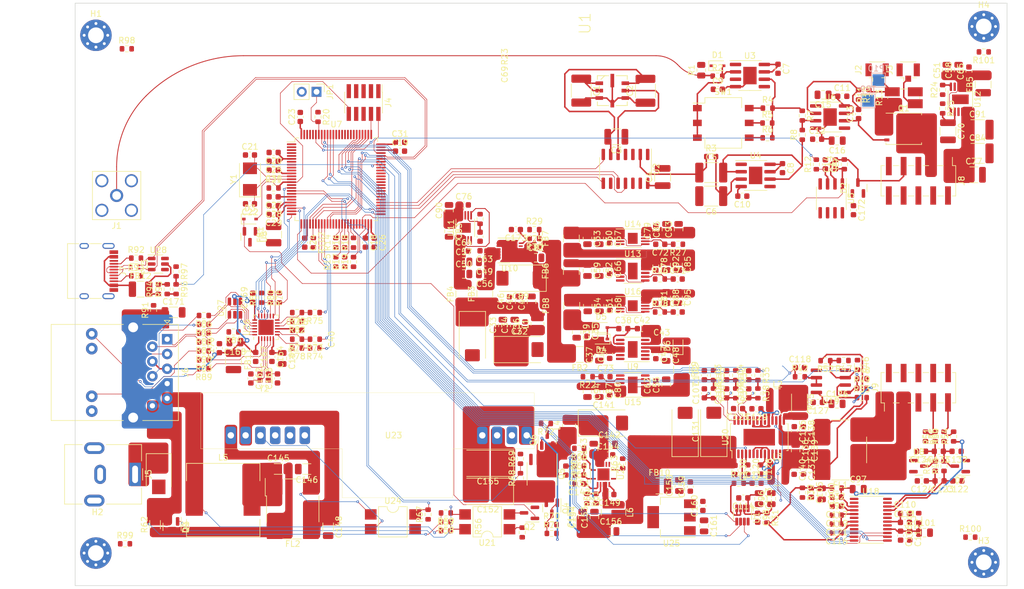
<source format=kicad_pcb>
(kicad_pcb (version 20211014) (generator pcbnew)
  (layers (0 "F.Cu" signal) (1 "In1.Cu" signal) (2 "In2.Cu" signal) (31 "B.Cu" signal) (34 "B.Paste" user) (35 "F.Paste" user) (36 "B.SilkS" user "B.Silkscreen") (37 "F.SilkS" user "F.Silkscreen") (38 "B.Mask" user) (39 "F.Mask" user) (44 "Edge.Cuts" user))
  (net 0 "")
  (net 1 "+5VA")
  (net 2 "GND")
  (net 3 "Net-(C2-Pad2)")
  (net 4 "Net-(C5-Pad1)")
  (net 5 "Net-(C5-Pad2)")
  (net 6 "Net-(C6-Pad1)")
  (net 7 "+9VA")
  (net 8 "-6V")
  (net 9 "+15V")
  (net 10 "Net-(C13-Pad1)")
  (net 11 "Net-(C13-Pad2)")
  (net 12 "/MCU/PD_MON")
  (net 13 "/driveStage/PD_C")
  (net 14 "Net-(C17-Pad2)")
  (net 15 "Net-(C18-Pad1)")
  (net 16 "Net-(C19-Pad1)")
  (net 17 "+3V3")
  (net 18 "Net-(C21-Pad2)")
  (net 19 "Net-(C22-Pad1)")
  (net 20 "/MCU/VREF")
  (net 21 "+12V")
  (net 22 "Net-(C37-Pad2)")
  (net 23 "Net-(C38-Pad1)")
  (net 24 "Net-(C38-Pad2)")
  (net 25 "Net-(C40-Pad1)")
  (net 26 "Net-(C42-Pad2)")
  (net 27 "Net-(C43-Pad2)")
  (net 28 "-9V")
  (net 29 "IN")
  (net 30 "Net-(C50-Pad1)")
  (net 31 "Net-(C51-Pad1)")
  (net 32 "Net-(C52-Pad1)")
  (net 33 "Net-(C53-Pad1)")
  (net 34 "Net-(C54-Pad1)")
  (net 35 "Net-(C55-Pad1)")
  (net 36 "Net-(C69-Pad1)")
  (net 37 "Net-(C70-Pad1)")
  (net 38 "Net-(C71-Pad1)")
  (net 39 "Net-(C72-Pad1)")
  (net 40 "Net-(C73-Pad1)")
  (net 41 "Net-(C74-Pad1)")
  (net 42 "+9V")
  (net 43 "+8V")
  (net 44 "+3.3VA")
  (net 45 "/thermostat/DAC_REF")
  (net 46 "/thermostat/ADC_REF")
  (net 47 "/thermostat/ADC_A3V3")
  (net 48 "/thermostat/ADC_D3V3")
  (net 49 "Net-(C102-Pad1)")
  (net 50 "Net-(C103-Pad1)")
  (net 51 "Net-(C104-Pad1)")
  (net 52 "/thermostat/MAXV")
  (net 53 "/thermostat/MAXIP")
  (net 54 "/thermostat/MAXIN")
  (net 55 "Net-(C110-Pad1)")
  (net 56 "Net-(C115-Pad1)")
  (net 57 "Net-(C117-Pad1)")
  (net 58 "/MCU/TEC_ISEN")
  (net 59 "Net-(C119-Pad1)")
  (net 60 "/MCU/TEC_VREF")
  (net 61 "Net-(C122-Pad2)")
  (net 62 "Net-(C123-Pad2)")
  (net 63 "Net-(C125-Pad1)")
  (net 64 "+5V")
  (net 65 "Net-(C132-Pad2)")
  (net 66 "Net-(C133-Pad2)")
  (net 67 "Net-(C135-Pad2)")
  (net 68 "Net-(C136-Pad2)")
  (net 69 "Net-(C141-Pad1)")
  (net 70 "Net-(C145-Pad1)")
  (net 71 "Net-(C145-Pad2)")
  (net 72 "Net-(C146-Pad1)")
  (net 73 "Net-(C147-Pad1)")
  (net 74 "Net-(C148-Pad1)")
  (net 75 "Net-(C149-Pad1)")
  (net 76 "Net-(C149-Pad2)")
  (net 77 "Net-(C150-Pad1)")
  (net 78 "Net-(C151-Pad1)")
  (net 79 "Net-(C152-Pad1)")
  (net 80 "Net-(C152-Pad2)")
  (net 81 "Net-(C158-Pad1)")
  (net 82 "Net-(C162-Pad2)")
  (net 83 "Net-(C163-Pad2)")
  (net 84 "Net-(C164-Pad1)")
  (net 85 "/Ehternet/AVDDT_PHY")
  (net 86 "/Ehternet/ETH_SHIELD")
  (net 87 "Net-(D1-Pad2)")
  (net 88 "/MCU/MCU_RSTn")
  (net 89 "/MCU/RST")
  (net 90 "Net-(FB12-Pad1)")
  (net 91 "Net-(FB12-Pad2)")
  (net 92 "/thermostat/TEC+")
  (net 93 "/thermostat/TEC-")
  (net 94 "Net-(J7-PadA7)")
  (net 95 "Net-(J7-PadA6)")
  (net 96 "/MCU/USB_DP")
  (net 97 "/MCU/USB_DN")
  (net 98 "Net-(J1-Pad1)")
  (net 99 "Net-(J2-Pad1)")
  (net 100 "/MCU/SWDIO")
  (net 101 "/MCU/SWCLK")
  (net 106 "Net-(J6-Pad1)")
  (net 107 "Net-(J6-Pad2)")
  (net 108 "Net-(J6-Pad3)")
  (net 109 "Net-(J6-Pad6)")
  (net 110 "/Ehternet/POE_VC-")
  (net 111 "/Ehternet/POE_VC+")
  (net 112 "Net-(J6-Pad11)")
  (net 113 "Net-(J6-Pad13)")
  (net 114 "Net-(J7-PadA5)")
  (net 116 "Net-(J7-PadB5)")
  (net 118 "/driveStage/LD-")
  (net 119 "/thermostat/NTC+")
  (net 120 "/thermostat/NTC-")
  (net 121 "Net-(JP1-Pad1)")
  (net 122 "Net-(L2-Pad1)")
  (net 123 "Net-(L3-Pad1)")
  (net 124 "Net-(Q1-Pad1)")
  (net 125 "Net-(Q2-Pad3)")
  (net 126 "Net-(Q3-Pad1)")
  (net 127 "Net-(Q4-Pad1)")
  (net 128 "Net-(Q5-Pad4)")
  (net 129 "Net-(Q6-Pad1)")
  (net 130 "Net-(R4-Pad1)")
  (net 131 "Net-(R4-Pad2)")
  (net 132 "Net-(R5-Pad1)")
  (net 133 "Net-(R6-Pad1)")
  (net 134 "Net-(R7-Pad2)")
  (net 135 "Net-(R10-Pad2)")
  (net 136 "/MCU/PD_BIAS")
  (net 137 "Net-(R14-Pad2)")
  (net 138 "Net-(R15-Pad2)")
  (net 139 "Net-(R16-Pad2)")
  (net 140 "Net-(R17-Pad2)")
  (net 141 "Net-(R18-Pad2)")
  (net 142 "Net-(R19-Pad2)")
  (net 143 "Net-(R24-Pad2)")
  (net 144 "Net-(R29-Pad2)")
  (net 145 "Net-(R30-Pad2)")
  (net 146 "/MCU/PWM_MAXV")
  (net 147 "/MCU/PWM_MAXIP")
  (net 148 "/MCU/PWM_MAXIN")
  (net 149 "Net-(R41-Pad1)")
  (net 150 "Net-(R42-Pad2)")
  (net 151 "Net-(R45-Pad1)")
  (net 152 "Net-(R46-Pad2)")
  (net 153 "/MCU/TEC_VSEN")
  (net 154 "Net-(R48-Pad2)")
  (net 155 "Net-(R56-Pad2)")
  (net 156 "Net-(R57-Pad2)")
  (net 157 "Net-(R60-Pad2)")
  (net 158 "Net-(R63-Pad1)")
  (net 159 "Net-(R65-Pad1)")
  (net 160 "/MCU/AT_EVENT")
  (net 161 "/MCU/POE_PWR_SRC")
  (net 162 "/Ehternet/RMII_RXD0")
  (net 163 "Net-(R73-Pad2)")
  (net 164 "/Ehternet/RMII_RXD1")
  (net 165 "Net-(R74-Pad2)")
  (net 166 "/Ehternet/RMII_CRS_DV")
  (net 167 "Net-(R75-Pad2)")
  (net 168 "/Ehternet/RMII_REF_CLK")
  (net 169 "Net-(R76-Pad2)")
  (net 170 "/Ehternet/RMII_MDIO")
  (net 171 "Net-(R82-Pad2)")
  (net 172 "/Ehternet/ETH_LED_1")
  (net 173 "Net-(R84-Pad1)")
  (net 174 "/Ehternet/PHY_TD_P")
  (net 175 "/Ehternet/PHY_TD_N")
  (net 176 "/Ehternet/PHY_RD_P")
  (net 177 "/Ehternet/PHY_RD_N")
  (net 178 "/Ehternet/ETH_LED_2")
  (net 179 "Net-(R94-Pad2)")
  (net 180 "Net-(R95-Pad1)")
  (net 181 "/MCU/USB_VBUS")
  (net 182 "/MCU/LDAC_LOAD")
  (net 183 "/MCU/LDAC_CLK")
  (net 184 "/MCU/LDAC_MOSI")
  (net 185 "/MCU/LDAC_CS")
  (net 186 "/MCU/TADC_SYNC")
  (net 187 "/MCU/TADC_MISO")
  (net 188 "/MCU/TDAC_MOSI")
  (net 189 "/MCU/TADC_CLK")
  (net 190 "/MCU/TDAC_CLK")
  (net 191 "/MCU/TADC_CS")
  (net 192 "/MCU/TDAC_SYNC")
  (net 193 "/MCU/TADC_MOSI")
  (net 194 "Net-(U1-Pad6)")
  (net 208 "/Ehternet/RMII_MDC")
  (net 209 "/Ehternet/PHY_NRST")
  (net 210 "/MCU/TEC_SHDN")
  (net 215 "/Ehternet/RMII_TX_EN")
  (net 216 "/Ehternet/RMII_TXD0")
  (net 217 "/Ehternet/RMII_TXD1")
  (net 258 "Net-(U19-Pad5)")
  (net 260 "Net-(U23-Pad3)")
  (net 267 "Net-(C35-Pad1)")
  (net 268 "Net-(J3-Pad1)")
  (net 269 "Net-(H1-Pad1)")
  (net 270 "Net-(H2-Pad1)")
  (net 271 "Net-(H3-Pad1)")
  (net 272 "Net-(H4-Pad1)")
  (footprint "Connector_RJ:RJ45_Abracon_ARJP11A-MA_Horizontal" (layer "F.Cu") (at 15.7964 57.6926 -90)
    (fp_text reference "J6")
    (fp_text value "RJ45_Abracon_ARJP11A-MASA-B-A-EMU2")
  )
  (footprint "Resistor_SMD:R_0603_1608Metric" (layer "F.Cu") (at 38.1008 53.117 180)
    (fp_text reference "R79")
    (fp_text value "10k")
  )
  (footprint "Resistor_SMD:R_0603_1608Metric" (layer "F.Cu") (at 63.6448 87.521 180)
    (fp_text reference "R59")
    (fp_text value "82k")
  )
  (footprint "Resistor_SMD:R_0603_1608Metric" (layer "F.Cu") (at 81.816 89.515)
    (fp_text reference "R70")
    (fp_text value "33k2")
  )
  (footprint "Capacitor_SMD:C_0603_1608Metric" (layer "F.Cu") (at 38.1008 56.165)
    (fp_text reference "C166")
    (fp_text value "100n")
  )
  (footprint "Capacitor_SMD:C_0603_1608Metric" (layer "F.Cu") (at 148.4148 82.022 180)
    (fp_text reference "C123")
    (fp_text value "100n")
  )
  (footprint "Package_TO_SOT_SMD:SOT-23" (layer "F.Cu") (at 81.054 75.0116 90)
    (fp_text reference "Q6")
    (fp_text value "BC857")
  )
  (footprint "Capacitor_SMD:C_0805_2012Metric" (layer "F.Cu") (at 107.978 89.7436 -90)
    (fp_text reference "C161")
    (fp_text value "10u")
  )
  (footprint "Inductor_SMD:L_1210_3225Metric" (layer "F.Cu") (at 34.077 39.728 90)
    (fp_text reference "FB1")
    (fp_text value "1K@100MHz")
  )
  (footprint "Capacitor_SMD:C_0603_1608Metric" (layer "F.Cu") (at 111.8388 63.8864 90)
    (fp_text reference "C103")
    (fp_text value "100n")
  )
  (footprint "Capacitor_SMD:C_0603_1608Metric" (layer "F.Cu") (at 66.7284 42.5348)
    (fp_text reference "C64")
    (fp_text value "100n")
  )
  (footprint "Package_QFP:LQFP-100_14x14mm_P0.5mm" (layer "F.Cu") (at 44.831 30.226)
    (fp_text reference "U7")
    (fp_text value "STM32F407VGTx")
  )
  (footprint "Capacitor_SMD:C_0603_1608Metric" (layer "F.Cu") (at 115.6488 63.8864 90)
    (fp_text reference "C104")
    (fp_text value "100n")
  )
  (footprint "Resistor_SMD:R_0603_1608Metric" (layer "F.Cu") (at 38.1008 54.641 180)
    (fp_text reference "R82")
    (fp_text value "10k")
  )
  (footprint "Capacitor_SMD:C_0603_1608Metric" (layer "F.Cu") (at 108.0288 66.9852 90)
    (fp_text reference "C107")
    (fp_text value "100n")
  )
  (footprint "Capacitor_SMD:C_0805_2012Metric" (layer "F.Cu") (at 86.106 56.4874 -90)
    (fp_text reference "C39")
    (fp_text value "10u")
  )
  (footprint "Resistor_SMD:R_0603_1608Metric" (layer "F.Cu") (at 118.773 88.372 -90)
    (fp_text reference "R31")
    (fp_text value "33")
  )
  (footprint "Resistor_SMD:R_0603_1608Metric" (layer "F.Cu") (at 41.1488 53.117 180)
    (fp_text reference "R75")
    (fp_text value "33")
  )
  (footprint "Resistor_SMD:R_0603_1608Metric" (layer "F.Cu") (at 144.8334 88.385 90)
    (fp_text reference "R40")
    (fp_text value "33")
  )
  (footprint "Resistor_SMD:R_0603_1608Metric" (layer "F.Cu") (at 113.4136 63.8864 -90)
    (fp_text reference "R34")
    (fp_text value "10k")
  )
  (footprint "Resistor_SMD:R_0603_1608Metric" (layer "F.Cu") (at 156.0094 8.362 180)
    (fp_text reference "R101")
    (fp_text value "0")
  )
  (footprint "Capacitor_SMD:C_0603_1608Metric" (layer "F.Cu") (at 91.7702 60.211 90)
    (fp_text reference "C41")
    (fp_text value "100n")
  )
  (footprint "Diode_SMD:D_SMB" (layer "F.Cu") (at 14.351 80.899 -90)
    (fp_text reference "D9")
    (fp_text value "SMBJ13A-13-F")
  )
  (footprint "Capacitor_SMD:C_0603_1608Metric" (layer "F.Cu") (at 66.7284 34.6354)
    (fp_text reference "C76")
    (fp_text value "100n")
  )
  (footprint "Inductor_SMD:L_Wuerth_WE-PD-Typ-LS" (layer "F.Cu") (at 25.4168 85.307)
    (fp_text reference "L5")
    (fp_text value "10u")
  )
  (footprint "Capacitor_SMD:C_0805_2012Metric" (layer "F.Cu") (at 70.2768 46.5043 180)
    (fp_text reference "C56")
    (fp_text value "10u")
  )
  (footprint "Package_SO:SOIC-8-1EP_3.9x4.9mm_P1.27mm_EP2.29x3mm" (layer "F.Cu") (at 115.852 12.426)
    (fp_text reference "U3")
    (fp_text value "ADA4898-1YRDZ")
  )
  (footprint "Capacitor_SMD:C_0805_2012Metric" (layer "F.Cu") (at 89.0296 76.5864 90)
    (fp_text reference "C143")
    (fp_text value "10u")
  )
  (footprint "Package_TO_SOT_SMD:SOT-23-6" (layer "F.Cu") (at 27.4328 52.355 90)
    (fp_text reference "U27")
    (fp_text value "USBLC6-4SC6")
  )
  (footprint "Resistor_SMD:R_0603_1608Metric" (layer "F.Cu") (at 47.793 41.122 90)
    (fp_text reference "R18")
    (fp_text value "10k")
  )
  (footprint "Capacitor_SMD:C_1812_4532Metric" (layer "F.Cu") (at 154.94 25.781)
    (fp_text reference "C84")
    (fp_text value "10u PP")
  )
  (footprint "Resistor_SMD:R_0603_1608Metric" (layer "F.Cu") (at 109.6036 63.8864 -90)
    (fp_text reference "R33")
    (fp_text value "10k")
  )
  (footprint "Resistor_SMD:R_0603_1608Metric" (layer "F.Cu") (at 100.4062 47.3586)
    (fp_text reference "R26")
    (fp_text value "51k")
  )
  (footprint "Capacitor_SMD:C_0603_1608Metric" (layer "F.Cu") (at 130.7618 89.4264 180)
    (fp_text reference "C121")
    (fp_text value "1u")
  )
  (footprint "Capacitor_SMD:C_0603_1608Metric" (layer "F.Cu") (at 91.7702 45.6444 -90)
    (fp_text reference "C66")
    (fp_text value "100n")
  )
  (footprint "Capacitor_SMD:C_0603_1608Metric" (layer "F.Cu") (at 117.186 88.3466 -90)
    (fp_text reference "C98")
    (fp_text value "100n")
  )
  (footprint "Capacitor_SMD:C_0603_1608Metric" (layer "F.Cu") (at 100.457 41.3896 180)
    (fp_text reference "C72")
    (fp_text value "100n")
  )
  (footprint "Capacitor_SMD:C_0805_2012Metric" (layer "F.Cu") (at 151.684 11.524 90)
    (fp_text reference "C58")
    (fp_text value "10u")
  )
  (footprint "Resistor_SMD:R_0603_1608Metric" (layer "F.Cu") (at 17.3254 46.0556 -90)
    (fp_text reference "R97")
    (fp_text value "10k")
  )
  (footprint "Resistor_SMD:R_0603_1608Metric" (layer "F.Cu") (at 117.2236 66.9852 -90)
    (fp_text reference "R38")
    (fp_text value "10k")
  )
  (footprint "Resistor_SMD:R_0603_1608Metric" (layer "F.Cu") (at 78.8442 38.875)
    (fp_text reference "R29")
    (fp_text value "33k2")
  )
  (footprint "Capacitor_SMD:C_0603_1608Metric" (layer "F.Cu") (at 94.107 55.88)
    (fp_text reference "C38")
    (fp_text value "1u")
  )
  (footprint "Connector_Coaxial:SMA_Amphenol_132203-12_Horizontal" (layer "F.Cu") (at 7.1176 33.02 90)
    (fp_text reference "J1")
    (fp_text value "MOD_IN")
  )
  (footprint "Inductor_SMD:L_1210_3225Metric" (layer "F.Cu") (at 70.3352 49.924 90)
    (fp_text reference "FB3")
    (fp_text value "1K@100MHz")
  )
  (footprint "Resistor_SMD:R_0603_1608Metric" (layer "F.Cu") (at 89.436 85.07 90)
    (fp_text reference "R60")
    (fp_text value "82k")
  )
  (footprint "Capacitor_SMD:C_0805_2012Metric" (layer "F.Cu") (at 101.473 60.465 -90)
    (fp_text reference "C48")
    (fp_text value "10u")
  )
  (footprint "Connector_USB:USB_C_Receptacle_HRO_TYPE-C-31-M-12" (layer "F.Cu") (at 2.5934 45.9926 -90)
    (fp_text reference "J7")
    (fp_text value "USB_C_Receptacle_USB2.0")
  )
  (footprint "Inductor_SMD:L_1210_3225Metric" (layer "F.Cu") (at 85.1916 40.399 90)
    (fp_text reference "FB7")
    (fp_text value "1K@100MHz")
  )
  (footprint "Capacitor_SMD:C_0805_2012Metric" (layer "F.Cu") (at 101.473 50.5336 -90)
    (fp_text reference "C88")
    (fp_text value "10u")
  )
  (footprint "Capacitor_SMD:C_0603_1608Metric" (layer "F.Cu") (at 100.711 57.9758)
    (fp_text reference "C43")
    (fp_text value "1u")
  )
  (footprint "Capacitor_SMD:C_0805_2012Metric" (layer "F.Cu") (at 89.9922 66.6626 -90)
    (fp_text reference "C87")
    (fp_text value "10u")
  )
  (footprint "Capacitor_SMD:C_0603_1608Metric" (layer "F.Cu") (at 91.5188 77.5516)
    (fp_text reference "C144")
    (fp_text value "100n")
  )
  (footprint "Resistor_SMD:R_0603_1608Metric" (layer "F.Cu") (at 78.8442 40.399 180)
    (fp_text reference "R30")
    (fp_text value "150k")
  )
  (footprint "Capacitor_SMD:C_0603_1608Metric" (layer "F.Cu") (at 133.632 35.54 -90)
    (fp_text reference "C172")
    (fp_text value "100n")
  )
  (footprint "Package_SO:MSOP-12-1EP_3x4mm_P0.65mm_EP1.65x2.85mm" (layer "F.Cu") (at 95.7326 45.987)
    (fp_text reference "U13")
    (fp_text value "LT3045xMSE")
  )
  (footprint "Capacitor_SMD:C_0603_1608Metric" (layer "F.Cu") (at 99.695 60.2618 -90)
    (fp_text reference "C47")
    (fp_text value "100n")
  )
  (footprint "Resistor_SMD:R_0603_1608Metric" (layer "F.Cu") (at 32.0048 50.577 90)
    (fp_text reference "R81")
    (fp_text value "10k")
  )
  (footprint "Capacitor_SMD:C_0805_2012Metric" (layer "F.Cu") (at 101.5238 38.8496 90)
    (fp_text reference "C86")
    (fp_text value "10u")
  )
  (footprint "MountingHole:MountingHole_2.7mm_M2.5_Pad_Via" (layer "F.Cu") (at 156 4)
    (fp_text reference "H4")
    (fp_text value "MountingHole_Pad")
  )
  (footprint "Connector_PinHeader_1.27mm:PinHeader_2x05_P1.27mm_Vertical_SMD" (layer "F.Cu") (at 49.5202 17.0552 -90)
    (fp_text reference "J4")
    (fp_text value "Conn_02x05_Odd_Even")
  )
  (footprint "Package_TO_SOT_SMD:SOT-223-3_TabPin2" (layer "F.Cu") (at 102.39 88.245 180)
    (fp_text reference "U25")
    (fp_text value "AMS1117-3.3")
  )
  (footprint "Capacitor_SMD:C_0805_2012Metric" (layer "F.Cu") (at 89.9922 45.8854 -90)
    (fp_text reference "C52")
    (fp_text value "10u")
  )
  (footprint "Resistor_SMD:R_0603_1608Metric" (layer "F.Cu") (at 117.2236 63.8864 -90)
    (fp_text reference "R35")
    (fp_text value "10k")
  )
  (footprint "Resistor_SMD:R_0603_1608Metric" (layer "F.Cu") (at 118.872 23.114)
    (fp_text reference "R6")
    (fp_text value "100")
  )
  (footprint "Resistor_SMD:R_0603_1608Metric" (layer "F.Cu") (at 88.011 64.1226 180)
    (fp_text reference "R22")
    (fp_text value "60k4")
  )
  (footprint "Capacitor_SMD:C_0603_1608Metric" (layer "F.Cu") (at 55.7784 25.4)
    (fp_text reference "C19")
    (fp_text value "2u2")
  )
  (footprint "Resistor_SMD:R_0603_1608Metric" (layer "F.Cu") (at 22.0988 61.245 180)
    (fp_text reference "R83")
    (fp_text value "10k")
  )
  (footprint "Capacitor_SMD:C_0603_1608Metric" (layer "F.Cu") (at 113.284 80.137 -90)
    (fp_text reference "C130")
    (fp_text value "1u")
  )
  (footprint "Capacitor_SMD:C_0805_2012Metric" (layer "F.Cu") (at 128.171 84.2448 -90)
    (fp_text reference "C100")
    (fp_text value "10u")
  )
  (footprint "Package_SO:MSOP-12-1EP_3x4mm_P0.65mm_EP1.65x2.85mm" (layer "F.Cu") (at 95.7326 65.545 180)
    (fp_text reference "U15")
    (fp_text value "LT3094xMSE")
  )
  (footprint "Inductor_SMD:L_1008_2520Metric" (layer "F.Cu") (at 79.375 55.0494 90)
    (fp_text reference "L1")
    (fp_text value "1u")
  )
  (footprint "Resistor_SMD:R_0603_1608Metric" (layer "F.Cu") (at 8.8672 7.8286)
    (fp_text reference "R98")
    (fp_text value "0")
  )
  (footprint "Package_SO:MSOP-12-1EP_3x4mm_P0.65mm_EP1.65x2.85mm" (layer "F.Cu") (at 95.7326 59.449 180)
    (fp_text reference "U9")
    (fp_text value "LTC3261")
  )
  (footprint "Crystal:Crystal_SMD_2016-4Pin_2.0x1.6mm" (layer "F.Cu") (at 32.45 64.177 180)
    (fp_text reference "Y2")
    (fp_text value "25MHz")
  )
  (footprint "Resistor_SMD:R_0603_1608Metric" (layer "F.Cu") (at 124.841 19.304 -90)
    (fp_text reference "R7")
    (fp_text value "100")
  )
  (footprint "Capacitor_SMD:C_0603_1608Metric" (layer "F.Cu") (at 34.077 36.296 180)
    (fp_text reference "C29")
    (fp_text value "2u2")
  )
  (footprint "Capacitor_SMD:C_0603_1608Metric" (layer "F.Cu") (at 91.7702 66.4594 -90)
    (fp_text reference "C80")
    (fp_text value "100n")
  )
  (footprint "Capacitor_SMD:C_1206_3216Metric" (layer "F.Cu") (at 39.7764 79.9846 180)
    (fp_text reference "C146")
    (fp_text value "4n7")
  )
  (footprint "Inductor_SMD:L_Wuerth_MAPI-4020" (layer "F.Cu") (at 92.4332 87.4322 -90)
    (fp_text reference "L6")
    (fp_text value "3u3")
  )
  (footprint "Resistor_SMD:R_0603_1608Metric" (layer "F.Cu") (at 136.284 15.728 90)
    (fp_text reference "R11")
    (fp_text value "0")
  )
  (footprint "Capacitor_SMD:C_0805_2012Metric" (layer "F.Cu") (at 103.505 44.8694 -90)
    (fp_text reference "C85")
    (fp_text value "10u")
  )
  (footprint "Capacitor_SMD:C_0805_2012Metric" (layer "F.Cu") (at 91.722 75.8244)
    (fp_text reference "C142")
    (fp_text value "10u")
  )
  (footprint "Package_SO:SOIC-14_3.9x8.7mm_P1.27mm" (layer "F.Cu") (at 94.488 28.448 -90)
    (fp_text reference "U2")
    (fp_text value "MAX5719xSD")
  )
  (footprint "Capacitor_SMD:C_0603_1608Metric" (layer "F.Cu") (at 116.9696 69.6388 180)
    (fp_text reference "C129")
    (fp_text value "1u")
  )
  (footprint "Resistor_SMD:R_0603_1608Metric" (layer "F.Cu") (at 110.2868 12.5222)
    (fp_text reference "R2")
    (fp_text value "100")
  )
  (footprint "Capacitor_SMD:C_0603_1608Metric" (layer "F.Cu") (at 99.695 45.0726 -90)
    (fp_text reference "C78")
    (fp_text value "100n")
  )
  (footprint "Connector_Coaxial:U.FL_Hirose_U.FL-R-SMT-1_Vertical" (layer "F.Cu") (at 137.696 11.918 90)
    (fp_text reference "J2")
    (fp_text value "DNP")
  )
  (footprint "Capacitor_SMD:C_0603_1608Metric" (layer "F.Cu") (at 114.5454 33.127 180)
    (fp_text reference "C10")
    (fp_text value "100n")
  )
  (footprint "Inductor_SMD:L_CommonModeChoke_Wuerth_WE-SL5" (layer "F.Cu") (at 131.3968 76.7)
    (fp_text reference "FL1")
    (fp_text value "WE-SL5")
  )
  (footprint "Resistor_SMD:R_0603_1608Metric" (layer "F.Cu") (at 153.698 91.674)
    (fp_text reference "R100")
    (fp_text value "0")
  )
  (footprint "Resistor_SMD:R_0603_1608Metric" (layer "F.Cu") (at 22.0988 59.721 180)
    (fp_text reference "R90")
    (fp_text value "220")
  )
  (footprint "Capacitor_SMD:C_0603_1608Metric" (layer "F.Cu") (at 69.5224 40.0964 -90)
    (fp_text reference "C69")
    (fp_text value "100n")
  )
  (footprint "Inductor_SMD:L_1210_3225Metric" (layer "F.Cu") (at 100.3072 82.8856)
    (fp_text reference "FB10")
    (fp_text value "1K@100MHz")
  )
  (footprint "Diode_SMD:D_SOD-323" (layer "F.Cu") (at 110.2868 10.7442)
    (fp_text reference "D1")
    (fp_text value "AQ4020-01FTG-C")
  )
  (footprint "Resistor_SMD:R_0603_1608Metric" (layer "F.Cu") (at 41.697 19.532 -90)
    (fp_text reference "R20")
    (fp_text value "10k")
  )
  (footprint "Resistor_SMD:R_0603_1608Metric" (layer "F.Cu") (at 146.0018 74.402 -90)
    (fp_text reference "R55")
    (fp_text value "5k11 5ppm")
  )
  (footprint "Resistor_SMD:R_0603_1608Metric" (layer "F.Cu") (at 86.5404 79.482 180)
    (fp_text reference "R64")
    (fp_text value "4k12")
  )
  (footprint "Resistor_SMD:R_0603_1608Metric" (layer "F.Cu") (at 148.9408 14.8768 90)
    (fp_text reference "R24")
    (fp_text value "470")
  )
  (footprint "Capacitor_SMD:C_0603_1608Metric" (layer "F.Cu") (at 120.678 11.2576 -90)
    (fp_text reference "C7")
    (fp_text value "100n")
  )
  (footprint "Capacitor_Tantalum_SMD:CP_EIA-7343-15_Kemet-W" (layer "F.Cu") (at 76.4744 47.2155 180)
    (fp_text reference "C89")
    (fp_text value "220u")
  )
  (footprint "Capacitor_SMD:C_0603_1608Metric" (layer "F.Cu") (at 125.5294 76.7886 -90)
    (fp_text reference "C139")
    (fp_text value "100n")
  )
  (footprint "Capacitor_SMD:C_0603_1608Metric" (layer "F.Cu") (at 151.3358 76.942 180)
    (fp_text reference "C132")
    (fp_text value "10n")
  )
  (footprint "Capacitor_SMD:C_1206_3216Metric" (layer "F.Cu") (at 34.8768 79.973)
    (fp_text reference "C145")
    (fp_text value "4n7")
  )
  (footprint "Capacitor_SMD:C_0603_1608Metric" (layer "F.Cu") (at 91.059 64.1226)
    (fp_text reference "C73")
    (fp_text value "100n")
  )
  (footprint "Package_SO:TSSOP-24_4.4x7.8mm_P0.65mm" (layer "F.Cu") (at 136.6038 88.6898)
    (fp_text reference "U18")
    (fp_text value "AD7172-2")
  )
  (footprint "Capacitor_SMD:C_0603_1608Metric" (layer "F.Cu") (at 148.2878 76.942 180)
    (fp_text reference "C133")
    (fp_text value "100n")
  )
  (footprint "Resistor_SMD:R_0603_1608Metric" (layer "F.Cu") (at 38.1008 57.689 180)
    (fp_text reference "R77")
    (fp_text value "10k")
  )
  (footprint "Inductor_SMD:L_CommonModeChoke_Coilcraft_0603USB" (layer "F.Cu") (at 10.2134 45.2936 90)
    (fp_text reference "FL3")
    (fp_text value "Filter_EMI_LL_1423")
  )
  (footprint "Inductor_SMD:L_1210_3225Metric" (layer "F.Cu") (at 66.7284 49.9364 90)
    (fp_text reference "FB4")
    (fp_text value "1K@100MHz")
  )
  (footprint "Resistor_SMD:R_0603_1608Metric" (layer "F.Cu") (at 134.3178 62.1084 -90)
    (fp_text reference "R46")
    (fp_text value "10k")
  )
  (footprint "Resistor_SMD:R_0603_1608Metric" (layer "F.Cu") (at 33.5288 50.577 -90)
    (fp_text reference "R76")
    (fp_text value "33")
  )
  (footprint "Capacitor_SMD:C_0603_1608Metric" (layer "F.Cu") (at 124.4372 62.5656)
    (fp_text reference "C118")
    (fp_text value "100n")
  )
  (footprint "Resistor_SMD:R_0603_1608Metric" (layer "F.Cu") (at 22.0988 53.625 180)
    (fp_text reference "R86")
    (fp_text value "33")
  )
  (footprint "Capacitor_SMD:C_1210_3225Metric" (layer "F.Cu") (at 154.305 29.464)
    (fp_text reference "C77")
    (fp_text value "100n PPS")
  )
  (footprint "Inductor_SMD:L_1210_3225Metric" (layer "F.Cu") (at 104.1146 62.878 -90)
    (fp_text reference "FB9")
    (fp_text value "1K@100MHz")
  )
  (footprint "Package_TO_SOT_SMD:SOT-23" (layer "F.Cu") (at 30.013 40.106 -90)
    (fp_text reference "U8")
    (fp_text value "STM809SWX6F")
  )
  (footprint "Capacitor_SMD:C_0805_2012Metric" (layer "F.Cu") (at 88.011 51.956 -90)
    (fp_text reference "C54")
    (fp_text value "10u")
  )
  (footprint "Connector_PinHeader_2.54mm:PinHeader_2x05_P2.54mm_Vertical_SMD" (layer "F.Cu") (at 144.78 30.495 -90)
    (fp_text reference "J8")
    (fp_text value "Conn_02x05_Odd_Even")
  )
  (footprint "Capacitor_SMD:C_0603_1608Metric" (layer "F.Cu") (at 115.6488 66.9852 90)
    (fp_text reference "C109")
    (fp_text value "100n")
  )
  (footprint "Capacitor_SMD:C_0603_1608Metric" (layer "F.Cu") (at 91.821 51.956 -90)
    (fp_text reference "C68")
    (fp_text value "100n")
  )
  (footprint "Package_DIP:SMDIP-4_W7.62mm" (layer "F.Cu") (at 54.5548 89.045)
    (fp_text reference "U24")
    (fp_text value "ACPL-217-500E")
  )
  (footprint "Resistor_SMD:R_0603_1608Metric" (layer "F.Cu") (at 46.269 41.122 90)
    (fp_text reference "R16")
    (fp_text value "10k")
  )
  (footprint "Capacitor_SMD:C_0603_1608Metric" (layer "F.Cu") (at 103.4542 47.3586)
    (fp_text reference "C71")
    (fp_text value "100n")
  )
  (footprint "Capacitor_SMD:C_0603_1608Metric" (layer "F.Cu") (at 97.3074 55.88)
    (fp_text reference "C42")
    (fp_text value "1u")
  )
  (footprint "Capacitor_SMD:C_0603_1608Metric" (layer "F.Cu") (at 153.462 11.7272 90)
    (fp_text reference "C65")
    (fp_text value "100n")
  )
  (footprint "Diode_SMD:D_SOD-323" (layer "F.Cu") (at 30.013 37.058)
    (fp_text reference "D3")
    (fp_text value "B5819")
  )
  (footprint "Package_SO:SOIC-8-1EP_3.9x4.9mm_P1.27mm_EP2.29x3mm" (layer "F.Cu") (at 129.618 19.55)
    (fp_text reference "U6")
    (fp_text value "ADA4898-1YRDZ")
  )
  (footprint "Capacitor_SMD:C_0805_2012Metric" (layer "F.Cu") (at 87.9602 40.4244 -90)
    (fp_text reference "C53")
    (fp_text value "10u")
  )
  (footprint "Capacitor_SMD:C_0805_2012Metric" (layer "F.Cu") (at 27.4328 58.197 180)
    (fp_text reference "C168")
    (fp_text value "10u")
  )
  (footprint "Resistor_SMD:R_0603_1608Metric" (layer "F.Cu") (at 132.0546 27.666 90)
    (fp_text reference "R9")
    (fp_text value "1k")
  )
  (footprint "Capacitor_SMD:C_0805_2012Metric" (layer "F.Cu") (at 66.7284 46.4972)
    (fp_text reference "C50")
    (fp_text value "10u")
  )
  (footprint "Capacitor_SMD:C_0603_1608Metric" (layer "F.Cu") (at 34.077 34.772 180)
    (fp_text reference "C28")
    (fp_text value "100n")
  )
  (footprint "Capacitor_SMD:C_0603_1608Metric" (layer "F.Cu") (at 127.394 23.348)
    (fp_text reference "C12")
    (fp_text value "100n")
  )
  (footprint "Capacitor_SMD:C_0603_1608Metric" (layer "F.Cu") (at 34.077 28.676 180)
    (fp_text reference "C30")
    (fp_text value "100n")
  )
  (footprint "Resistor_SMD:R_2010_5025Metric" (layer "F.Cu") (at 124.361 68.624 90)
    (fp_text reference "R45")
    (fp_text value "50m")
  )
  (footprint "Resistor_SMD:R_0603_1608Metric" (layer "F.Cu") (at 14.2774 49.1036 90)
    (fp_text reference "R94")
    (fp_text value "5k1")
  )
  (footprint "Resistor_SMD:R_0603_1608Metric" (layer "F.Cu") (at 87.8612 85.07 -90)
    (fp_text reference "R61")
    (fp_text value "33k2")
  )
  (footprint "Resistor_SMD:R_0603_1608Metric" (layer "F.Cu") (at 76.454 78.232 90)
    (fp_text reference "R69")
    (fp_text value "10k")
  )
  (footprint "Package_SO:SOIC-8_3.9x4.9mm_P1.27mm" (layer "F.Cu") (at 129.7458 64.929 180)
    (fp_text reference "U19")
    (fp_text value "RS8552")
  )
  (footprint "Resistor_SMD:R_0603_1608Metric" (layer "F.Cu") (at 109.6036 66.9852 -90)
    (fp_text reference "R36")
    (fp_text value "10k")
  )
  (footprint "Capacitor_Tantalum_SMD:CP_EIA-7343-15_Kemet-W" (layer "F.Cu") (at 70.866 83.82 180)
    (fp_text reference "C152")
    (fp_text value "220u")
  )
  (footprint "Resistor_SMD:R_Shunt_Ohmite_LVK20" (layer "F.Cu") (at 142.268 16.236 90)
    (fp_text reference "R13")
    (fp_text value "10")
  )
  (footprint "Capacitor_SMD:C_1812_4532Metric" (layer "F.Cu") (at 97.917 15.0368 90)
    (fp_text reference "C2")
    (fp_text value "10u PP")
  )
  (footprint "Resistor_SMD:R_0603_1608Metric" (layer "F.Cu") (at 134.506 15.728 -90)
    (fp_text reference "R10")
    (fp_text value "100")
  )
  (footprint "Resistor_SMD:R_0603_1608Metric" (layer "F.Cu") (at 22.0988 55.149 180)
    (fp_text reference "R85")
    (fp_text value "33")
  )
  (footprint "Capacitor_SMD:C_0603_1608Metric" (layer "F.Cu") (at 87.884 56.388 -90)
    (fp_text reference "C35")
    (fp_text value "100n")
  )
  (footprint "Resistor_SMD:R_0603_1608Metric" (layer "F.Cu") (at 94.008 79.0248 90)
    (fp_text reference "R63")
    (fp_text value "82k")
  )
  (footprint "Capacitor_SMD:C_0603_1608Metric" (layer "F.Cu") (at 75.6692 38.875 180)
    (fp_text reference "C173")
    (fp_text value "100n")
  )
  (footprint "Resistor_SMD:R_0603_1608Metric" (layer "F.Cu") (at 149.1768 79.482 90)
    (fp_text reference "R43")
    (fp_text value "51")
  )
  (footprint "Capacitor_SMD:C_0603_1608Metric" (layer "F.Cu") (at 130.7618 90.9504 180)
    (fp_text reference "C116")
    (fp_text value "100n")
  )
  (footprint "Capacitor_Tantalum_SMD:CP_EIA-7343-15_Kemet-W" (layer "F.Cu") (at 90.781 72.0894)
    (fp_text reference "C141")
    (fp_text value "220u")
  )
  (footprint "Resistor_SMD:R_0603_1608Metric" (layer "F.Cu") (at 80.8254 72.1668 180)
    (fp_text reference "R72")
    (fp_text value "82k")
  )
  (footprint "Resistor_SMD:R_0603_1608Metric" (layer "F.Cu") (at 130.7618 83.2542 180)
    (fp_text reference "R32")
    (fp_text value "33")
  )
  (footprint "Resistor_SMD:R_0603_1608Metric" (layer "F.Cu") (at 135.0666 67.7218)
    (fp_text reference "R53")
    (fp_text value "20k")
  )
  (footprint "Capacitor_SMD:C_0603_1608Metric" (layer "F.Cu") (at 142.4712 89.1476)
    (fp_text reference "C111")
    (fp_text value "100n")
  )
  (footprint "Inductor_SMD:L_CommonModeChoke_Wuerth_WE-SL5" (layer "F.Cu") (at 37.3548 86.831)
    (fp_text reference "FL2")
    (fp_text value "2x1m")
  )
  (footprint "Capacitor_SMD:C_0603_1608Metric" (layer "F.Cu") (at 77.2414 55.4936 90)
    (fp_text reference "C36")
    (fp_text value "100n")
  )
  (footprint "MountingHole:MountingHole_2.7mm_M2.5_Pad_Via" (layer "F.Cu") (at 156 96)
    (fp_text reference "H3")
    (fp_text value "MountingHole_Pad")
  )
  (footprint "Resistor_SMD:R_0603_1608Metric" (layer "F.Cu") (at 41.1488 59.213 180)
    (fp_text reference "R74")
    (fp_text value "33")
  )
  (footprint "Package_DFN_QFN:QFN-24-1EP_4x4mm_P0.5mm_EP2.6x2.6mm" (layer "F.Cu") (at 32.7668 55.657 90)
    (fp_text reference "U26")
    (fp_text value "LAN8742A")
  )
  (footprint "Capacitor_SMD:C_0805_2012Metric" (layer "F.Cu") (at 66.7284 44.4144)
    (fp_text reference "C57")
    (fp_text value "10u")
  )
  (footprint "Resistor_SMD:R_0603_1608Metric" (layer "F.Cu") (at 63.6448 89.045 180)
    (fp_text reference "R58")
    (fp_text value "20k")
  )
  (footprint "Capacitor_SMD:C_0603_1608Metric" (layer "F.Cu") (at 78.8442 41.9323)
    (fp_text reference "C75")
    (fp_text value "100n")
  )
  (footprint "Capacitor_SMD:C_0805_2012Metric" (layer "F.Cu") (at 103.6066 38.8496 90)
    (fp_text reference "C93")
    (fp_text value "10u")
  )
  (footprint "Capacitor_Tantalum_SMD:CP_EIA-7343-15_Kemet-W" (layer "F.Cu") (at 104.7268 73.4502 90)
    (fp_text reference "C157")
    (fp_text value "220u")
  )
  (footprint "Resistor_SMD:R_0603_1608Metric" (layer "F.Cu") (at 22.0988 58.197 180)
    (fp_text reference "R87")
    (fp_text value "33")
  )
  (footprint "Resistor_SMD:R_0805_2012Metric" (layer "F.Cu") (at 107.4928 11.5062 90)
    (fp_text reference "R1")
    (fp_text value "50")
  )
  (footprint "Inductor_SMD:L_Wuerth_MAPI-4030" (layer "F.Cu") (at 120.6018 68.2926)
    (fp_text reference "L2")
    (fp_text value "6.8u")
  )
  (footprint "Capacitor_SMD:C_0805_2012Metric" (layer "F.Cu") (at 134.4448 83.432)
    (fp_text reference "C97")
    (fp_text value "10u")
  )
  (footprint "Capacitor_SMD:C_0805_2012Metric" (layer "F.Cu") (at 117.4134 85.07 -90)
    (fp_text reference "C113")
    (fp_text value "10u")
  )
  (footprint "Capacitor_SMD:C_0603_1608Metric" (layer "F.Cu") (at 86.5404 81.006 180)
    (fp_text reference "C151")
    (fp_text value "39p")
  )
  (footprint "Inductor_SMD:L_Wuerth_MAPI-4030" (layer "F.Cu") (at 120.5764 80.7132)
    (fp_text reference "L3")
    (fp_text value "6.8u")
  )
  (footprint "Capacitor_SMD:C_0603_1608Metric" (layer "F.Cu") (at 143.284 91.42 -90)
    (fp_text reference "C112")
    (fp_text value "100n")
  )
  (footprint "kirdy:AG5300" (layer "F.Cu") (at 26.7251 74.2006)
    (fp_text reference "U23")
    (fp_text value "AG5300")
  )
  (footprint "Capacitor_SMD:C_0603_1608Metric" (layer "F.Cu") (at 34.077 33.248 180)
    (fp_text reference "C27")
    (fp_text value "100n")
  )
  (footprint "Capacitor_Tantalum_SMD:CP_EIA-7343-15_Kemet-W" (layer "F.Cu") (at 68.199 57.3354 -90)
    (fp_text reference "C40")
    (fp_text value "220u")
  )
  (footprint "Resistor_SMD:R_0603_1608Metric" (layer "F.Cu") (at 149.1768 74.402 90)
    (fp_text reference "R50")
    (fp_text value "51")
  )
  (footprint "Package_SO:MSOP-12-1EP_3x4mm_P0.65mm_EP1.65x2.85mm" (layer "F.Cu") (at 151.9888 16.5024 -90)
    (fp_text reference "U12")
    (fp_text value "LT3045xMSE")
  )
  (footprint "Capacitor_SMD:C_1210_3225Metric" (layer "F.Cu") (at 92.9132 22.9362 180)
    (fp_text reference "C3")
    (fp_text value "100n PPS")
  )
  (footprint "Capacitor_SMD:C_0603_1608Metric" (layer "F.Cu") (at 123.4466 80.116 -90)
    (fp_text reference "C140")
    (fp_text value "100n")
  )
  (footprint "Resistor_SMD:R_0603_1608Metric" (layer "F.Cu") (at 41.1488 57.689 180)
    (fp_text reference "R73")
    (fp_text value "33")
  )
  (footprint "Capacitor_SMD:C_0603_1608Metric" (layer "F.Cu") (at 55.7784 23.876)
    (fp_text reference "C31")
    (fp_text value "100n")
  )
  (footprint "Capacitor_SMD:C_1210_3225Metric" (layer "F.Cu") (at 100.8634 29.845 90)
    (fp_text reference "C4")
    (fp_text value "100n PPS")
  )
  (footprint "Resistor_SMD:R_0603_1608Metric" (layer "F.Cu") (at 13.462 52.705 90)
    (fp_text reference "R91")
    (fp_text value "0")
  )
  (footprint "Package_DFN_QFN:DFN-12-1EP_4x4mm_P0.5mm_EP2.66x3.38mm" (layer "F.Cu") (at 74.5994 42.4564 180)
    (fp_text reference "U10")
    (fp_text value "LT3081xDF")
  )
  (footprint "Capacitor_SMD:C_0603_1608Metric" (layer "F.Cu") (at 74.549 51.181 90)
    (fp_text reference "C46")
    (fp_text value "100n")
  )
  (footprint "Capacitor_SMD:C_0603_1608Metric" (layer "F.Cu") (at 130.7618 86.3784 180)
    (fp_text reference "C117")
    (fp_text value "100n")
  )
  (footprint "Connector_Coaxial:U.FL_Hirose_U.FL-R-SMT-1_Vertical" (layer "F.Cu") (at 143.03 11.918 90)
    (fp_text reference "J3")
    (fp_text value "DNP")
  )
  (footprint "Resistor_SMD:R_0603_1608Metric" (layer "F.Cu") (at 86.5404 78.0088 180)
    (fp_text reference "R65")
    (fp_text value "52k3")
  )
  (footprint "Resistor_SMD:R_0603_1608Metric" (layer "F.Cu") (at 47.793 44.424 90)
    (fp_text reference "R19")
    (fp_text value "10k")
  )
  (footprint "Connector_PinHeader_2.54mm:PinHeader_1x02_P2.54mm_Vertical" (layer "F.Cu") (at 41.443 15.214 -90)
    (fp_text reference "JP1")
    (fp_text value "DNP")
  )
  (footprint "Capacitor_SMD:C_0805_2012Metric" (layer "F.Cu") (at 130.838 23.602 180)
    (fp_text reference "C16")
    (fp_text value "10u")
  )
  (footprint "Capacitor_SMD:C_1206_3216Metric" (layer "F.Cu") (at 16.891 53.086)
    (fp_text reference "C171")
    (fp_text value "DNP")
  )
  (footprint "Capacitor_SMD:C_0603_1608Metric" (layer "F.Cu") (at 123.472 73.4742 -90)
    (fp_text reference "C135")
    (fp_text value "1u")
  )
  (footprint "Package_SO:HTSSOP-28-1EP_4.4x9.7mm_P0.65mm_EP2.85x5.4mm" (layer "F.Cu") (at 117.4522 74.5156 90)
    (fp_text reference "U20")
    (fp_text value "MAX1968xUI")
  )
  (footprint "Capacitor_SMD:C_0603_1608Metric" (layer "F.Cu") (at 107.7748 86.3146 90)
    (fp_text reference "C160")
    (fp_text value "100n")
  )
  (footprint "Capacitor_SMD:C_0603_1608Metric" (layer "F.Cu") (at 70.2844 42.5094 180)
    (fp_text reference "C63")
    (fp_text value "100n")
  )
  (footprint "Resistor_SMD:R_0603_1608Metric" (layer "F.Cu") (at 60.5968 87.789 90)
    (fp_text reference "R67")
    (fp_text value "10k")
  )
  (footprint "Package_SO:SOIC-8_3.9x4.9mm_P1.27mm" (layer "F.Cu") (at 129.822 33.508 -90)
    (fp_text reference "U5")
    (fp_text value "RS8552")
  )
  (footprint "Capacitor_SMD:C_0805_2012Metric" (layer "F.Cu") (at 73.4314 55.2904 90)
    (fp_text reference "C33")
    (fp_text value "10u")
  )
  (footprint "Capacitor_SMD:C_0805_2012Metric" (layer "F.Cu") (at 103.7362 82.8094 90)
    (fp_text reference "C158")
    (fp_text value "10u")
  )
  (footprint "Capacitor_SMD:C_0805_2012Metric" (layer "F.Cu") (at 75.4634 55.2904 90)
    (fp_text reference "C34")
    (fp_text value "10u")
  )
  (footprint "Capacitor_SMD:C_0603_1608Metric" (layer "F.Cu") (at 86.5404 82.53 180)
    (fp_text reference "C147")
    (fp_text value "1n6")
  )
  (footprint "Capacitor_SMD:C_0805_2012Metric" (layer "F.Cu") (at 70.2768 44.4144 180)
    (fp_text reference "C49")
    (fp_text value "10u")
  )
  (footprint "Capacitor_SMD:C_0805_2012Metric" (layer "F.Cu") (at 87.9602 45.8854 -90)
    (fp_text reference "C59")
    (fp_text value "10u")
  )
  (footprint "Capacitor_SMD:C_0603_1608Metric" (layer "F.Cu") (at 103.4542 53.0228)
    (fp_text reference "C74")
    (fp_text value "100n")
  )
  (footprint "Resistor_SMD:R_0603_1608Metric" (layer "F.Cu") (at 128.8192 61.3718 180)
    (fp_text reference "R52")
    (fp_text value "20k")
  )
  (footprint "Resistor_SMD:R_0603_1608Metric" (layer "F.Cu") (at 109.1946 26.3398)
    (fp_text reference "R3")
    (fp_text value "2k")
  )
  (footprint "Capacitor_SMD:C_0805_2012Metric" (layer "F.Cu") (at 101.473 65.532 90)
    (fp_text reference "C55")
    (fp_text value "10u")
  )
  (footprint "Capacitor_SMD:C_0603_1608Metric" (layer "F.Cu") (at 145.2398 76.942 180)
    (fp_text reference "C134")
    (fp_text value "10n")
  )
  (footprint "Resistor_SMD:R_0603_1608Metric" (layer "F.Cu") (at 44.745 44.424 90)
    (fp_text reference "R15")
    (fp_text value "10k")
  )
  (footprint "Inductor_SMD:L_1210_3225Metric" (layer "F.Cu") (at 155.9004 13.97 90)
    (fp_text reference "FB5")
    (fp_text value "1K@100MHz")
  )
  (footprint "Capacitor_SMD:C_0805_2012Metric" (layer "F.Cu") (at 119.535 85.07 90)
    (fp_text reference "C96")
    (fp_text value "10u")
  )
  (footprint "Capacitor_SMD:C_0603_1608Metric" (layer "F.Cu") (at 99.695 39.0528 90)
    (fp_text reference "C79")
    (fp_text value "100n")
  )
  (footprint "Resistor_SMD:R_0603_1608Metric" (layer "F.Cu") (at 27.2034 56.4388 180)
    (fp_text reference "R84")
    (fp_text value "12k1")
  )
  (footprint "Capacitor_SMD:C_0603_1608Metric" (layer "F.Cu") (at 99.695 65.659 90)
    (fp_text reference "C62")
    (fp_text value "100n")
  )
  (footprint "Capacitor_Tantalum_SMD:CP_EIA-7343-15_Kemet-W" (layer "F.Cu") (at 109.6544 73.4368 90)
    (fp_text reference "C131")
    (fp_text value "220u")
  )
  (footprint "Capacitor_SMD:C_0805_2012Metric" (layer "F.Cu") (at 101.473 44.8694 -90)
    (fp_text reference "C92")
    (fp_text value "10u")
  )
  (footprint "Capacitor_SMD:C_0603_1608Metric" (layer "F.Cu") (at 39.411 41.109 -90)
    (fp_text reference "C24")
    (fp_text value "100n")
  )
  (footprint "Resistor_SMD:R_0603_1608Metric" (layer "F.Cu") (at 44.745 41.122 90)
    (fp_text reference "R14")
    (fp_text value "10k")
  )
  (footprint "Capacitor_SMD:C_0603_1608Metric" (layer "F.Cu") (at 99.695 50.7368 -90)
    (fp_text reference "C81")
    (fp_text value "100n")
  )
  (footprint "Resistor_SMD:R_0603_1608Metric" (layer "F.Cu") (at 124.869 84.0416 -90)
    (fp_text reference "R39")
    (fp_text value "33")
  )
  (footprint "Connector_BarrelJack:BarrelJack_CUI_PJ-063AH_Horizontal" (layer "F.Cu") (at 10.287 80.899 -90)
    (fp_text reference "J5")
    (fp_text value "Barrel_Jack_MountingPin")
  )
  (footprint "MountingHole:MountingHole_2.7mm_M2.5_Pad_Via" (layer "F.Cu") (at 3.566 5.512)
    (fp_text reference "H1")
    (fp_text value "MountingHole_Pad")
  )
  (footprint "Package_TO_SOT_SMD:SOT-23" (layer "F.Cu") (at 16.637 89.916 -90)
    (fp_text reference "Q3")
    (fp_text value "BSS138")
  )
  (footprint "Capacitor_SMD:C_0603_1608Metric" (layer "F.Cu") (at 34.736 64.431 90)
    (fp_text reference "C163")
    (fp_text value "18p")
  )
  (footprint "Resistor_SMD:R_0603_1608Metric" (layer "F.Cu") (at 124.4372 64.1404)
    (fp_text reference "R42")
    (fp_text value "1k6")
  )
  (footprint "MountingHole:MountingHole_2.7mm_M2.5_Pad_Via" (layer "F.Cu") (at 3.556 94.412)
    (fp_text reference "H2")
    (fp_text value "MountingHole_Pad")
  )
  (footprint "Capacitor_SMD:C_0603_1608Metric" (layer "F.Cu") (at 34.077 27.152 180)
    (fp_text reference "C25")
    (fp_text value "100n")
  )
  (footprint "Capacitor_SMD:C_0805_2012Metric" (layer "F.Cu") (at 103.505 50.5336 -90)
    (fp_text reference "C95")
    (fp_text value "10u")
  )
  (footprint "Resistor_SMD:R_0603_1608Metric" (layer "F.Cu") (at 40.894 41.1226 -90)
    (fp_text reference "R102")
    (fp_text value "1k")
  )
  (footprint "Resistor_SMD:R_0603_1608Metric" (layer "F.Cu") (at 103.505 41.3896 180)
    (fp_text reference "R27")
    (fp_text value "33k2")
  )
  (footprint "Inductor_SMD:L_1210_3225Metric" (layer "F.Cu") (at 11.2294 49.1036)
    (fp_text reference "FB12")
    (fp_text value "1K@100MHz")
  )
  (footprint "Package_TO_SOT_SMD:SOT-23-8" (layer "F.Cu") (at 114.5686 87.864 -90)
    (fp_text reference "U17")
    (fp_text value "AD5680")
  )
  (footprint "Package_SO:MSOP-10-1EP_3x3mm_P0.5mm_EP1.68x1.88mm" (layer "F.Cu") (at 95.7326 40.3736)
    (fp_text reference "U14")
    (fp_text value "LT3042xMSE")
  )
  (footprint "Inductor_SMD:L_1210_3225Metric" (layer "F.Cu") (at 85.2678 51.956 90)
    (fp_text reference "FB8")
    (fp_text value "1K@100MHz")
  )
  (footprint "Resistor_SMD:R_0603_1608Metric" (layer "F.Cu") (at 135.0798 64.4706)
    (fp_text reference "R48")
    (fp_text value "10k")
  )
  (footprint "Resistor_SMD:R_0603_1608Metric" (layer "F.Cu") (at 147.6528 79.482 90)
    (fp_text reference "R44")
    (fp_text value "51")
  )
  (footprint "Inductor_SMD:L_1210_3225Metric" (layer "F.Cu") (at 27.1788 61.499 -90)
    (fp_text reference "FB11")
    (fp_text value "1K@100MHz")
  )
  (footprint "Resistor_SMD:R_0603_1608Metric" (layer "F.Cu") (at 81.816 91.039)
    (fp_text reference "R71")
    (fp_text value "1k3")
  )
  (footprint "Package_TO_SOT_SMD:SOT-23" (layer "F.Cu") (at 77.9988 87.513 180)
    (fp_text reference "Q2")
    (fp_text value "BSS138")
  )
  (footprint "Capacitor_SMD:C_0805_2012Metric" (layer "F.Cu") (at 64.1884 35.593 90)
    (fp_text reference "C90")
    (fp_text value "10u")
  )
  (footprint "Resistor_SMD:R_0603_1608Metric" (layer "F.Cu") (at 34.077 31.724)
    (fp_text reference "R21")
    (fp_text value "10k")
  )
  (footprint "Capacitor_SMD:C_0805_2012Metric" (layer "F.Cu") (at 89.9922 40.4244 -90)
    (fp_text reference "C60")
    (fp_text value "10u")
  )
  (footprint "Capacitor_SMD:C_0603_1608Metric" (layer "F.Cu") (at 127.5106 68.5346 180)
    (fp_text reference "C127")
    (fp_text value "100n")
  )
  (footprint "Capacitor_SMD:C_1812_4532Metric" (layer "F.Cu") (at 154.94 21.717)
    (fp_text reference "C91")
    (fp_text value "10u PP")
  )
  (footprint "Capacitor_SMD:C_0603_1608Metric" (layer "F.Cu") (at 125.0468 80.0906 -90)
    (fp_text reference "C137")
    (fp_text value "1u")
  )
  (footprint "Package_DFN_QFN:Texas_S-PVQFN-N14" (layer "F.Cu") (at 90.706 80.9044 -90)
    (fp_text reference "U22")
    (fp_text value "TPS54620")
  )
  (footprint "Capacitor_SMD:C_0603_1608Metric" (layer "F.Cu") (at 111.8388 66.9852 90)
    (fp_text reference "C108")
    (fp_text value "100n")
  )
  (footprint "Capacitor_SMD:C_1812_4532Metric" (layer "F.Cu") (at 86.8934 15.0114 -90)
    (fp_text reference "C1")
    (fp_text value "2u PET")
  )
  (footprint "Capacitor_SMD:C_0603_1608Metric" (layer "F.Cu") (at 30.48 50.5714 90)
    (fp_text reference "C169")
    (fp_text value "100n")
  )
  (footprint "Resistor_SMD:R_0603_1608Metric" (layer "F.Cu") (at 118.8466 20.574)
    (fp_text reference "R5")
    (fp_text value "10")
  )
  (footprint "Inductor_SMD:L_1008_2520Metric" (layer "F.Cu") (at 84.812 72.4704 90)
    (fp_text reference "L4")
    (fp_text value "1u")
  )
  (footprint "Capacitor_SMD:C_0805_2012Metric" (layer "F.Cu") (at 90.043 51.956 -90)
    (fp_text reference "C61")
    (fp_text value "10u")
  )
  (footprint "Capacitor_SMD:C_0603_1608Metric" (layer "F.Cu") (at 134.506 19.03 90)
    (fp_text reference "C13")
    (fp_text value "10n")
  )
  (footprint "Capacitor_SMD:C_0603_1608Metric" (layer "F.Cu") (at 33.7828 60.737 -90)
    (fp_text reference "C164")
    (fp_text value "100n")
  )
  (footprint "Capacitor_SMD:C_0805_2012Metric" (layer "F.Cu") (at 76.324 51.308 90)
    (fp_text reference "C45")
    (fp_text value "10u")
  )
  (footprint "Package_SO:MSOP-10-1EP_3x3mm_P0.5mm_EP1.68x1.88mm" (layer "F.Cu") (at 66.9824 38.5724 90)
    (fp_text reference "U11")
    (fp_text value "LT3042xMSE")
  )
  (footprint "Capacitor_SMD:C_0603_1608Metric" (layer "F.Cu") (at 30.164 64.431 -90)
    (fp_text reference "C162")
    (fp_text value "18p")
  )
  (footprint "Connector_PinHeader_2.54mm:PinHeader_2x05_P2.54mm_Vertical_SMD" (layer "F.Cu") (at 144.78 66.025 90)
    (fp_text reference "J9")
    (fp_text value "Conn_02x05_Odd_Even")
  )
  (footprint "Capacitor_SMD:C_0603_1608Metric" (layer "F.Cu") (at 131.712 15.982)
    (fp_text reference "C11")
    (fp_text value "100n")
  )
  (footprint "Capacitor_SMD:C_0603_1608Metric" (layer "F.Cu") (at 142.4712 87.6236)
    (fp_text reference "C110")
    (fp_text value "1u")
  )
  (footprint "Crystal:Crystal_SMD_5032-2Pin_5.0x3.2mm" (layer "F.Cu") (at 30.013 30.2 90)
    (fp_text reference "Y1")
    (fp_text value "8MHz")
  )
  (footprint "Capacitor_SMD:C_0603_1608Metric" (layer "F.Cu") (at 34.077 25.628 180)
    (fp_text reference "C20")
    (fp_text value "2u2")
  )
  (footprint "Capacitor_SMD:C_0603_1608Metric" (layer "F.Cu") (at 125.0214 73.4742 -90)
    (fp_text reference "C138")
    (fp_text value "100n")
  )
  (footprint "Resistor_SMD:R_0603_1608Metric" (layer "F.Cu") (at 22.0988 62.769 180)
    (fp_text reference "R89")
    (fp_text value "220")
  )
  (footprint "Resistor_SMD:R_0603_1608Metric" (layer "F.Cu") (at 131.9434 61.3464 180)
    (fp_text reference "R47")
    (fp_text value "10k")
  )
  (footprint "Diode_SMD:D_SOD-323" (layer "F.Cu") (at 90.3224 57.671 180)
    (fp_text reference "D4")
    (fp_text value "B5819")
  )
  (footprint "Capacitor_SMD:C_0603_1608Metric" (layer "F.Cu") (at 115.471 80.0528 -90)
    (fp_text reference "C120")
    (fp_text value "1u")
  )
  (footprint "Capacitor_SMD:C_0805_2012Metric" (layer "F.Cu") (at 145.824 90.912)
    (fp_text reference "C101")
    (fp_text value "10u")
  )
  (footprint "Capacitor_SMD:C_0603_1608Metric" (layer "F.Cu") (at 91.7702 40.4244 -90)
    (fp_text reference "C67")
    (fp_text value "100n")
  )
  (footprint "Resistor_SMD:R_0603_1608Metric" (layer "F.Cu") (at 124.841 22.606 90)
    (fp_text reference "R8")
    (fp_text value "300")
  )
  (footprint "Capacitor_SMD:C_0603_1608Metric" (layer "F.Cu") (at 30.9888 60.737 -90)
    (fp_text reference "C167")
    (fp_text value "100n")
  )
  (footprint "Diode_SMD:D_SOD-323" (layer "F.Cu") (at 90.3224 55.6898)
    (fp_text reference "D5")
    (fp_text value "B5819")
  )
  (footprint "Capacitor_SMD:C_0805_2012Metric" (layer "F.Cu") (at 79.0982 43.7103)
    (fp_text reference "C82")
    (fp_text value "10u")
  )
  (footprint "Package_TO_SOT_SMD:TDSON-8-1" (layer "F.Cu") (at 142.268 21.57)
    (fp_text reference "Q1")
    (fp_text value "CSD17507Q5A")
  )
  (footprint "Resistor_SMD:R_0603_1608Metric" (layer "F.Cu") (at 15.8014 49.1036 90)
    (fp_text reference "R95")
    (fp_text value "10k")
  )
  (footprint "Button_Switch_SMD:SW_DIP_SPSTx03_Slide_Omron_A6S-310x_W8.9mm_P2.54mm" (layer "F.Cu") (at 111.28 20.554)
    (fp_text reference "SW1")
    (fp_text value "SW_DIP_x03")
  )
  (footprint "Resistor_SMD:R_0603_1608Metric" (layer "F.Cu") (at 38.1008 59.213 180)
    (fp_text reference "R78")
    (fp_text value "10k")
  )
  (footprint "Capacitor_SMD:C_0805_2012Metric" (layer "F.Cu") (at 87.9602 66.6626 -90)
    (fp_text reference "C94")
    (fp_text value "10u")
  )
  (footprint "Resistor_SMD:R_0603_1608Metric" (layer "F.Cu") (at 113.4136 66.9852 -90)
    (fp_text reference "R37")
    (fp_text value "10k")
  )
  (footprint "Resistor_SMD:R_0603_1608Metric" (layer "F.Cu") (at 10.4674 46.8176)
    (fp_text reference "R93")
    (fp_text value "5k1")
  )
  (footprint "Resistor_SMD:R_0603_1608Metric" (layer "F.Cu") (at 76.7568 90.87 90)
    (fp_text reference "R56")
    (fp_text value "220")
  )
  (footprint "Capacitor_SMD:C_0805_2012Metric" (layer "F.Cu") (at 64.1884 39.149 -90)
    (fp_text reference "C83")
    (fp_text value "10u")
  )
  (footprint "Capacitor_SMD:C_0603_1608Metric" (layer "F.Cu") (at 30.013 34.446 180)
    (fp_text reference "C22")
    (fp_text value "12p")
  )
  (footprint "Package_SO:MSOP-10-1EP_3x3mm_P0.5mm_EP1.68x1.88mm" (layer "F.Cu") (at 95.7326 51.956)
    (fp_text reference "U16")
    (fp_text value "LT3042xMSE")
  )
  (footprint "Capacitor_SMD:C_0805_2012Metric" (layer "F.Cu") (at 128.41 15.728 180)
    (fp_text reference "C15")
    (fp_text value "10u")
  )
  (footprint "Capacitor_SMD:C_0603_1608Metric" (layer "F.Cu") (at 110.3376 14.7828)
    (fp_text reference "C9")
    (fp_text value "100n")
  )
  (footprint "Resistor_SMD:R_0603_1608Metric" (layer "F.Cu") (at 35.0528 50.577 90)
    (fp_text reference "R80")
    (fp_text value "1k6")
  )
  (footprint "Resistor_SMD:R_0603_1608Metric" (layer "F.Cu") (at 22.0988 56.673 180)
    (fp_text reference "R88")
    (fp_text value "33")
  )
  (footprint "Capacitor_SMD:C_0603_1608Metric" (layer "F.Cu") (at 51.349 41.122 -90)
    (fp_text reference "C26")
    (fp_text value "100n")
  )
  (footprint "Capacitor_SMD:C_0805_2012Metric" (layer "F.Cu") (at 78.356 51.308 90)
    (fp_text reference "C44")
    (fp_text value "10u")
  )
  (footprint "Resistor_SMD:R_0603_1608Metric" (layer "F.Cu") (at 10.4674 43.7696)
    (fp_text reference "R92")
    (fp_text value "5k1")
  )
  (footprint "Capacitor_SMD:C_0603_1608Metric" (layer "F.Cu") (at 30.013 26.064)
    (fp_text reference "C21")
    (fp_text value "12p")
  )
  (footprint "Resistor_SMD:R_0603_1608Metric" (layer "F.Cu") (at 147.6528 74.402 90)
    (fp_text reference "R51")
    (fp_text value "51")
  )
  (footprint "Capacitor_SMD:C_0603_1608Metric" (layer "F.Cu") (at 145.3668 82.022 180)
    (fp_text reference "C124")
    (fp_text value "10n")
  )
  (footprint "Capacitor_SMD:C_0805_2012Metric" (layer "F.Cu") (at 130.8126 68.7886)
    (fp_text reference "C126")
    (fp_text value "10u")
  )
  (footprint "Package_SO:SOIC-8_3.9x4.9mm_P1.27mm" (layer "F.Cu") (at 80.1548 80.8154 -90)
    (fp_text reference "Q5")
    (fp_text value "AOSP21321")
  )
  (footprint "Capacitor_SMD:C_0603_1608Metric" (layer "F.Cu") (at 38.649 19.532 90)
    (fp_text reference "C23")
    (fp_text value "100n")
  )
  (footprint "Resistor_SMD:R_0603_1608Metric" (layer "F.Cu") (at 86.5404 76.434 180)
    (fp_text reference "R66")
    (fp_text value "10k")
  )
  (footprint "Capacitor_SMD:C_0805_2012Metric" (layer "F.Cu") (at 89.9922 60.4142 90)
    (fp_text reference "C37")
    (fp_text value "10u")
  )
  (footprint "Capacitor_SMD:C_0603_1608Metric" (layer "F.Cu") (at 114.709 84.943 180)
    (fp_text reference "C114")
    (fp_text value "100n")
  )
  (footprint "Capacitor_Tantalum_SMD:CP_EIA-7343-15_Kemet-W" (layer "F.Cu") (at 70.866 78.994 180)
    (fp_text reference "C155")
    (fp_text value "220u")
  )
  (footprint "Capacitor_SMD:C_0805_2012Metric" (layer "F.Cu") (at 123.7006 76.7886 -90)
    (fp_text reference "C136")
    (fp_text value "10u")
  )
  (footprint "Resistor_SMD:R_0603_1608Metric" (layer "F.Cu") (at 46.269 44.424 90)
    (fp_text reference "R17")
    (fp_text value "10k")
  )
  (footprint "Resistor_SMD:R_0603_1608Metric" (layer "F.Cu") (at 148.9408 18.0772 -90)
    (fp_text reference "R25")
    (fp_text value "80k6")
  )
  (footprint "Capacitor_SMD:C_0805_2012Metric" (layer "F.Cu") (at 89.154 88.265 90)
    (fp_text reference "C153")
    (fp_text value "10u")
  )
  (footprint "Capacitor_SMD:C_0603_1608Metric" (layer "F.Cu") (at 108.0288 63.8864 90)
    (fp_text reference "C102")
    (fp_text value "100n")
  )
  (footprint "Capacitor_SMD:C_0603_1608Metric" (layer "F.Cu") (at 128.806 27.666 -90)
    (fp_text reference "C17")
    (fp_text value "100n")
  )
  (footprint "Capacitor_SMD:C_0603_1608Metric" (layer "F.Cu") (at 49.825 41.109 -90)
    (fp_text reference "C18")
    (fp_text value "2u2")
  )
  (footprint "Resistor_SMD:R_0603_1608Metric" (layer "F.Cu") (at 17.3254 49.1036 -90)
    (fp_text reference "R96")
    (fp_text value "10k")
  )
  (footprint "Capacitor_SMD:C_0603_1608Metric" (layer "F.Cu") (at 151.4628 82.022 180)
    (fp_text reference "C122")
    (fp_text value "10n")
  )
  (footprint "Capacitor_SMD:C_0603_1608Metric" (layer "F.Cu") (at 126.393 84.0416 -90)
    (fp_text reference "C105")
    (fp_text value "100n")
  )
  (footprint "Capacitor_SMD:C_0603_1608Metric" (layer "F.Cu") (at 130.5306 27.666 90)
    (fp_text reference "C14")
    (fp_text value "1n6")
  )
  (footprint "Capacitor_Tantalum_SMD:CP_EIA-7343-15_Kemet-W" (layer "F.Cu") (at 76.2762 59.469)
    (fp_text reference "C32")
    (fp_text value "220u")
  )
  (footprint "Package_TO_SOT_SMD:SOT-23" (layer "F.Cu") (at 81.8414 86.721 -90)
    (fp_text reference "Q4")
    (fp_text value "BC857")
  )
  (footprint "Capacitor_SMD:C_0603_1608Metric" (layer "F.Cu") (at 113.82 69.6134 180)
    (fp_text reference "C125")
    (fp_text value "10n")
  )
  (footprint "Capacitor_SMD:C_0603_1608Metric" (layer "F.Cu") (at 130.7618 87.9024 180)
    (fp_text reference "C119")
    (fp_text value "100n")
  )
  (footprint "Resistor_SMD:R_0603_1608Metric" (layer "F.Cu") (at 150.8278 74.402 90)
    (fp_text reference "R54")
    (fp_text value "5k11 5ppm")
  )
  (footprint "Capacitor_SMD:C_0805_2012Metric" (layer "F.Cu") (at 91.976 90.6834)
    (fp_text reference "C156")
    (fp_text value "10u")
  )
  (footprint "Capacitor_SMD:C_0603_1608Metric" (layer "F.Cu") (at 91.722 84.3588 180)
    (fp_text reference "C149")
    (fp_text value "100n")
  )
  (footprint "Resistor_SMD:R_0603_1608Metric" (layer "F.Cu") (at 100.4062 53.0228)
    (fp_text reference "R28")
    (fp_text value "150k")
  )
  (footprint "Capacitor_SMD:C_0805_2012Metric" (layer "F.Cu") (at 35.5608 60.991 -90)
    (fp_text reference "C165")
    (fp_text value "10u")
  )
  (footprint "Diode_SMD:D_SOD-323" (layer "F.Cu") (at 103.505 58.8394 90)
    (fp_text reference "D6")
    (fp_text value "B5819")
  )
  (footprint "Capacitor_SMD:C_1210_3225Metric" (layer "F.Cu") (at 149.8552 21.9888 -90)
    (fp_text reference "C70")
    (fp_text value "100n PPS")
  )
  (footprint "Capacitor_SMD:C_0805_2012Metric" (layer "F.Cu") (at 87.122 88.265 90)
    (fp_text reference "C154")
    (fp_text value "10u")
  )
  (footprint "Resistor_SMD:R_0603_1608Metric" (layer "F.Cu") (at 127.254 27.686 90)
    (fp_text reference "R12")
    (fp_text value "1k")
  )
  (footprint "Capacitor_SMD:C_0603_1608Metric" (layer "F.Cu") (at 24.765 59.2328 90)
    (fp_text reference "C170")
    (fp_text value "100n")
  )
  (footprint "Capacitor_SMD:C_1812_4532Metric" (layer "F.Cu") (at 109.2114 33.127 180)
    (fp_text reference "C6")
    (fp_text value "2u PET")
  )
  (footprint "Capacitor_SMD:C_0603_1608Metric" (layer "F.Cu") (at 84.2544 80.244 -90)
    (fp_text reference "C150")
    (fp_text value "22n")
  )
  (footprint "Package_TO_SOT_SMD:SOT-23" (layer "F.Cu") (at 134.394 31.73 90)
    (fp_text reference "D2")
    (fp_text value "BAV199")
  )
  (footprint "Resistor_SMD:R_1206_3216Metric" (layer "F.Cu") (at 13.716 89.535 90)
    (fp_text reference "R62")
    (fp_text value "10")
  )
  (footprint "Inductor_SMD:L_1210_3225Metric" (layer "F.Cu") (at 86.6394 60.3126 180)
    (fp_text reference "FB2")
    (fp_text value "1K@100MHz")
  )
  (footprint "Resistor_SMD:R_0603_1608Metric" (layer "F.Cu") (at 8.5624 92.817)
    (fp_text reference "R99")
    (fp_text value "0")
  )
  (footprint "Capacitor_SMD:C_0603_1608Metric" (layer "F.Cu") (at 105.6158 83.0126 90)
    (fp_text reference "C159")
    (fp_text value "100n")
  )
  (footprint "Capacitor_SMD:C_0603_1608Metric" (layer "F.Cu") (at 141.721 91.42 -90)
    (fp_text reference "C106")
    (fp_text value "100n")
  )
  (footprint "Capacitor_SMD:C_0603_1608Metric" (layer "F.Cu") (at 117.6808 80.0528 -90)
    (fp_text reference "C128")
    (fp_text value "1u")
  )
  (footprint "Capacitor_SMD:C_0603_1608Metric" (layer "F.Cu") (at 116.995 82.403)
    (fp_text reference "C115")
    (fp_text value "100n")
  )
  (footprint "Package_DIP:SMDIP-4_W7.62mm" (layer "F.Cu") (at 70.7568 89.045 180)
    (fp_text reference "U21")
    (fp_text value "ACPL-217-500E")
  )
  (footprint "kirdy:LCC127P500X500X155-8N" (layer "F.Cu") (at 92.2274 15.0114)
    (fp_text reference "U1")
    (fp_text value "LTC6655BHLS8-4.096")
  )
  (footprint "Capacitor_SMD:C_1206_3216Metric" (layer "F.Cu") (at 43.434 89.9414 -90)
    (fp_text reference "C148")
    (fp_text value "4n7")
  )
  (footprint "Resistor_SMD:R_0603_1608Metric" (layer "F.Cu") (at 76.454 81.534 90)
    (fp_text reference "R68")
    (fp_text value "33k2")
  )
  (footprint "Inductor_SMD:L_1210_3225Metric" (layer "F.Cu") (at 85.1916 45.987 90)
    (fp_text reference "FB6")
    (fp_text value "1K@100MHz")
  )
  (footprint "Resistor_SMD:R_0603_1608Metric" (layer "F.Cu") (at 118.9 18.014)
    (fp_text reference "R4")
    (fp_text value "1")
  )
  (footprint "Package_SO:SOIC-8-1EP_3.9x4.9mm_P1.27mm_EP2.29x3mm" (layer "F.Cu") (at 116.8314 29.571)
    (fp_text reference "U4")
    (fp_text value "ADA4898-1YRDZ")
  )
  (footprint "Package_TO_SOT_SMD:SOT-23-6" (layer "F.Cu") (at 14.2774 44.7856)
    (fp_text reference "U28")
    (fp_text value "USBLC6-4SC6")
  )
  (footprint "Resistor_SMD:R_0603_1608Metric" (layer "F.Cu") (at 135.0798 66.0962)
    (fp_text reference "R49")
    (fp_text value "10k")
  )
  (footprint "Resistor_SMD:R_0603_1608Metric" (layer "F.Cu") (at 63.6448 90.569)
    (fp_text reference "R57")
    (fp_text value "82k")
  )
  (footprint "Package_TO_SOT_SMD:SOT-23" (layer "F.Cu") (at 151.9708 79.482 180)
    (fp_text reference "D7")
    (fp_text value "BAV199")
  )
  (footprint "Resistor_SMD:R_0603_1608Metric" (layer "F.Cu") (at 69.5224 37.0484 -90)
    (fp_text reference "R23")
    (fp_text value "9k09")
  )
  (footprint "Capacitor_SMD:C_0603_1608Metric" (layer "F.Cu") (at 121.4374 28.321 -90)
    (fp_text reference "C8")
    (fp_text value "100n")
  )
  (footprint "Package_TO_SOT_SMD:SOT-23" (layer "F.Cu") (at 144.8588 79.482)
    (fp_text reference "D8")
    (fp_text value "BAV199")
  )
  (footprint "Capacitor_SMD:C_0603_1608Metric" (layer "F.Cu") (at 130.7618 84.829 180)
    (fp_text reference "C99")
    (fp_text value "100n")
  )
  (footprint "Capacitor_SMD:C_0805_2012Metric" (layer "F.Cu") (at 149.652 11.524 90)
    (fp_text reference "C51")
    (fp_text value "10u")
  )
  (footprint "Capacitor_SMD:C_1812_4532Metric" (layer "F.Cu") (at 109.2114 29.0884)
    (fp_text reference "C5")
    (fp_text value "2u PET")
  )
  (footprint "Resistor_SMD:R_0603_1608Metric" (layer "F.Cu") (at 113.947 82.403)
    (fp_text reference "R41")
    (fp_text value "1k6")
  )
  (footprint "TestPoint:TestPoint_Pad_2.0x2.0mm" (layer "B.Cu") (at 137.922 13.208 180)
    (fp_text reference "TP10")
    (fp_text value "TestPoint")
  )
  (footprint "TestPoint:TestPoint_Pad_2.0x2.0mm" (layer "B.Cu") (at 136.144 16.764 180)
    (fp_text reference "TP9")
    (fp_text value "TestPoint")
  )
  (gr_line (start 0 100) (end 160 100) (layer "Edge.Cuts") (width 0.1))
  (gr_line (start 0 0) (end 0 100) (layer "Edge.Cuts") (width 0.1))
  (gr_line (start 160 0) (end 0 0) (layer "Edge.Cuts") (width 0.1))
  (gr_line (start 160 100) (end 160 0) (layer "Edge.Cuts") (width 0.1))
  (segment (start 115.9974 84.4296) (end 117.1038 84.4296) (width 0.254) (layer "F.Cu") (net 1))
  (segment (start 98.695 31.32) (end 98.298 30.923) (width 0.254) (layer "F.Cu") (net 1))
  (segment (start 86.8934 12.9614) (end 87.6734 13.7414) (width 0.254) (layer "F.Cu") (net 1))
  (segment (start 115.484 84.943) (end 115.9974 84.4296) (width 0.254) (layer "F.Cu") (net 1))
  (segment (start 88.9254 15.0114) (end 87.6554 13.7414) (width 0.254) (layer "F.Cu") (net 1))
  (segment (start 115.5436 85.0026) (end 115.484 84.943) (width 0.254) (layer "F.Cu") (net 1))
  (segment (start 115.5436 86.7265) (end 115.5436 85.0026) (width 0.254) (layer "F.Cu") (net 1))
  (segment (start 100.8634 31.32) (end 98.695 31.32) (width 0.254) (layer "F.Cu") (net 1))
  (segment (start 88.2904 13.7414) (end 89.9922 13.7414) (width 0.254) (layer "F.Cu") (net 1))
  (segment (start 89.9922 15.0114) (end 88.9254 15.0114) (width 0.254) (layer "F.Cu") (net 1))
  (segment (start 117.1038 84.4296) (end 117.4134 84.12) (width 0.254) (layer "F.Cu") (net 1))
  (segment (start 87.6734 13.7414) (end 88.2904 13.7414) (width 0.254) (layer "F.Cu") (net 1))
  (segment (start 87.6554 13.7414) (end 88.2904 13.7414) (width 0.254) (layer "F.Cu") (net 1))
  (segment (start 97.917 17.0868) (end 96.0554 17.0868) (width 0.254) (layer "F.Cu") (net 2))
  (segment (start 89.9922 16.2814) (end 91.2622 16.2814) (width 0.254) (layer "F.Cu") (net 2))
  (segment (start 94.4626 16.2814) (end 93.218 16.2814) (width 0.254) (layer "F.Cu") (net 2))
  (segment (start 92.2274 13.2842) (end 92.2274 17.2466) (width 0.254) (layer "F.Cu") (net 2))
  (segment (start 86.8934 17.0614) (end 87.6734 16.2814) (width 0.254) (layer "F.Cu") (net 2))
  (segment (start 93.218 16.2814) (end 92.2528 17.2466) (width 0.254) (layer "F.Cu") (net 2))
  (segment (start 87.6734 16.2814) (end 89.9922 16.2814) (width 0.254) (layer "F.Cu") (net 2))
  (segment (start 91.2622 16.2814) (end 92.2274 17.2466) (width 0.254) (layer "F.Cu") (net 2))
  (segment (start 95.25 16.2814) (end 94.4626 16.2814) (width 0.254) (layer "F.Cu") (net 2))
  (segment (start 92.2528 17.2466) (end 92.2274 17.2466) (width 0.254) (layer "F.Cu") (net 2))
  (segment (start 96.0554 17.0868) (end 95.25 16.2814) (width 0.254) (layer "F.Cu") (net 2))
  (segment (start 96.7306 13.7414) (end 97.536 12.936) (width 0.254) (layer "F.Cu") (net 3))
  (segment (start 91.5924 18.5928) (end 92.583 19.5834) (width 0.254) (layer "F.Cu") (net 3))
  (segment (start 96.3348 11.4046) (end 84.8106 11.4046) (width 0.254) (layer "F.Cu") (net 3))
  (segment (start 92.583 21.7914) (end 91.4382 22.9362) (width 0.254) (layer "F.Cu") (net 3))
  (segment (start 92.583 19.5834) (end 92.583 21.7914) (width 0.254) (layer "F.Cu") (net 3))
  (segment (start 84.8614 18.5928) (end 91.5924 18.5928) (width 0.254) (layer "F.Cu") (net 3))
  (segment (start 97.917 12.9868) (end 96.3348 11.4046) (width 0.254) (layer "F.Cu") (net 3))
  (segment (start 84.074 12.1412) (end 84.074 17.8054) (width 0.254) (layer "F.Cu") (net 3))
  (segment (start 84.074 17.8054) (end 84.8614 18.5928) (width 0.254) (layer "F.Cu") (net 3))
  (segment (start 91.948 23.446) (end 91.948 25.973) (width 0.254) (layer "F.Cu") (net 3))
  (segment (start 84.8106 11.4046) (end 84.074 12.1412) (width 0.254) (layer "F.Cu") (net 3))
  (segment (start 91.4382 22.9362) (end 91.948 23.446) (width 0.254) (layer "F.Cu") (net 3))
  (segment (start 94.4626 13.7414) (end 96.7306 13.7414) (width 0.254) (layer "F.Cu") (net 3))
  (segment (start 107.462 29.0884) (end 108.3696 28.1808) (width 0.254) (layer "F.Cu") (net 4))
  (segment (start 107.1614 29.0884) (end 107.462 29.0884) (width 0.254) (layer "F.Cu") (net 4))
  (segment (start 106.8874 29.3624) (end 107.1614 29.0884) (width 0.254) (layer "F.Cu") (net 4))
  (segment (start 98.2726 29.3624) (end 106.8874 29.3624) (width 0.254) (layer "F.Cu") (net 4))
  (segment (start 97.028 25.973) (end 97.028 28.1178) (width 0.254) (layer "F.Cu") (net 4))
  (segment (start 97.028 28.1178) (end 98.2726 29.3624) (width 0.254) (layer "F.Cu") (net 4))
  (segment (start 108.3696 28.1808) (end 108.3696 26.3398) (width 0.254) (layer "F.Cu") (net 4))
  (segment (start 111.2614 29.0884) (end 111.2614 26.8892) (width 0.254) (layer "F.Cu") (net 5))
  (segment (start 123.0376 26.0858) (end 124.841 27.8892) (width 0.254) (layer "F.Cu") (net 5))
  (segment (start 122.5496 30.206) (end 124.841 27.9146) (width 0.254) (layer "F.Cu") (net 5))
  (segment (start 111.4138 28.936) (end 114.3564 28.936) (width 0.254) (layer "F.Cu") (net 5))
  (segment (start 119.3064 30.206) (end 122.5496 30.206) (width 0.254) (layer "F.Cu") (net 5))
  (segment (start 112.0648 26.0858) (end 123.0376 26.0858) (width 0.254) (layer "F.Cu") (net 5))
  (segment (start 124.841 27.9146) (end 124.841 23.431) (width 0.254) (layer "F.Cu") (net 5))
  (segment (start 111.2614 29.0884) (end 111.4138 28.936) (width 0.254) (layer "F.Cu") (net 5))
  (segment (start 111.2614 26.8892) (end 112.0648 26.0858) (width 0.254) (layer "F.Cu") (net 5))
  (segment (start 124.841 27.8892) (end 124.841 27.9146) (width 0.254) (layer "F.Cu") (net 5))
  (segment (start 112.649 32.2326) (end 112.649 30.7848) (width 0.254) (layer "F.Cu") (net 6))
  (segment (start 110.0196 26.3398) (end 110.0196 31.8852) (width 0.254) (layer "F.Cu") (net 6))
  (segment (start 110.0196 31.8852) (end 111.2614 33.127) (width 0.254) (layer "F.Cu") (net 6))
  (segment (start 112.649 30.7848) (end 113.2278 30.206) (width 0.254) (layer "F.Cu") (net 6))
  (segment (start 113.2278 30.206) (end 114.3564 30.206) (width 0.254) (layer "F.Cu") (net 6))
  (segment (start 111.2614 33.127) (end 111.7546 33.127) (width 0.254) (layer "F.Cu") (net 6))
  (segment (start 111.7546 33.127) (end 112.649 32.2326) (width 0.254) (layer "F.Cu") (net 6))
  (segment (start 121.4374 27.5844) (end 121.4374 27.546) (width 0.254) (layer "F.Cu") (net 7))
  (segment (start 118.327 11.791) (end 119.664633 11.791) (width 0.254) (layer "F.Cu") (net 7))
  (segment (start 120.678 10.777633) (end 120.678 10.4826) (width 0.254) (layer "F.Cu") (net 7))
  (segment (start 118.327 10.521) (end 120.6396 10.521) (width 0.254) (layer "F.Cu") (net 7))
  (segment (start 121.3174 27.666) (end 121.4374 27.546) (width 0.254) (layer "F.Cu") (net 7))
  (segment (start 119.664633 11.791) (end 120.678 10.777633) (width 0.254) (layer "F.Cu") (net 7))
  (segment (start 119.3064 27.666) (end 121.3174 27.666) (width 0.254) (layer "F.Cu") (net 7))
  (segment (start 120.6396 10.521) (end 120.678 10.4826) (width 0.254) (layer "F.Cu") (net 7))
  (segment (start 120.0858 28.936) (end 121.4374 27.5844) (width 0.254) (layer "F.Cu") (net 7))
  (segment (start 119.3064 28.936) (end 120.0858 28.936) (width 0.254) (layer "F.Cu") (net 7))
  (segment (start 129.888 23.602) (end 129.774 23.602) (width 0.254) (layer "F.Cu") (net 8))
  (segment (start 129.4638 23.2918) (end 128.2252 23.2918) (width 0.254) (layer "F.Cu") (net 8))
  (segment (start 129.774 23.602) (end 129.4638 23.2918) (width 0.254) (layer "F.Cu") (net 8))
  (segment (start 113.7704 33.127) (end 113.7704 32.062) (width 0.254) (layer "F.Cu") (net 8))
  (segment (start 127.143 21.455) (end 128.5066 21.455) (width 0.254) (layer "F.Cu") (net 8))
  (segment (start 113.7704 32.062) (end 114.3564 31.476) (width 0.254) (layer "F.Cu") (net 8))
  (segment (start 111.1126 14.7828) (end 111.5314 14.7828) (width 0.254) (layer "F.Cu") (net 8))
  (segment (start 128.5066 21.455) (end 129.618 20.3436) (width 0.254) (layer "F.Cu") (net 8))
  (segment (start 115.852 13.0784) (end 115.852 12.426) (width 0.254) (layer "F.Cu") (net 8))
  (segment (start 128.169 22.481) (end 127.143 21.455) (width 0.254) (layer "F.Cu") (net 8))
  (segment (start 129.618 20.3436) (end 129.618 19.55) (width 0.254) (layer "F.Cu") (net 8))
  (segment (start 128.2252 23.2918) (end 128.169 23.348) (width 0.254) (layer "F.Cu") (net 8))
  (segment (start 128.169 23.348) (end 128.169 22.481) (width 0.254) (layer "F.Cu") (net 8))
  (segment (start 114.5994 14.331) (end 115.852 13.0784) (width 0.254) (layer "F.Cu") (net 8))
  (segment (start 111.5314 14.7828) (end 111.9832 14.331) (width 0.254) (layer "F.Cu") (net 8))
  (segment (start 111.9832 14.331) (end 113.377 14.331) (width 0.254) (layer "F.Cu") (net 8))
  (segment (start 113.377 14.331) (end 114.5994 14.331) (width 0.254) (layer "F.Cu") (net 8))
  (segment (start 130.683 15.728) (end 130.937 15.982) (width 0.254) (layer "F.Cu") (net 9))
  (segment (start 132.093 17.645) (end 133.2912 17.645) (width 0.254) (layer "F.Cu") (net 9))
  (segment (start 133.3406 18.915) (end 132.093 18.915) (width 0.254) (layer "F.Cu") (net 9))
  (segment (start 129.36 15.728) (end 130.683 15.728) (width 0.254) (layer "F.Cu") (net 9))
  (segment (start 133.5532 18.7024) (end 133.3406 18.915) (width 0.254) (layer "F.Cu") (net 9))
  (segment (start 130.937 15.982) (end 130.937 16.489) (width 0.254) (layer "F.Cu") (net 9))
  (segment (start 133.5532 17.907) (end 133.5532 18.7024) (width 0.254) (layer "F.Cu") (net 9))
  (segment (start 133.2912 17.645) (end 133.5532 17.907) (width 0.254) (layer "F.Cu") (net 9))
  (segment (start 130.937 16.489) (end 132.093 17.645) (width 0.254) (layer "F.Cu") (net 9))
  (segment (start 134.126 20.185) (end 132.093 20.185) (width 0.254) (layer "F.Cu") (net 10))
  (segment (start 134.506 20.9426) (end 137.0384 23.475) (width 0.254) (layer "F.Cu") (net 10))
  (segment (start 134.506 19.805) (end 134.506 20.9426) (width 0.254) (layer "F.Cu") (net 10))
  (segment (start 137.0384 23.475) (end 139.368 23.475) (width 0.254) (layer "F.Cu") (net 10))
  (segment (start 134.506 19.805) (end 134.126 20.185) (width 0.254) (layer "F.Cu") (net 10))
  (segment (start 134.506 17.8438) (end 133.5278 16.8656) (width 0.254) (layer "F.Cu") (net 11))
  (segment (start 125.73 18.2118) (end 125.73 14.5034) (width 0.254) (layer "F.Cu") (net 11))
  (segment (start 125.73 14.5034) (end 126.7714 13.462) (width 0.254) (layer "F.Cu") (net 11))
  (segment (start 133.065 13.462) (end 134.506 14.903) (width 0.254) (layer "F.Cu") (net 11))
  (segment (start 127.143 18.915) (end 126.4332 18.915) (width 0.254) (layer "F.Cu") (net 11))
  (segment (start 133.5278 16.8656) (end 133.5278 15.8812) (width 0.254) (layer "F.Cu") (net 11))
  (segment (start 133.5278 15.8812) (end 134.506 14.903) (width 0.254) (layer "F.Cu") (net 11))
  (segment (start 134.506 18.255) (end 134.506 17.8438) (width 0.254) (layer "F.Cu") (net 11))
  (segment (start 126.7714 13.462) (end 133.065 13.462) (width 0.254) (layer "F.Cu") (net 11))
  (segment (start 126.4332 18.915) (end 125.73 18.2118) (width 0.254) (layer "F.Cu") (net 11))
  (segment (start 131.727 32.738) (end 131.727 31.033) (width 0.0889) (layer "F.Cu") (net 12))
  (segment (start 125.5776 33.4264) (end 131.0386 33.4264) (width 0.0889) (layer "F.Cu") (net 12))
  (segment (start 105.2576 35.9664) (end 123.0376 35.9664) (width 0.0889) (layer "F.Cu") (net 12))
  (segment (start 38.8112 37.9208) (end 38.8112 39.0906) (width 0.0889) (layer "F.Cu") (net 12))
  (segment (start 87.5792 30.9372) (end 90.932 34.29) (width 0.0889) (layer "F.Cu") (net 12))
  (segment (start 50.2666 46.355) (end 65.6844 30.9372) (width 0.0889) (layer "F.Cu") (net 12))
  (segment (start 131.804 28.441) (end 131.854 28.491) (width 0.254) (layer "F.Cu") (net 12))
  (segment (start 130.33 28.441) (end 131.804 28.441) (width 0.254) (layer "F.Cu") (net 12))
  (segment (start 131.727 28.618) (end 131.854 28.491) (width 0.254) (layer "F.Cu") (net 12))
  (segment (start 38.8112 39.0906) (end 38.1762 39.7256) (width 0.0889) (layer "F.Cu") (net 12))
  (segment (start 131.727 31.033) (end 131.727 28.618) (width 0.254) (layer "F.Cu") (net 12))
  (segment (start 123.0376 35.9664) (end 125.5776 33.4264) (width 0.0889) (layer "F.Cu") (net 12))
  (segment (start 38.1762 39.7256) (end 38.1762 44.0182) (width 0.0889) (layer "F.Cu") (net 12))
  (segment (start 38.1762 44.0182) (end 40.513 46.355) (width 0.0889) (layer "F.Cu") (net 12))
  (segment (start 40.513 46.355) (end 50.2666 46.355) (width 0.0889) (layer "F.Cu") (net 12))
  (segment (start 38.831 37.901) (end 38.8112 37.9208) (width 0.0889) (layer "F.Cu") (net 12))
  (segment (start 65.6844 30.9372) (end 87.5792 30.9372) (width 0.0889) (layer "F.Cu") (net 12))
  (segment (start 131.0386 33.4264) (end 131.727 32.738) (width 0.0889) (layer "F.Cu") (net 12))
  (segment (start 90.932 34.29) (end 103.5812 34.29) (width 0.0889) (layer "F.Cu") (net 12))
  (segment (start 103.5812 34.29) (end 105.2576 35.9664) (width 0.0889) (layer "F.Cu") (net 12))
  (segment (start 130.335 26.891) (end 130.5306 26.891) (width 0.254) (layer "F.Cu") (net 13))
  (segment (start 129.72908 27.49692) (end 130.335 26.891) (width 0.254) (layer "F.Cu") (net 13))
  (segment (start 130.457 31.033) (end 130.457 30.2032) (width 0.254) (layer "F.Cu") (net 13))
  (segment (start 129.72908 29.47528) (end 129.72908 27.49692) (width 0.254) (layer "F.Cu") (net 13))
  (segment (start 134.7065 30.48) (end 134.394 30.7925) (width 0.254) (layer "F.Cu") (net 13))
  (segment (start 141.478 30.48) (end 134.7065 30.48) (width 0.254) (layer "F.Cu") (net 13))
  (segment (start 134.394 28.5268) (end 132.7582 26.891) (width 0.254) (layer "F.Cu") (net 13))
  (segment (start 142.24 27.97) (end 142.24 29.718) (width 0.254) (layer "F.Cu") (net 13))
  (segment (start 134.394 30.7925) (end 134.394 28.5268) (width 0.254) (layer "F.Cu") (net 13))
  (segment (start 132.7582 26.891) (end 130.33 26.891) (width 0.254) (layer "F.Cu") (net 13))
  (segment (start 130.457 30.2032) (end 129.72908 29.47528) (width 0.254) (layer "F.Cu") (net 13))
  (segment (start 142.24 29.718) (end 141.478 30.48) (width 0.254) (layer "F.Cu") (net 13))
  (segment (start 127.254 28.511) (end 128.736 28.511) (width 0.0889) (layer "F.Cu") (net 14))
  (segment (start 128.806 29.4666) (end 128.806 28.441) (width 0.254) (layer "F.Cu") (net 14))
  (segment (start 128.756 28.491) (end 128.806 28.441) (width 0.254) (layer "F.Cu") (net 14))
  (segment (start 129.187 29.8476) (end 128.806 29.4666) (width 0.254) (layer "F.Cu") (net 14))
  (segment (start 129.187 31.033) (end 129.187 29.8476) (width 0.254) (layer "F.Cu") (net 14))
  (segment (start 128.736 28.511) (end 128.806 28.441) (width 0.0889) (layer "F.Cu") (net 14))
  (segment (start 49.825 39.8878) (end 50.331 39.3818) (width 0.254) (layer "F.Cu") (net 15))
  (segment (start 50.331 39.3818) (end 50.331 37.901) (width 0.254) (layer "F.Cu") (net 15))
  (segment (start 49.825 40.334) (end 49.825 39.8878) (width 0.254) (layer "F.Cu") (net 15))
  (segment (start 52.506 25.226) (end 54.55 25.226) (width 0.254) (layer "F.Cu") (net 16))
  (segment (start 54.55 25.226) (end 55.105 25.781) (width 0.254) (layer "F.Cu") (net 16))
  (segment (start 50.831 39.3248) (end 51.349 39.8428) (width 0.254) (layer "F.Cu") (net 17))
  (segment (start 34.852 25.8708) (end 35.7072 26.726) (width 0.254) (layer "F.Cu") (net 17))
  (segment (start 52.506 24.226) (end 54.6534 24.226) (width 0.254) (layer "F.Cu") (net 17))
  (segment (start 34.852 33.248) (end 37.134 33.248) (width 0.254) (layer "F.Cu") (net 17))
  (segment (start 55.0034 23.876) (end 55.105 23.9776) (width 0.254) (layer "F.Cu") (net 17))
  (segment (start 38.8366 21.6154) (end 38.8366 22.5454) (width 0.254) (layer "F.Cu") (net 17))
  (segment (start 37.134 33.248) (end 37.156 33.226) (width 0.254) (layer "F.Cu") (net 17))
  (segment (start 38.649 20.307) (end 38.649 21.4278) (width 0.254) (layer "F.Cu") (net 17))
  (segment (start 35.7072 26.726) (end 37.156 26.726) (width 0.254) (layer "F.Cu") (net 17))
  (segment (start 34.852 27.152) (end 35.2812 27.152) (width 0.254) (layer "F.Cu") (net 17))
  (segment (start 38.8366 22.5454) (end 38.831 22.551) (width 0.254) (layer "F.Cu") (net 17))
  (segment (start 51.349 39.8428) (end 51.349 40.347) (width 0.254) (layer "F.Cu") (net 17))
  (segment (start 35.2812 27.152) (end 35.7072 26.726) (width 0.254) (layer "F.Cu") (net 17))
  (segment (start 39.831 39.914) (end 39.411 40.334) (width 0.254) (layer "F.Cu") (net 17))
  (segment (start 38.649 21.4278) (end 38.8366 21.6154) (width 0.254) (layer "F.Cu") (net 17))
  (segment (start 34.852 25.628) (end 34.852 25.8708) (width 0.254) (layer "F.Cu") (net 17))
  (segment (start 35.5506 29.226) (end 37.156 29.226) (width 0.254) (layer "F.Cu") (net 17))
  (segment (start 39.831 37.901) (end 39.831 39.914) (width 0.254) (layer "F.Cu") (net 17))
  (segment (start 54.6534 24.226) (end 55.0034 23.876) (width 0.254) (layer "F.Cu") (net 17))
  (segment (start 34.7043 55.907) (end 37.0678 55.907) (width 0.254) (layer "F.Cu") (net 17))
  (segment (start 37.0678 55.907) (end 37.3258 56.165) (width 0.254) (layer "F.Cu") (net 17))
  (segment (start 35.0006 28.676) (end 35.5506 29.226) (width 0.254) (layer "F.Cu") (net 17))
  (segment (start 34.852 28.676) (end 35.0006 28.676) (width 0.254) (layer "F.Cu") (net 17))
  (segment (start 50.831 37.901) (end 50.831 39.3248) (width 0.254) (layer "F.Cu") (net 17))
  (segment (start 30.8102 26.0862) (end 30.788 26.064) (width 0.0889) (layer "F.Cu") (net 18))
  (segment (start 31.3218 28.35) (end 30.013 28.35) (width 0.0889) (layer "F.Cu") (net 18))
  (segment (start 37.156 29.726) (end 32.6978 29.726) (width 0.0889) (layer "F.Cu") (net 18))
  (segment (start 32.6978 29.726) (end 31.3218 28.35) (width 0.0889) (layer "F.Cu") (net 18))
  (segment (start 30.013 28.35) (end 30.677 27.686) (width 0.0889) (layer "F.Cu") (net 18))
  (segment (start 30.677 27.686) (end 30.8102 27.686) (width 0.0889) (layer "F.Cu") (net 18))
  (segment (start 30.8102 27.686) (end 30.8102 26.0862) (width 0.0889) (layer "F.Cu") (net 18))
  (segment (start 30.1958 32.05) (end 30.788 32.6422) (width 0.0889) (layer "F.Cu") (net 19))
  (segment (start 30.788 32.6422) (end 30.788 34.446) (width 0.0889) (layer "F.Cu") (net 19))
  (segment (start 37.156 30.226) (end 32.7152 30.226) (width 0.0889) (layer "F.Cu") (net 19))
  (segment (start 32.7152 30.226) (end 30.8912 32.05) (width 0.0889) (layer "F.Cu") (net 19))
  (segment (start 30.013 32.05) (end 30.1958 32.05) (width 0.0889) (layer "F.Cu") (net 19))
  (segment (start 30.8912 32.05) (end 30.013 32.05) (width 0.0889) (layer "F.Cu") (net 19))
  (segment (start 34.077 38.2622) (end 34.9504 37.3888) (width 0.254) (layer "F.Cu") (net 20))
  (segment (start 35.9288 34.226) (end 37.156 34.226) (width 0.254) (layer "F.Cu") (net 20))
  (segment (start 34.9504 36.3944) (end 34.852 36.296) (width 0.254) (layer "F.Cu") (net 20))
  (segment (start 34.852 36.296) (end 35.1288 36.296) (width 0.254) (layer "F.Cu") (net 20))
  (segment (start 34.852 34.772) (end 35.3828 34.772) (width 0.254) (layer "F.Cu") (net 20))
  (segment (start 35.8648 35.052) (end 36.1908 34.726) (width 0.254) (layer "F.Cu") (net 20))
  (segment (start 34.077 38.328) (end 34.077 38.2622) (width 0.254) (layer "F.Cu") (net 20))
  (segment (start 35.1288 36.296) (end 35.8648 35.56) (width 0.254) (layer "F.Cu") (net 20))
  (segment (start 35.8648 35.56) (end 35.8648 35.052) (width 0.254) (layer "F.Cu") (net 20))
  (segment (start 34.852 34.772) (end 34.852 36.296) (width 0.254) (layer "F.Cu") (net 20))
  (segment (start 36.1908 34.726) (end 37.156 34.726) (width 0.254) (layer "F.Cu") (net 20))
  (segment (start 34.9504 37.3888) (end 34.9504 36.3944) (width 0.254) (layer "F.Cu") (net 20))
  (segment (start 35.3828 34.772) (end 35.9288 34.226) (width 0.254) (layer "F.Cu") (net 20))
  (segment (start 91.3724 55.6898) (end 93.1418 55.6898) (width 0.254) (layer "F.Cu") (net 23))
  (segment (start 93.1418 55.6898) (end 93.332 55.88) (width 0.254) (layer "F.Cu") (net 23))
  (segment (start 91.3724 57.671) (end 91.3724 55.6898) (width 0.254) (layer "F.Cu") (net 23))
  (segment (start 94.882 55.88) (end 96.5324 55.88) (width 0.254) (layer "F.Cu") (net 24))
  (segment (start 93.5826 58.474) (end 92.637 58.474) (width 0.254) (layer "F.Cu") (net 24))
  (segment (start 92.637 58.474) (end 92.456 58.293) (width 0.254) (layer "F.Cu") (net 24))
  (segment (start 92.456 58.293) (end 92.456 57.404) (width 0.254) (layer "F.Cu") (net 24))
  (segment (start 92.837 57.023) (end 94.361 57.023) (width 0.254) (layer "F.Cu") (net 24))
  (segment (start 94.882 56.502) (end 94.882 55.88) (width 0.254) (layer "F.Cu") (net 24))
  (segment (start 94.361 57.023) (end 94.882 56.502) (width 0.254) (layer "F.Cu") (net 24))
  (segment (start 92.456 57.404) (end 92.837 57.023) (width 0.254) (layer "F.Cu") (net 24))
  (segment (start 66.9824 41.439441) (end 66.9824 40.7224) (width 0.146812) (layer "F.Cu") (net 30))
  (segment (start 67.9824 36.0332) (end 68.7604 35.2552) (width 0.146812) (layer "F.Cu") (net 30))
  (segment (start 70.509126 41.761474) (end 67.304433 41.761474) (width 0.146812) (layer "F.Cu") (net 30))
  (segment (start 68.7604 35.2552) (end 70.386 35.2552) (width 0.146812) (layer "F.Cu") (net 30))
  (segment (start 70.386 35.2552) (end 71.0972 35.9664) (width 0.146812) (layer "F.Cu") (net 30))
  (segment (start 67.9824 36.4224) (end 67.9824 36.0332) (width 0.146812) (layer "F.Cu") (net 30))
  (segment (start 71.0972 35.9664) (end 71.0972 41.1734) (width 0.146812) (layer "F.Cu") (net 30))
  (segment (start 67.304433 41.761474) (end 66.9824 41.439441) (width 0.146812) (layer "F.Cu") (net 30))
  (segment (start 71.0972 41.1734) (end 70.509126 41.761474) (width 0.146812) (layer "F.Cu") (net 30))
  (segment (start 151.6638 14.913847) (end 151.6638 14.3524) (width 0.0889) (layer "F.Cu") (net 31))
  (segment (start 150.3638 18.2838) (end 150.114 18.034) (width 0.0889) (layer "F.Cu") (net 31))
  (segment (start 150.114 18.034) (end 150.114 15.639278) (width 0.0889) (layer "F.Cu") (net 31))
  (segment (start 150.386278 15.367) (end 151.210647 15.367) (width 0.0889) (layer "F.Cu") (net 31))
  (segment (start 150.114 15.639278) (end 150.386278 15.367) (width 0.0889) (layer "F.Cu") (net 31))
  (segment (start 150.3638 18.6524) (end 150.3638 18.2838) (width 0.0889) (layer "F.Cu") (net 31))
  (segment (start 151.210647 15.367) (end 151.6638 14.913847) (width 0.0889) (layer "F.Cu") (net 31))
  (segment (start 97.8826 47.612) (end 97.6156 47.879) (width 0.0889) (layer "F.Cu") (net 32))
  (segment (start 94.144047 46.312) (end 93.5826 46.312) (width 0.0889) (layer "F.Cu") (net 32))
  (segment (start 94.615 47.498) (end 94.615 46.782953) (width 0.0889) (layer "F.Cu") (net 32))
  (segment (start 97.6156 47.879) (end 94.996 47.879) (width 0.0889) (layer "F.Cu") (net 32))
  (segment (start 94.615 46.782953) (end 94.144047 46.312) (width 0.0889) (layer "F.Cu") (net 32))
  (segment (start 94.996 47.879) (end 94.615 47.498) (width 0.0889) (layer "F.Cu") (net 32))
  (segment (start 97.4374 41.3736) (end 97.155 41.656) (width 0.0889) (layer "F.Cu") (net 33))
  (segment (start 94.258691 40.3736) (end 93.5826 40.3736) (width 0.0889) (layer "F.Cu") (net 33))
  (segment (start 94.615 41.529) (end 94.615 40.729909) (width 0.0889) (layer "F.Cu") (net 33))
  (segment (start 97.8826 41.3736) (end 97.4374 41.3736) (width 0.0889) (layer "F.Cu") (net 33))
  (segment (start 94.742 41.656) (end 94.615 41.529) (width 0.0889) (layer "F.Cu") (net 33))
  (segment (start 97.155 41.656) (end 94.742 41.656) (width 0.0889) (layer "F.Cu") (net 33))
  (segment (start 94.615 40.729909) (end 94.258691 40.3736) (width 0.0889) (layer "F.Cu") (net 33))
  (segment (start 94.742 53.139961) (end 94.615 53.012961) (width 0.0889) (layer "F.Cu") (net 34))
  (segment (start 97.698639 53.139961) (end 94.742 53.139961) (width 0.0889) (layer "F.Cu") (net 34))
  (segment (start 97.8826 52.956) (end 97.698639 53.139961) (width 0.0889) (layer "F.Cu") (net 34))
  (segment (start 94.258691 51.956) (end 93.5826 51.956) (width 0.0889) (layer "F.Cu") (net 34))
  (segment (start 94.615 53.012961) (end 94.615 52.312309) (width 0.0889) (layer "F.Cu") (net 34))
  (segment (start 94.615 52.312309) (end 94.258691 51.956) (width 0.0889) (layer "F.Cu") (net 34))
  (segment (start 97.8826 65.87) (end 96.0576 65.87) (width 0.0889) (layer "F.Cu") (net 35))
  (segment (start 96.7076 64.57) (end 95.7326 65.545) (width 0.0889) (layer "F.Cu") (net 35))
  (segment (start 96.0576 65.87) (end 95.7326 65.545) (width 0.0889) (layer "F.Cu") (net 35))
  (segment (start 97.8826 64.57) (end 96.7076 64.57) (width 0.0889) (layer "F.Cu") (net 35))
  (segment (start 67.4824 36.4224) (end 67.4824 37.203) (width 0.146812) (layer "F.Cu") (net 36))
  (segment (start 69.5224 39.3214) (end 69.5224 37.8734) (width 0.254) (layer "F.Cu") (net 36))
  (segment (start 67.738883 37.459483) (end 69.108483 37.459483) (width 0.146812) (layer "F.Cu") (net 36))
  (segment (start 67.4824 37.203) (end 67.738883 37.459483) (width 0.146812) (layer "F.Cu") (net 36))
  (segment (start 69.108483 37.459483) (end 69.5224 37.8734) (width 0.146812) (layer "F.Cu") (net 36))
  (segment (start 151.0138 19.9282) (end 151.0138 18.6524) (width 0.254) (layer "F.Cu") (net 37))
  (segment (start 148.9408 19.5994) (end 149.8552 20.5138) (width 0.254) (layer "F.Cu") (net 37))
  (segment (start 149.8552 20.5138) (end 150.4282 20.5138) (width 0.254) (layer "F.Cu") (net 37))
  (segment (start 150.4282 20.5138) (end 151.0138 19.9282) (width 0.254) (layer "F.Cu") (net 37))
  (segment (start 148.9408 18.9022) (end 148.9408 19.5994) (width 0.254) (layer "F.Cu") (net 37))
  (segment (start 101.2312 47.3586) (end 102.6792 47.3586) (width 0.146812) (layer "F.Cu") (net 38))
  (segment (start 101.2312 47.18) (end 101.2312 47.3586) (width 0.146812) (layer "F.Cu") (net 38))
  (segment (start 100.661874 46.610674) (end 101.2312 47.18) (width 0.146812) (layer "F.Cu") (net 38))
  (segment (start 98.833982 46.962) (end 99.185308 46.610674) (width 0.146812) (layer "F.Cu") (net 38))
  (segment (start 99.185308 46.610674) (end 100.661874 46.610674) (width 0.146812) (layer "F.Cu") (net 38))
  (segment (start 97.8826 46.962) (end 98.833982 46.962) (width 0.146812) (layer "F.Cu") (net 38))
  (segment (start 97.8826 40.8736) (end 99.018827 40.8736) (width 0.146812) (layer "F.Cu") (net 39))
  (segment (start 100.484074 40.641674) (end 101.232 41.3896) (width 0.146812) (layer "F.Cu") (net 39))
  (segment (start 99.250753 40.641674) (end 100.484074 40.641674) (width 0.146812) (layer "F.Cu") (net 39))
  (segment (start 101.232 41.3896) (end 102.68 41.3896) (width 0.146812) (layer "F.Cu") (net 39))
  (segment (start 99.018827 40.8736) (end 99.250753 40.641674) (width 0.146812) (layer "F.Cu") (net 39))
  (segment (start 88.836 64.1226) (end 90.284 64.1226) (width 0.146812) (layer "F.Cu") (net 40))
  (segment (start 91.2368 64.9224) (end 92.5576 64.9224) (width 0.146812) (layer "F.Cu") (net 40))
  (segment (start 92.91 64.57) (end 93.5826 64.57) (width 0.146812) (layer "F.Cu") (net 40))
  (segment (start 92.5576 64.9224) (end 92.91 64.57) (width 0.146812) (layer "F.Cu") (net 40))
  (segment (start 90.437 64.1226) (end 91.2368 64.9224) (width 0.146812) (layer "F.Cu") (net 40))
  (segment (start 90.284 64.1226) (end 90.437 64.1226) (width 0.146812) (layer "F.Cu") (net 40))
  (segment (start 99.004182 52.456) (end 99.185308 52.274874) (width 0.146812) (layer "F.Cu") (net 41))
  (segment (start 101.2312 53.0228) (end 102.6792 53.0228) (width 0.146812) (layer "F.Cu") (net 41))
  (segment (start 97.8826 52.456) (end 99.004182 52.456) (width 0.146812) (layer "F.Cu") (net 41))
  (segment (start 99.185308 52.274874) (end 100.483274 52.274874) (width 0.146812) (layer "F.Cu") (net 41))
  (segment (start 100.483274 52.274874) (end 101.2312 53.0228) (width 0.146812) (layer "F.Cu") (net 41))
  (segment (start 129.6086 68.5346) (end 129.8626 68.7886) (width 0.254) (layer "F.Cu") (net 44))
  (segment (start 128.2856 67.6812) (end 128.2856 68.5346) (width 0.254) (layer "F.Cu") (net 44))
  (segment (start 127.4384 66.834) (end 128.2856 67.6812) (width 0.254) (layer "F.Cu") (net 44))
  (segment (start 128.2856 68.5346) (end 129.6086 68.5346) (width 0.254) (layer "F.Cu") (net 44))
  (segment (start 127.2708 66.834) (end 127.4384 66.834) (width 0.254) (layer "F.Cu") (net 44))
  (segment (start 114.8936 87.5632) (end 115.062 87.7316) (width 0.254) (layer "F.Cu") (net 45))
  (segment (start 114.8936 86.7265) (end 114.8936 87.5632) (width 0.254) (layer "F.Cu") (net 45))
  (segment (start 118.955 87.547) (end 119.535 86.967) (width 0.254) (layer "F.Cu") (net 45))
  (segment (start 118.773 87.547) (end 118.955 87.547) (width 0.254) (layer "F.Cu") (net 45))
  (segment (start 118.7484 87.5716) (end 118.773 87.547) (width 0.254) (layer "F.Cu") (net 45))
  (segment (start 115.062 87.7316) (end 117.026 87.7316) (width 0.254) (layer "F.Cu") (net 45))
  (segment (start 119.535 86.967) (end 119.535 86.02) (width 0.254) (layer "F.Cu") (net 45))
  (segment (start 117.026 87.7316) (end 117.186 87.5716) (width 0.254) (layer "F.Cu") (net 45))
  (segment (start 117.186 87.5716) (end 118.7484 87.5716) (width 0.254) (layer "F.Cu") (net 45))
  (segment (start 131.565 84.829) (end 132.5372 85.8012) (width 0.254) (layer "F.Cu") (net 46))
  (segment (start 133.4948 83.5838) (end 134.112 84.201) (width 0.254) (layer "F.Cu") (net 46))
  (segment (start 132.5372 85.8012) (end 132.5372 86.2076) (width 0.254) (layer "F.Cu") (net 46))
  (segment (start 133.317 83.2542) (end 133.4948 83.432) (width 0.254) (layer "F.Cu") (net 46))
  (segment (start 131.5368 84.829) (end 131.5368 83.3042) (width 0.254) (layer "F.Cu") (net 46))
  (segment (start 132.7444 86.4148) (end 133.7413 86.4148) (width 0.254) (layer "F.Cu") (net 46))
  (segment (start 150.9118 75.311) (end 150.8278 75.227) (width 0.254) (layer "F.Cu") (net 46))
  (segment (start 131.5868 83.2542) (end 133.317 83.2542) (width 0.254) (layer "F.Cu") (net 46))
  (segment (start 152.273 75.311) (end 150.9118 75.311) (width 0.254) (layer "F.Cu") (net 46))
  (segment (start 132.5372 86.2076) (end 132.7444 86.4148) (width 0.254) (layer "F.Cu") (net 46))
  (segment (start 131.5368 83.3042) (end 131.5868 83.2542) (width 0.254) (layer "F.Cu") (net 46))
  (segment (start 133.4948 83.432) (end 133.4948 83.5838) (width 0.254) (layer "F.Cu") (net 46))
  (segment (start 131.5368 84.829) (end 131.565 84.829) (width 0.254) (layer "F.Cu") (net 46))
  (via (at 134.112 84.201) (size 0.8) (drill 0.4) (layers "F.Cu" "B.Cu") (net 46))
  (via (at 152.273 75.311) (size 0.8) (drill 0.4) (layers "F.Cu" "B.Cu") (net 46))
  (segment (start 152.019 80.137) (end 152.273 79.883) (width 0.254) (layer "B.Cu") (net 46))
  (segment (start 134.112 84.201) (end 147.955 84.201) (width 0.254) (layer "B.Cu") (net 46))
  (segment (start 147.955 84.201) (end 152.019 80.137) (width 0.254) (layer "B.Cu") (net 46))
  (segment (start 152.273 79.883) (end 152.273 75.311) (width 0.254) (layer "B.Cu") (net 46))
  (segment (start 122.7836 85.9028) (end 122.7836 84.1248) (width 0.254) (layer "F.Cu") (net 47))
  (segment (start 124.869 83.2166) (end 129.8992 83.2166) (width 0.254) (layer "F.Cu") (net 47))
  (segment (start 132.8138 89.6648) (end 133.7413 89.6648) (width 0.254) (layer "F.Cu") (net 47))
  (segment (start 130.3614 92.1258) (end 121.7018 92.1258) (width 0.254) (layer "F.Cu") (net 47))
  (segment (start 122.7836 84.1248) (end 123.6918 83.2166) (width 0.254) (layer "F.Cu") (net 47))
  (segment (start 123.6918 83.2166) (end 124.869 83.2166) (width 0.254) (layer "F.Cu") (net 47))
  (segment (start 132.7018 89.0148) (end 133.7413 89.0148) (width 0.254) (layer "F.Cu") (net 47))
  (segment (start 131.5368 90.9504) (end 131.5368 90.9418) (width 0.254) (layer "F.Cu") (net 47))
  (segment (start 132.4864 89.9922) (end 132.4864 89.2302) (width 0.254) (layer "F.Cu") (net 47))
  (segment (start 118.773 89.197) (end 119.4894 89.197) (width 0.254) (layer "F.Cu") (net 47))
  (segment (start 121.7018 92.1258) (end 118.773 89.197) (width 0.254) (layer "F.Cu") (net 47))
  (segment (start 131.5368 90.9504) (end 130.3614 92.1258) (width 0.254) (layer "F.Cu") (net 47))
  (segment (start 132.4864 89.9922) (end 132.8138 89.6648) (width 0.254) (layer "F.Cu") (net 47))
  (segment (start 119.4894 89.197) (end 122.7836 85.9028) (width 0.254) (layer "F.Cu") (net 47))
  (segment (start 129.8992 83.2166) (end 129.9368 83.2542) (width 0.254) (layer "F.Cu") (net 47))
  (segment (start 132.4864 89.2302) (end 132.7018 89.0148) (width 0.254) (layer "F.Cu") (net 47))
  (segment (start 131.5368 90.9418) (end 132.4864 89.9922) (width 0.254) (layer "F.Cu") (net 47))
  (segment (start 144.607 90.645) (end 144.874 90.912) (width 0.254) (layer "F.Cu") (net 48))
  (segment (start 141.1402 90.645) (end 141.721 90.645) (width 0.254) (layer "F.Cu") (net 48))
  (segment (start 140.81 90.3148) (end 141.1402 90.645) (width 0.254) (layer "F.Cu") (net 48))
  (segment (start 144.874 90.912) (end 144.874 89.2506) (width 0.254) (layer "F.Cu") (net 48))
  (segment (start 144.874 89.2506) (end 144.8334 89.21) (width 0.254) (layer "F.Cu") (net 48))
  (segment (start 141.721 90.645) (end 143.284 90.645) (width 0.254) (layer "F.Cu") (net 48))
  (segment (start 139.4663 90.3148) (end 140.81 90.3148) (width 0.254) (layer "F.Cu") (net 48))
  (segment (start 143.284 90.645) (end 144.607 90.645) (width 0.254) (layer "F.Cu") (net 48))
  (segment (start 109.5536 64.6614) (end 109.6036 64.7114) (width 0.254) (layer "F.Cu") (net 49))
  (segment (start 109.6036 66.1602) (end 109.6036 64.7114) (width 0.254) (layer "F.Cu") (net 49))
  (segment (start 108.0288 64.6614) (end 109.5536 64.6614) (width 0.254) (layer "F.Cu") (net 49))
  (segment (start 113.4136 66.1602) (end 113.4136 64.7114) (width 0.254) (layer "F.Cu") (net 50))
  (segment (start 113.3636 64.6614) (end 113.4136 64.7114) (width 0.254) (layer "F.Cu") (net 50))
  (segment (start 111.8388 64.6614) (end 113.3636 64.6614) (width 0.254) (layer "F.Cu") (net 50))
  (segment (start 117.2236 66.1602) (end 117.2236 64.7114) (width 0.254) (layer "F.Cu") (net 51))
  (segment (start 117.1736 64.6614) (end 117.2236 64.7114) (width 0.254) (layer "F.Cu") (net 51))
  (segment (start 115.6488 64.6614) (end 117.1736 64.6614) (width 0.254) (layer "F.Cu") (net 51))
  (segment (start 113.2272 71.6531) (end 112.3439 71.6531) (width 0.0889) (layer "F.Cu") (net 52))
  (segment (start 108.0288 67.7602) (end 109.5536 67.7602) (width 0.254) (layer "F.Cu") (net 52))
  (segment (start 111.3536 70.6628) (end 111.3536 69.3928) (width 0.0889) (layer "F.Cu") (net 52))
  (segment (start 109.5536 67.7602) (end 109.6036 67.8102) (width 0.254) (layer "F.Cu") (net 52))
  (segment (start 108.0288 67.6376) (end 108.6612 67.0052) (width 0.254) (layer "F.Cu") (net 52))
  (segment (start 111.3536 69.3928) (end 109.771 67.8102) (width 0.0889) (layer "F.Cu") (net 52))
  (segment (start 108.6612 67.0052) (end 108.7374 67.0052) (width 0.254) (layer "F.Cu") (net 52))
  (segment (start 109.771 67.8102) (end 109.6036 67.8102) (width 0.0889) (layer "F.Cu") (net 52))
  (segment (start 108.0288 67.7602) (end 108.0288 67.6376) (width 0.254) (layer "F.Cu") (net 52))
  (segment (start 112.3439 71.6531) (end 111.3536 70.6628) (width 0.0889) (layer "F.Cu") (net 52))
  (via (at 108.7374 67.0052) (size 0.45) (drill 0.2) (layers "F.Cu" "B.Cu") (net 52))
  (segment (start 113.8772 70.9004) (end 113.5126 70.5358) (width 0.0889) (layer "F.Cu") (net 53))
  (segment (start 112.3442 70.5358) (end 112.2934 70.5866) (width 0.0889) (layer "F.Cu") (net 53))
  (segment (start 113.8772 71.6531) (end 113.8772 70.9004) (width 0.0889) (layer "F.Cu") (net 53))
  (segment (start 112.014 67.9354) (end 111.8388 67.7602) (width 0.0889) (layer "F.Cu") (net 53))
  (segment (start 112.2934 70.5866) (end 112.014 70.3072) (width 0.0889) (layer "F.Cu") (net 53))
  (segment (start 113.5126 70.5358) (end 112.3442 70.5358) (width 0.0889) (layer "F.Cu") (net 53))
  (segment (start 112.014 70.3072) (end 112.014 67.9354) (width 0.0889) (layer "F.Cu") (net 53))
  (segment (start 113.3636 67.7602) (end 113.4136 67.8102) (width 0.254) (layer "F.Cu") (net 53))
  (segment (start 111.8388 67.7602) (end 113.3636 67.7602) (width 0.254) (layer "F.Cu") (net 53))
  (segment (start 111.8388 67.7602) (end 112.5474 67.0516) (width 0.0889) (layer "F.Cu") (net 53))
  (segment (start 112.5474 67.0516) (end 112.5474 66.929) (width 0.0889) (layer "F.Cu") (net 53))
  (via (at 112.5474 66.929) (size 0.45) (drill 0.2) (layers "F.Cu" "B.Cu") (net 53))
  (segment (start 114.5272 71.079153) (end 113.8428 70.394753) (width 0.0889) (layer "F.Cu") (net 54))
  (segment (start 114.1476 68.6816) (end 114.808 68.6816) (width 0.0889) (layer "F.Cu") (net 54))
  (segment (start 114.5272 71.6531) (end 114.5272 71.079153) (width 0.0889) (layer "F.Cu") (net 54))
  (segment (start 113.8428 70.394753) (end 113.8428 68.9864) (width 0.0889) (layer "F.Cu") (net 54))
  (segment (start 115.6488 67.7602) (end 117.1736 67.7602) (width 0.254) (layer "F.Cu") (net 54))
  (segment (start 115.6488 67.8408) (end 115.6488 67.7602) (width 0.0889) (layer "F.Cu") (net 54))
  (segment (start 115.6488 67.663) (end 116.3574 66.9544) (width 0.0889) (layer "F.Cu") (net 54))
  (segment (start 113.8428 68.9864) (end 114.1476 68.6816) (width 0.0889) (layer "F.Cu") (net 54))
  (segment (start 117.1736 67.7602) (end 117.2236 67.8102) (width 0.254) (layer "F.Cu") (net 54))
  (segment (start 115.6488 67.7602) (end 115.6488 67.663) (width 0.0889) (layer "F.Cu") (net 54))
  (segment (start 114.808 68.6816) (end 115.6488 67.8408) (width 0.0889) (layer "F.Cu") (net 54))
  (via (at 116.3574 66.9544) (size 0.45) (drill 0.2) (layers "F.Cu" "B.Cu") (net 54))
  (segment (start 139.4663 89.0148) (end 141.5634 89.0148) (width 0.254) (layer "F.Cu") (net 55))
  (segment (start 141.5634 89.0148) (end 141.6962 89.1476) (width 0.254) (layer "F.Cu") (net 55))
  (segment (start 141.6962 87.6236) (end 141.6962 89.1476) (width 0.254) (layer "F.Cu") (net 55))
  (segment (start 114.5272 77.3781) (end 114.5272 82.1582) (width 0.254) (layer "F.Cu") (net 56))
  (segment (start 114.5272 82.1582) (end 114.772 82.403) (width 0.254) (layer "F.Cu") (net 56))
  (segment (start 114.772 82.403) (end 116.22 82.403) (width 0.254) (layer "F.Cu") (net 56))
  (segment (start 132.6324 87.0648) (end 133.7413 87.0648) (width 0.254) (layer "F.Cu") (net 57))
  (segment (start 131.946 86.3784) (end 132.6324 87.0648) (width 0.254) (layer "F.Cu") (net 57))
  (segment (start 131.5368 86.3784) (end 131.946 86.3784) (width 0.254) (layer "F.Cu") (net 57))
  (segment (start 43.307 37.877) (end 43.331 37.901) (width 0.0889) (layer "F.Cu") (net 58))
  (segment (start 49.277398 25.70919) (end 49.277398 26.895714) (width 0.0889) (layer "F.Cu") (net 58))
  (segment (start 44.210133 35.90658) (end 43.307 36.809713) (width 0.0889) (layer "F.Cu") (net 58))
  (segment (start 48.140532 35.90658) (end 44.210133 35.90658) (width 0.0889) (layer "F.Cu") (net 58))
  (segment (start 48.9204 27.252712) (end 48.9204 35.126712) (width 0.0889) (layer "F.Cu") (net 58))
  (segment (start 123.6122 62.6156) (end 123.6622 62.5656) (width 0.254) (layer "F.Cu") (net 58))
  (segment (start 123.6418 62.5656) (end 123.6622 62.5656) (width 0.0889) (layer "F.Cu") (net 58))
  (segment (start 43.307 36.809713) (end 43.307 37.877) (width 0.0889) (layer "F.Cu") (net 58))
  (segment (start 48.9204 35.126712) (end 48.140532 35.90658) (width 0.0889) (layer "F.Cu") (net 58))
  (segment (start 122.7074 63.5) (end 123.6418 62.5656) (width 0.0889) (layer "F.Cu") (net 58))
  (segment (start 49.277398 26.895714) (end 48.9204 27.252712) (width 0.0889) (layer "F.Cu") (net 58))
  (segment (start 123.6122 64.1404) (end 123.6122 62.6156) (width 0.254) (layer "F.Cu") (net 58))
  (via (at 49.277398 25.70919) (size 0.45) (drill 0.2) (layers "F.Cu" "B.Cu") (net 58))
  (via (at 122.7074 63.5) (size 0.45) (drill 0.2) (layers "F.Cu" "B.Cu") (net 58))
  (segment (start 49.398321 25.830113) (end 49.614063 25.614371) (width 0.0889) (layer "B.Cu") (net 58))
  (segment (start 121.5136 62.3062) (end 121.3866 62.3062) (width 0.0889) (layer "B.Cu") (net 58))
  (segment (start 55.88 53.213) (end 67.40258 64.73558) (width 0.0889) (layer "B.Cu") (net 58))
  (segment (start 52.751241 26.12758) (end 55.88 29.256339) (width 0.0889) (layer "B.Cu") (net 58))
  (segment (start 121.47182 64.73558) (end 122.7074 63.5) (width 0.0889) (layer "B.Cu") (net 58))
  (segment (start 55.88 29.256339) (end 55.88 53.213) (width 0.0889) (layer "B.Cu") (net 58))
  (segment (start 49.614063 25.614371) (end 50.002565 25.614371) (width 0.0889) (layer "B.Cu") (net 58))
  (segment (start 50.002565 25.614371) (end 50.515774 26.12758) (width 0.0889) (layer "B.Cu") (net 58))
  (segment (start 50.515774 26.12758) (end 52.751241 26.12758) (width 0.0889) (layer "B.Cu") (net 58))
  (segment (start 49.277398 25.70919) (end 49.398321 25.830113) (width 0.0889) (layer "B.Cu") (net 58))
  (segment (start 67.40258 64.73558) (end 121.47182 64.73558) (width 0.0889) (layer "B.Cu") (net 58))
  (segment (start 122.7074 63.5) (end 121.5136 62.3062) (width 0.0889) (layer "B.Cu") (net 58))
  (segment (start 131.7244 87.7148) (end 133.7413 87.7148) (width 0.254) (layer "F.Cu") (net 59))
  (segment (start 131.5368 89.4264) (end 131.5368 87.9024) (width 0.254) (layer "F.Cu") (net 59))
  (segment (start 131.5368 87.9024) (end 131.7244 87.7148) (width 0.254) (layer "F.Cu") (net 59))
  (segment (start 115.1772 78.984) (end 115.1772 77.3781) (width 0.254) (layer "F.Cu") (net 60))
  (segment (start 48.5902 35.049024) (end 48.021064 35.61816) (width 0.0889) (layer "F.Cu") (net 60))
  (segment (start 48.5902 26.919716) (end 48.5902 35.049024) (width 0.0889) (layer "F.Cu") (net 60))
  (segment (start 115.0874 76.365102) (end 115.0874 77.2883) (width 0.0889) (layer "F.Cu") (net 60))
  (segment (start 42.69004 35.61816) (end 41.331 36.9772) (width 0.0889) (layer "F.Cu") (net 60))
  (segment (start 48.021064 35.61816) (end 42.69004 35.61816) (width 0.0889) (layer "F.Cu") (net 60))
  (segment (start 48.805901 26.704015) (end 48.5902 26.919716) (width 0.0889) (layer "F.Cu") (net 60))
  (segment (start 115.471 79.2778) (end 115.1772 78.984) (width 0.254) (layer "F.Cu") (net 60))
  (segment (start 115.0874 77.2883) (end 115.1772 77.3781) (width 0.0889) (layer "F.Cu") (net 60))
  (segment (start 41.331 36.9772) (end 41.331 37.901) (width 0.0889) (layer "F.Cu") (net 60))
  (via (at 115.0874 76.365102) (size 0.45) (drill 0.2) (layers "F.Cu" "B.Cu") (net 60))
  (via (at 48.805901 26.704015) (size 0.45) (drill 0.2) (layers "F.Cu" "B.Cu") (net 60))
  (segment (start 88.9 69.088) (end 96.177102 76.365102) (width 0.0889) (layer "B.Cu") (net 60))
  (segment (start 52.07 26.924) (end 54.864 29.718) (width 0.0889) (layer "B.Cu") (net 60))
  (segment (start 96.177102 76.365102) (end 115.0874 76.365102) (width 0.0889) (layer "B.Cu") (net 60))
  (segment (start 54.864 29.718) (end 54.864 53.848) (width 0.0889) (layer "B.Cu") (net 60))
  (segment (start 48.805901 26.704015) (end 49.025886 26.924) (width 0.0889) (layer "B.Cu") (net 60))
  (segment (start 70.104 69.088) (end 88.9 69.088) (width 0.0889) (layer "B.Cu") (net 60))
  (segment (start 54.864 53.848) (end 70.104 69.088) (width 0.0889) (layer "B.Cu") (net 60))
  (segment (start 49.025886 26.924) (end 52.07 26.924) (width 0.0889) (layer "B.Cu") (net 60))
  (segment (start 149.1898 80.32) (end 149.1768 80.307) (width 0.254) (layer "F.Cu") (net 61))
  (segment (start 139.4663 87.0648) (end 140.601774 87.0648) (width 0.254) (layer "F.Cu") (net 61))
  (segment (start 142.732654 84.93392) (end 146.237854 84.93392) (width 0.254) (layer "F.Cu") (net 61))
  (segment (start 149.1898 82.022) (end 150.6878 82.022) (width 0.254) (layer "F.Cu") (net 61))
  (segment (start 149.149774 82.022) (end 149.1898 82.022) (width 0.254) (layer "F.Cu") (net 61))
  (segment (start 140.601774 87.0648) (end 142.732654 84.93392) (width 0.254) (layer "F.Cu") (net 61))
  (segment (start 146.237854 84.93392) (end 149.149774 82.022) (width 0.254) (layer "F.Cu") (net 61))
  (segment (start 149.1898 82.022) (end 149.1898 80.32) (width 0.254) (layer "F.Cu") (net 61))
  (segment (start 147.6398 80.32) (end 147.6528 80.307) (width 0.254) (layer "F.Cu") (net 62))
  (segment (start 140.6104 86.4148) (end 142.5448 84.4804) (width 0.254) (layer "F.Cu") (net 62))
  (segment (start 146.05 84.4804) (end 147.6398 82.8906) (width 0.254) (layer "F.Cu") (net 62))
  (segment (start 146.1418 82.022) (end 147.6398 82.022) (width 0.254) (layer "F.Cu") (net 62))
  (segment (start 147.6398 82.8906) (end 147.6398 82.022) (width 0.254) (layer "F.Cu") (net 62))
  (segment (start 139.4663 86.4148) (end 140.6104 86.4148) (width 0.254) (layer "F.Cu") (net 62))
  (segment (start 147.6398 82.022) (end 147.6398 80.32) (width 0.254) (layer "F.Cu") (net 62))
  (segment (start 142.5448 84.4804) (end 146.05 84.4804) (width 0.254) (layer "F.Cu") (net 62))
  (segment (start 114.595 69.6134) (end 115.1772 70.1956) (width 0.254) (layer "F.Cu") (net 63))
  (segment (start 115.1772 70.1956) (end 115.1772 71.6531) (width 0.254) (layer "F.Cu") (net 63))
  (segment (start 113.2272 77.3781) (end 113.2272 79.3052) (width 0.25) (layer "F.Cu") (net 64))
  (segment (start 119.833551 70.467111) (end 120.329641 70.467111) (width 0.25) (layer "F.Cu") (net 64))
  (segment (start 120.37351 78.7151) (end 119.7272 78.06879) (width 0.254) (layer "F.Cu") (net 64))
  (segment (start 85.0592 78.0088) (end 84.963 78.105) (width 0.25) (layer "F.Cu") (net 64))
  (segment (start 118.4272 70.3214) (end 118.4272 71.6531) (width 0.254) (layer "F.Cu") (net 64))
  (segment (start 119.7272 70.573462) (end 119.833551 70.467111) (width 0.25) (layer "F.Cu") (net 64))
  (segment (start 117.7754 79.2778) (end 118.4272 78.626) (width 0.254) (layer "F.Cu") (net 64))
  (segment (start 117.6808 79.2778) (end 117.713165 79.2778) (width 0.254) (layer "F.Cu") (net 64))
  (segment (start 85.7154 78.0088) (end 85.0592 78.0088) (width 0.25) (layer "F.Cu") (net 64))
  (segment (start 117.729 70.3161) (end 117.729 69.6544) (width 0.25) (layer "F.Cu") (net 64))
  (segment (start 120.329641 70.467111) (end 120.480644 70.316108) (width 0.25) (layer "F.Cu") (net 64))
  (segment (start 118.4272 78.626) (end 118.4272 77.3781) (width 0.254) (layer "F.Cu") (net 64))
  (segment (start 117.6808 79.2778) (end 117.7754 79.2778) (width 0.254) (layer "F.Cu") (net 64))
  (segment (start 117.7446 69.6388) (end 118.4272 70.3214) (width 0.254) (layer "F.Cu") (net 64))
  (segment (start 119.7272 78.06879) (end 119.7272 77.3781) (width 0.254) (layer "F.Cu") (net 64))
  (segment (start 119.7272 71.6531) (end 119.7272 70.573462) (width 0.25) (layer "F.Cu") (net 64))
  (segment (start 117.713165 79.2778) (end 118.3019 79.866535) (width 0.254) (layer "F.Cu") (net 64))
  (segment (start 117.729 69.6544) (end 117.7446 69.6388) (width 0.25) (layer "F.Cu") (net 64))
  (segment (start 120.46232 78.7151) (end 120.37351 78.7151) (width 0.254) (layer "F.Cu") (net 64))
  (segment (start 113.2272 79.3052) (end 113.284 79.362) (width 0.25) (layer "F.Cu") (net 64))
  (via (at 117.729 70.3161) (size 0.8) (drill 0.4) (layers "F.Cu" "B.Cu") (net 64))
  (via (at 84.963 78.105) (size 0.45) (drill 0.2) (layers "F.Cu" "B.Cu") (net 64))
  (via (at 86.487 90.805) (size 0.45) (drill 0.2) (layers "F.Cu" "B.Cu") (net 64))
  (via (at 120.46232 78.7151) (size 0.8) (drill 0.4) (layers "F.Cu" "B.Cu") (net 64))
  (via (at 120.480644 70.316108) (size 0.8) (drill 0.4) (layers "F.Cu" "B.Cu") (net 64))
  (via (at 118.3019 79.866535) (size 0.8) (drill 0.4) (layers "F.Cu" "B.Cu") (net 64))
  (segment (start 119.310885 79.866535) (end 120.46232 78.7151) (width 0.254) (layer "B.Cu") (net 64))
  (segment (start 118.3019 79.866535) (end 119.310885 79.866535) (width 0.254) (layer "B.Cu") (net 64))
  (segment (start 120.480636 70.3161) (end 117.729 70.3161) (width 0.25) (layer "B.Cu") (net 64))
  (segment (start 84.963 78.105) (end 84.963 89.281) (width 0.25) (layer "B.Cu") (net 64))
  (segment (start 120.480644 70.316108) (end 120.480636 70.3161) (width 0.25) (layer "B.Cu") (net 64))
  (segment (start 84.963 89.281) (end 86.487 90.805) (width 0.25) (layer "B.Cu") (net 64))
  (segment (start 149.1768 77.056) (end 149.0628 76.942) (width 0.254) (layer "F.Cu") (net 65))
  (segment (start 149.1768 76.828) (end 149.0628 76.942) (width 0.254) (layer "F.Cu") (net 65))
  (segment (start 151.0333 79.482) (end 150.2972 79.482) (width 0.254) (layer "F.Cu") (net 65))
  (segment (start 149.0628 76.942) (end 150.5608 76.942) (width 0.254) (layer "F.Cu") (net 65))
  (segment (start 149.4722 78.657) (end 149.1768 78.657) (width 0.254) (layer "F.Cu") (net 65))
  (segment (start 149.1768 78.657) (end 149.1768 77.056) (width 0.254) (layer "F.Cu") (net 65))
  (segment (start 149.1768 75.227) (end 149.1768 76.828) (width 0.254) (layer "F.Cu") (net 65))
  (segment (start 150.2972 79.482) (end 149.4722 78.657) (width 0.254) (layer "F.Cu") (net 65))
  (segment (start 146.0148 76.942) (end 147.5128 76.942) (width 0.254) (layer "F.Cu") (net 66))
  (segment (start 147.6528 78.657) (end 147.6528 77.082) (width 0.254) (layer "F.Cu") (net 66))
  (segment (start 147.6528 77.082) (end 147.5128 76.942) (width 0.254) (layer "F.Cu") (net 66))
  (segment (start 147.6528 75.227) (end 147.6528 76.802) (width 0.254) (layer "F.Cu") (net 66))
  (segment (start 146.6542 79.482) (end 147.4792 78.657) (width 0.254) (layer "F.Cu") (net 66))
  (segment (start 147.4792 78.657) (end 147.6528 78.657) (width 0.254) (layer "F.Cu") (net 66))
  (segment (start 145.7963 79.482) (end 146.6542 79.482) (width 0.254) (layer "F.Cu") (net 66))
  (segment (start 147.6528 76.802) (end 147.5128 76.942) (width 0.254) (layer "F.Cu") (net 66))
  (segment (start 134.747 60.325) (end 129.041 60.325) (width 0.254) (layer "F.Cu") (net 67))
  (segment (start 128.786 72.89) (end 129.9718 71.7042) (width 0.254) (layer "F.Cu") (net 67))
  (segment (start 129.9718 71.7042) (end 131.2418 71.7042) (width 0.254) (layer "F.Cu") (net 67))
  (segment (start 135.16508 60.74308) (end 134.747 60.325) (width 0.254) (layer "F.Cu") (net 67))
  (segment (start 135.16508 68.714346) (end 135.16508 60.74308) (width 0.254) (layer "F.Cu") (net 67))
  (segment (start 131.2418 71.7042) (end 133.731 69.215) (width 0.254) (layer "F.Cu") (net 67))
  (segment (start 134.664426 69.215) (end 135.16508 68.714346) (width 0.254) (layer "F.Cu") (net 67))
  (segment (start 128.2868 72.89) (end 128.786 72.89) (width 0.254) (layer "F.Cu") (net 67))
  (segment (start 129.041 60.325) (end 127.9942 61.3718) (width 0.254) (layer "F.Cu") (net 67))
  (segment (start 133.731 69.215) (end 134.664426 69.215) (width 0.254) (layer "F.Cu") (net 67))
  (segment (start 134.92848 69.66852) (end 135.8916 68.7054) (width 0.254) (layer "F.Cu") (net 68))
  (segment (start 128.2868 80.51) (end 130.8608 77.936) (width 0.254) (layer "F.Cu") (net 68))
  (segment (start 135.8916 68.7054) (end 135.8916 67.7218) (width 0.254) (layer "F.Cu") (net 68))
  (segment (start 130.8608 77.936) (end 130.8608 72.9742) (width 0.254) (layer "F.Cu") (net 68))
  (segment (start 130.8608 72.9742) (end 134.16648 69.66852) (width 0.254) (layer "F.Cu") (net 68))
  (segment (start 134.16648 69.66852) (end 134.92848 69.66852) (width 0.254) (layer "F.Cu") (net 68))
  (segment (start 89.436 85.626) (end 88.9 85.09) (width 0.25) (layer "F.Cu") (net 69))
  (segment (start 89.436 85.895) (end 89.436 85.626) (width 0.25) (layer "F.Cu") (net 69))
  (via (at 88.9 85.09) (size 0.45) (drill 0.2) (layers "F.Cu" "B.Cu") (net 69))
  (via (at 89.281 76.708) (size 0.45) (drill 0.2) (layers "F.Cu" "B.Cu") (net 69))
  (segment (start 88.9 77.089) (end 89.281 76.708) (width 0.25) (layer "B.Cu") (net 69))
  (segment (start 88.9 85.09) (end 88.9 77.089) (width 0.25) (layer "B.Cu") (net 69))
  (segment (start 50.691 87.775) (end 48.514 85.598) (width 0.0889) (layer "F.Cu") (net 72))
  (segment (start 40.042 83.021) (end 40.4648 83.021) (width 0.0889) (layer "F.Cu") (net 72))
  (segment (start 50.7448 87.775) (end 50.691 87.775) (width 0.0889) (layer "F.Cu") (net 72))
  (segment (start 38.735 84.328) (end 40.042 83.021) (width 0.0889) (layer "F.Cu") (net 72))
  (via (at 38.735 84.328) (size 0.45) (drill 0.2) (layers "F.Cu" "B.Cu") (net 72))
  (via (at 48.514 85.598) (size 0.45) (drill 0.2) (layers "F.Cu" "B.Cu") (net 72))
  (segment (start 40.005 85.598) (end 38.735 84.328) (width 0.0889) (layer "B.Cu") (net 72))
  (segment (start 48.514 85.598) (end 40.005 85.598) (width 0.0889) (layer "B.Cu") (net 72))
  (segment (start 89.706 83.141) (end 89.706 82.6294) (width 0.25) (layer "F.Cu") (net 73))
  (segment (start 89.535 83.312) (end 89.706 83.141) (width 0.25) (layer "F.Cu") (net 73))
  (segment (start 87.737 82.53) (end 88.519 83.312) (width 0.25) (layer "F.Cu") (net 73))
  (segment (start 88.519 83.312) (end 89.535 83.312) (width 0.25) (layer "F.Cu") (net 73))
  (segment (start 87.3154 82.53) (end 87.737 82.53) (width 0.25) (layer "F.Cu") (net 73))
  (segment (start 92.497 84.3588) (end 92.497 83.607) (width 0.25) (layer "F.Cu") (net 75))
  (segment (start 92.497 83.607) (end 91.706 82.816) (width 0.25) (layer "F.Cu") (net 75))
  (segment (start 91.706 82.816) (end 91.706 82.6294) (width 0.25) (layer "F.Cu") (net 75))
  (segment (start 85.7024 79.469) (end 85.7154 79.482) (width 0.25) (layer "F.Cu") (net 77))
  (segment (start 84.2544 79.469) (end 85.7024 79.469) (width 0.25) (layer "F.Cu") (net 77))
  (segment (start 88.981 81.6544) (end 87.9638 81.6544) (width 0.25) (layer "F.Cu") (net 78))
  (segment (start 87.3654 80.956) (end 87.3154 81.006) (width 0.25) (layer "F.Cu") (net 78))
  (segment (start 87.3654 79.482) (end 87.3654 80.956) (width 0.25) (layer "F.Cu") (net 78))
  (segment (start 87.9638 81.6544) (end 87.3154 81.006) (width 0.25) (layer "F.Cu") (net 78))
  (segment (start 32.456039 62.895561) (end 32.639 62.7126) (width 0.0889) (layer "F.Cu") (net 82))
  (segment (start 30.643 64.727) (end 31.75 64.727) (width 0.0889) (layer "F.Cu") (net 82))
  (segment (start 32.456039 64.258883) (end 32.456039 62.895561) (width 0.0889) (layer "F.Cu") (net 82))
  (segment (start 31.987922 64.727) (end 32.456039 64.258883) (width 0.0889) (layer "F.Cu") (net 82))
  (segment (start 30.164 65.206) (end 30.643 64.727) (width 0.0889) (layer "F.Cu") (net 82))
  (segment (start 31.75 64.727) (end 31.987922 64.727) (width 0.0889) (layer "F.Cu") (net 82))
  (segment (start 32.639 62.7126) (end 32.639 59.155112) (width 0.0889) (layer "F.Cu") (net 82))
  (segment (start 32.639 59.155112) (end 33.0168 58.777312) (width 0.0889) (layer "F.Cu") (net 82))
  (segment (start 33.0168 58.777312) (end 33.0168 57.5945) (width 0.0889) (layer "F.Cu") (net 82))
  (segment (start 32.9438 59.2582) (end 33.5168 58.6852) (width 0.0889) (layer "F.Cu") (net 83))
  (segment (start 33.15 63.627) (end 34.707 63.627) (width 0.0889) (layer "F.Cu") (net 83))
  (segment (start 34.707 63.627) (end 34.736 63.656) (width 0.0889) (layer "F.Cu") (net 83))
  (segment (start 33.15 62.6902) (end 32.9438 62.484) (width 0.0889) (layer "F.Cu") (net 83))
  (segment (start 33.5168 58.6852) (end 33.5168 57.5945) (width 0.0889) (layer "F.Cu") (net 83))
  (segment (start 32.9438 62.484) (end 32.9438 59.2582) (width 0.0889) (layer "F.Cu") (net 83))
  (segment (start 33.15 63.627) (end 33.15 62.6902) (width 0.0889) (layer "F.Cu") (net 83))
  (segment (start 33.8618 60.041) (end 33.7828 59.962) (width 0.254) (layer "F.Cu") (net 84))
  (segment (start 34.036 58.8772) (end 34.036 57.6137) (width 0.254) (layer "F.Cu") (net 84))
  (segment (start 34.036 57.6137) (end 34.0168 57.5945) (width 0.254) (layer "F.Cu") (net 84))
  (segment (start 33.7828 59.962) (end 33.7828 59.1304) (width 0.254) (layer "F.Cu") (net 84))
  (segment (start 33.7828 59.1304) (end 34.036 58.8772) (width 0.254) (layer "F.Cu") (net 84))
  (segment (start 35.5608 60.041) (end 33.8618 60.041) (width 0.254) (layer "F.Cu") (net 84))
  (segment (start 23.9268 60.3504) (end 24.4224 60.3504) (width 0.254) (layer "F.Cu") (net 85))
  (segment (start 24.765 60.0078) (end 27.0876 60.0078) (width 0.254) (layer "F.Cu") (net 85))
  (segment (start 27.336733 50.345417) (end 27.336733 51.121433) (width 0.254) (layer "F.Cu") (net 85))
  (segment (start 30.8293 51.6957) (end 30.48 51.3464) (width 0.254) (layer "F.Cu") (net 85))
  (segment (start 28.7584 58.197) (end 30.5234 59.962) (width 0.254) (layer "F.Cu") (net 85))
  (segment (start 27.336733 51.121433) (end 27.4328 51.2175) (width 0.254) (layer "F.Cu") (net 85))
  (segment (start 27.0876 60.0078) (end 27.1788 60.099) (width 0.254) (layer "F.Cu") (net 85))
  (segment (start 31.5168 58.2976) (end 31.5168 57.5945) (width 0.254) (layer "F.Cu") (net 85))
  (segment (start 27.1788 60.099) (end 27.1788 59.401) (width 0.254) (layer "F.Cu") (net 85))
  (segment (start 24.4224 60.3504) (end 24.765 60.0078) (width 0.254) (layer "F.Cu") (net 85))
  (segment (start 30.5234 59.962) (end 30.9888 59.962) (width 0.254) (layer "F.Cu") (net 85))
  (segment (start 27.1788 59.401) (end 28.3828 58.197) (width 0.254) (layer "F.Cu") (net 85))
  (segment (start 29.5402 51.1048) (end 30.2384 51.1048) (width 0.254) (layer "F.Cu") (net 85))
  (segment (start 30.9888 58.8256) (end 31.5168 58.2976) (width 0.254) (layer "F.Cu") (net 85))
  (segment (start 30.8293 54.407) (end 30.8293 51.6957) (width 0.254) (layer "F.Cu") (net 85))
  (segment (start 30.9888 59.962) (end 30.9888 58.8256) (width 0.254) (layer "F.Cu") (net 85))
  (segment (start 28.3828 58.197) (end 28.7584 58.197) (width 0.254) (layer "F.Cu") (net 85))
  (segment (start 13.2564 61.5026) (end 14.5264 62.7726) (width 0.254) (layer "F.Cu") (net 85))
  (segment (start 28.3828 58.197) (end 29.2044 58.197) (width 0.254) (layer "F.Cu") (net 85))
  (segment (start 29.2044 58.197) (end 29.5148 57.8866) (width 0.254) (layer "F.Cu") (net 85))
  (segment (start 30.2384 51.1048) (end 30.48 51.3464) (width 0.254) (layer "F.Cu") (net 85))
  (segment (start 14.5264 62.7726) (end 15.7964 62.7726) (width 0.254) (layer "F.Cu") (net 85))
  (via (at 29.5402 51.1048) (size 0.8) (drill 0.4) (layers "F.Cu" "B.Cu") (net 85))
  (via (at 23.9268 60.3504) (size 0.8) (drill 0.4) (layers "F.Cu" "B.Cu") (net 85))
  (via (at 29.5148 57.8866) (size 0.8) (drill 0.4) (layers "F.Cu" "B.Cu") (net 85))
  (via (at 27.336733 50.345417) (size 0.8) (drill 0.4) (layers "F.Cu" "B.Cu") (net 85))
  (segment (start 21.9364 62.7726) (end 23.3426 61.3664) (width 0.254) (layer "B.Cu") (net 85))
  (segment (start 15.7964 62.7726) (end 21.9364 62.7726) (width 0.254) (layer "B.Cu") (net 85))
  (segment (start 27.336733 50.345417) (end 29.238017 50.345417) (width 0.254) (layer "B.Cu") (net 85))
  (segment (start 29.5402 50.6476) (end 29.5402 51.1048) (width 0.254) (layer "B.Cu") (net 85))
  (segment (start 29.5148 57.8866) (end 27.8892 56.261) (width 0.254) (layer "B.Cu") (net 85))
  (segment (start 23.3426 61.3664) (end 23.9268 60.7822) (width 0.254) (layer "B.Cu") (net 85))
  (segment (start 27.8892 55.499) (end 27.8892 50.897884) (width 0.254) (layer "B.Cu") (net 85))
  (segment (start 29.238017 50.345417) (end 29.4386 50.546) (width 0.254) (layer "B.Cu") (net 85))
  (segment (start 27.8892 56.261) (end 27.8892 55.499) (width 0.254) (layer "B.Cu") (net 85))
  (segment (start 23.9268 60.7822) (end 23.9268 60.3504) (width 0.254) (layer "B.Cu") (net 85))
  (segment (start 29.4386 50.546) (end 29.5402 50.6476) (width 0.254) (layer "B.Cu") (net 85))
  (segment (start 27.8892 50.897884) (end 27.336733 50.345417) (width 0.254) (layer "B.Cu") (net 85))
  (segment (start 108.7374 13.6652) (end 110.8456 13.6652) (width 0.254) (layer "F.Cu") (net 87))
  (segment (start 113.377 11.791) (end 111.843 11.791) (width 0.254) (layer "F.Cu") (net 87))
  (segment (start 106.83 18.014) (end 106.83 15.5726) (width 0.254) (layer "F.Cu") (net 87))
  (segment (start 111.1118 12.5222) (end 111.1118 10.9692) (width 0.254) (layer "F.Cu") (net 87))
  (segment (start 110.8456 13.6652) (end 111.1118 13.399) (width 0.254) (layer "F.Cu") (net 87))
  (segment (start 111.1118 10.9692) (end 111.3368 10.7442) (width 0.254) (layer "F.Cu") (net 87))
  (segment (start 106.83 15.5726) (end 108.7374 13.6652) (width 0.254) (layer "F.Cu") (net 87))
  (segment (start 111.843 11.791) (end 111.1118 12.5222) (width 0.254) (layer "F.Cu") (net 87))
  (segment (start 111.1118 13.399) (end 111.1118 12.5222) (width 0.254) (layer "F.Cu") (net 87))
  (segment (start 106.83 23.094) (end 106.83 18.014) (width 0.254) (layer "F.Cu") (net 87))
  (segment (start 65.024 52.07) (end 61.087 48.133) (width 0.0889) (layer "F.Cu") (net 88))
  (segment (start 65.024 84.455) (end 65.024 52.07) (width 0.0889) (layer "F.Cu") (net 88))
  (segment (start 35.433 44.577) (end 35.433 43.053) (width 0.0889) (layer "F.Cu") (net 88))
  (segment (start 29.063 39.1685) (end 28.963 39.0685) (width 0.0889) (layer "F.Cu") (net 88))
  (segment (start 29.972 42.672) (end 29.063 41.763) (width 0.0889) (layer "F.Cu") (net 88))
  (segment (start 66.675 86.106) (end 65.024 84.455) (width 0.0889) (layer "F.Cu") (net 88))
  (segment (start 29.063 41.763) (end 29.063 39.1685) (width 0.0889) (layer "F.Cu") (net 88))
  (segment (start 35.433 43.053) (end 35.052 42.672) (width 0.0889) (layer "F.Cu") (net 88))
  (segment (start 61.087 48.133) (end 38.989 48.133) (width 0.0889) (layer "F.Cu") (net 88))
  (segment (start 78.9363 87.9533) (end 77.089 86.106) (width 0.0889) (layer "F.Cu") (net 88))
  (segment (start 77.089 86.106) (end 66.675 86.106) (width 0.0889) (layer "F.Cu") (net 88))
  (segment (start 38.989 48.133) (end 35.433 44.577) (width 0.0889) (layer "F.Cu") (net 88))
  (segment (start 35.052 42.672) (end 29.972 42.672) (width 0.0889) (layer "F.Cu") (net 88))
  (segment (start 28.963 39.0685) (end 28.963 37.058) (width 0.0889) (layer "F.Cu") (net 88))
  (segment (start 78.9363 88.463) (end 78.9363 87.9533) (width 0.0889) (layer "F.Cu") (net 88))
  (segment (start 31.2172 37.058) (end 32.0548 36.2204) (width 0.0889) (layer "F.Cu") (net 89))
  (segment (start 34.902 31.724) (end 34.902 31.519) (width 0.254) (layer "F.Cu") (net 89))
  (segment (start 46.9802 19.0052) (end 46.9802 17.9226) (width 0.0889) (layer "F.Cu") (net 89))
  (segment (start 32.0548 31.369) (end 32.7406 30.6832) (width 0.0889) (layer "F.Cu") (net 89))
  (segment (start 34.902 31.519) (end 35.695 30.726) (width 0.254) (layer "F.Cu") (net 89))
  (segment (start 35.2298 20.6502) (end 39.0652 24.4856) (width 0.0889) (layer "F.Cu") (net 89))
  (segment (start 39.0652 29.779951) (end 38.119151 30.726) (width 0.0889) (layer "F.Cu") (net 89))
  (segment (start 35.2298 15.4432) (end 35.2298 20.6502) (width 0.0889) (layer "F.Cu") (net 89))
  (segment (start 39.0652 24.4856) (end 39.0652 29.779951) (width 0.0889) (layer "F.Cu") (net 89))
  (segment (start 37.211 13.462) (end 35.2298 15.4432) (width 0.0889) (layer "F.Cu") (net 89))
  (segment (start 32.7406 30.6832) (end 33.8612 30.6832) (width 0.0889) (layer "F.Cu") (net 89))
  (segment (start 38.119151 30.726) (end 37.156 30.726) (width 0.0889) (layer "F.Cu") (net 89))
  (segment (start 46.9802 17.9226) (end 42.5196 13.462) (width 0.0889) (layer "F.Cu") (net 89))
  (segment (start 33.8612 30.6832) (end 34.902 31.724) (width 0.0889) (layer "F.Cu") (net 89))
  (segment (start 42.5196 13.462) (end 37.211 13.462) (width 0.0889) (layer "F.Cu") (net 89))
  (segment (start 31.063 37.058) (end 31.2172 37.058) (width 0.0889) (layer "F.Cu") (net 89))
  (segment (start 35.695 30.726) (end 37.156 30.726) (width 0.254) (layer "F.Cu") (net 89))
  (segment (start 32.0548 36.2204) (end 32.0548 31.369) (width 0.0889) (layer "F.Cu") (net 89))
  (segment (start 6.6384 48.4426) (end 9.1684 48.4426) (width 0.254) (layer "F.Cu") (net 90))
  (segment (start 5.810378 48.4426) (end 6.6384 48.4426) (width 0.254) (layer "F.Cu") (net 90))
  (segment (start 5.0292 47.661422) (end 5.810378 48.4426) (width 0.254) (layer "F.Cu") (net 90))
  (segment (start 5.751158 43.5426) (end 5.0292 44.264558) (width 0.254) (layer "F.Cu") (net 90))
  (segment (start 5.0292 44.264558) (end 5.0292 47.661422) (width 0.254) (layer "F.Cu") (net 90))
  (segment (start 6.6384 43.5426) (end 5.751158 43.5426) (width 0.254) (layer "F.Cu") (net 90))
  (segment (start 9.1684 48.4426) (end 9.8294 49.1036) (width 0.254) (layer "F.Cu") (net 90))
  (segment (start 12.6294 49.1036) (end 12.6294 49.4594) (width 0.254) (layer "F.Cu") (net 91))
  (segment (start 15.9258 46.8884) (end 16.4084 46.4058) (width 0.254) (layer "F.Cu") (net 91))
  (segment (start 12.6294 49.4594) (end 13.0986 49.9286) (width 0.254) (layer "F.Cu") (net 91))
  (segment (start 13.7414 46.8884) (end 15.9258 46.8884) (width 0.254) (layer "F.Cu") (net 91))
  (segment (start 16.4084 46.4058) (end 16.4084 45.392699) (width 0.254) (layer "F.Cu") (net 91))
  (segment (start 15.801301 44.7856) (end 15.4149 44.7856) (width 0.254) (layer "F.Cu") (net 91))
  (segment (start 13.0986 49.9286) (end 14.2774 49.9286) (width 0.254) (layer "F.Cu") (net 91))
  (segment (start 12.6294 49.1036) (end 12.6294 48.0004) (width 0.254) (layer "F.Cu") (net 91))
  (segment (start 12.6294 48.0004) (end 13.7414 46.8884) (width 0.254) (layer "F.Cu") (net 91))
  (segment (start 16.4084 45.392699) (end 15.801301 44.7856) (width 0.254) (layer "F.Cu") (net 91))
  (segment (start 5.6388 46.2788) (end 5.4102 46.0502) (width 0.0889) (layer "F.Cu") (net 94))
  (segment (start 8.3468 45.0186) (end 9.5584 45.0186) (width 0.0889) (layer "F.Cu") (net 94))
  (segment (start 5.775478 45.2426) (end 6.6384 45.2426) (width 0.0889) (layer "F.Cu") (net 94))
  (segment (start 6.6384 46.2426) (end 6.6022 46.2788) (width 0.0889) (layer "F.Cu") (net 94))
  (segment (start 6.6384 45.2426) (end 8.1228 45.2426) (width 0.0889) (layer "F.Cu") (net 94))
  (segment (start 5.4102 46.0502) (end 5.4102 45.607878) (width 0.0889) (layer "F.Cu") (net 94))
  (segment (start 6.6022 46.2788) (end 5.6388 46.2788) (width 0.0889) (layer "F.Cu") (net 94))
  (segment (start 5.4102 45.607878) (end 5.775478 45.2426) (width 0.0889) (layer "F.Cu") (net 94))
  (segment (start 8.1228 45.2426) (end 8.3468 45.0186) (width 0.0889) (layer "F.Cu") (net 94))
  (segment (start 9.5574 45.5676) (end 9.5584 45.5686) (width 0.0889) (layer "F.Cu") (net 95))
  (segment (start 7.461 46.7426) (end 8.1816 46.022) (width 0.0889) (layer "F.Cu") (net 95))
  (segment (start 6.6384 46.7426) (end 7.461 46.7426) (width 0.0889) (layer "F.Cu") (net 95))
  (segment (start 8.1816 45.7426) (end 8.3566 45.5676) (width 0.0889) (layer "F.Cu") (net 95))
  (segment (start 8.3566 45.5676) (end 9.5574 45.5676) (width 0.0889) (layer "F.Cu") (net 95))
  (segment (start 8.1816 46.022) (end 8.1816 45.7426) (width 0.0889) (layer "F.Cu") (net 95))
  (segment (start 6.6384 45.7426) (end 8.1816 45.7426) (width 0.0889) (layer "F.Cu") (net 95))
  (segment (start 60.08738 16.654868) (end 60.08738 24.467732) (width 0.0889) (layer "F.Cu") (net 96))
  (segment (start 14.0716 41.936888) (end 22.10702 33.901467) (width 0.0889) (layer "F.Cu") (net 96))
  (segment (start 53.53938 26.43758) (end 53.3278 26.226) (width 0.0889) (layer "F.Cu") (net 96))
  (segment (start 12.233 45.7356) (end 13.1399 45.7356) (width 0.0889) (layer "F.Cu") (net 96))
  (segment (start 22.10702 33.901467) (end 22.10702 22.039668) (width 0.0889) (layer "F.Cu") (net 96))
  (segment (start 22.10702 22.039668) (end 31.091088 13.0556) (width 0.0889) (layer "F.Cu") (net 96))
  (segment (start 58.117532 26.43758) (end 53.53938 26.43758) (width 0.0889) (layer "F.Cu") (net 96))
  (segment (start 12.066 45.5686) (end 12.233 45.7356) (width 0.0889) (layer "F.Cu") (net 96))
  (segment (start 13.1399 45.7356) (end 13.421 45.7356) (width 0.0889) (layer "F.Cu") (net 96))
  (segment (start 60.08738 24.467732) (end 58.117532 26.43758) (width 0.0889) (layer "F.Cu") (net 96))
  (segment (start 14.0716 45.085) (end 14.0716 41.936888) (width 0.0889) (layer "F.Cu") (net 96))
  (segment (start 53.3278 26.226) (end 52.506 26.226) (width 0.0889) (layer "F.Cu") (net 96))
  (segment (start 10.8684 45.5686) (end 12.066 45.5686) (width 0.0889) (layer "F.Cu") (net 96))
  (segment (start 56.488112 13.0556) (end 60.08738 16.654868) (width 0.0889) (layer "F.Cu") (net 96))
  (segment (start 13.421 45.7356) (end 14.0716 45.085) (width 0.0889) (layer "F.Cu") (net 96))
  (segment (start 31.091088 13.0556) (end 56.488112 13.0556) (width 0.0889) (layer "F.Cu") (net 96))
  (segment (start 30.971621 12.76718) (end 56.60758 12.76718) (width 0.0889) (layer "F.Cu") (net 97))
  (segment (start 60.3758 16.5354) (end 60.3758 24.5872) (width 0.0889) (layer "F.Cu") (net 97))
  (segment (start 12.1158 44.9326) (end 12.1158 44.1198) (width 0.0889) (layer "F.Cu") (net 97))
  (segment (start 12.1158 44.1198) (end 12.4 43.8356) (width 0.0889) (layer "F.Cu") (net 97))
  (segment (start 56.60758 12.76718) (end 60.3758 16.5354) (width 0.0889) (layer "F.Cu") (net 97))
  (segment (start 21.8186 21.9202) (end 30.971621 12.76718) (width 0.0889) (layer "F.Cu") (net 97))
  (segment (start 60.3758 24.5872) (end 58.237 26.726) (width 0.0889) (layer "F.Cu") (net 97))
  (segment (start 21.8186 33.782) (end 21.8186 21.9202) (width 0.0889) (layer "F.Cu") (net 97))
  (segment (start 13.1399 43.8356) (end 13.78318 43.19232) (width 0.0889) (layer "F.Cu") (net 97))
  (segment (start 13.78318 41.81742) (end 21.8186 33.782) (width 0.0889) (layer "F.Cu") (net 97))
  (segment (start 10.8684 45.0186) (end 12.0298 45.0186) (width 0.0889) (layer "F.Cu") (net 97))
  (segment (start 12.4 43.8356) (end 13.1399 43.8356) (width 0.0889) (layer "F.Cu") (net 97))
  (segment (start 58.237 26.726) (end 52.506 26.726) (width 0.0889) (layer "F.Cu") (net 97))
  (segment (start 13.78318 43.19232) (end 13.78318 41.81742) (width 0.0889) (layer "F.Cu") (net 97))
  (segment (start 12.0298 45.0186) (end 12.1158 44.9326) (width 0.0889) (layer "F.Cu") (net 97))
  (segment (start 109.3583 12.4187) (end 109.4618 12.5222) (width 0.254) (layer "F.Cu") (net 98))
  (segment (start 107.4928 12.4187) (end 109.3583 12.4187) (width 0.254) (layer "F.Cu") (net 98))
  (segment (start 103.4288 10.541) (end 103.760552 10.872752) (width 0.146812) (layer "F.Cu") (net 98))
  (segment (start 28.881839 9.017) (end 99.749539 9.017) (width 0.146812) (layer "F.Cu") (net 98))
  (segment (start 7.1176 33.02) (end 7.1176 28.079243) (width 0.146812) (layer "F.Cu") (net 98))
  (arc (start 99.749539 9.017) (mid 101.74074 9.413075) (end 103.4288 10.541) (width 0.146812) (layer "F.Cu") (net 98))
  (arc (start 103.760552 10.872752) (mid 105.472922 12.016921) (end 107.4928 12.4187) (width 0.146812) (layer "F.Cu") (net 98))
  (arc (start 7.1176 28.079243) (mid 8.423191 21.515594) (end 12.1412 15.9512) (width 0.146812) (layer "F.Cu") (net 98))
  (arc (start 12.1412 15.9512) (mid 19.82187 10.81914) (end 28.881839 9.017) (width 0.146812) (layer "F.Cu") (net 98))
  (segment (start 138.05 12.968) (end 140.293 15.211) (width 0.254) (layer "F.Cu") (net 99))
  (segment (start 136.592 15.211) (end 140.293 15.211) (width 0.254) (layer "F.Cu") (net 99))
  (segment (start 136.284 14.903) (end 136.592 15.211) (width 0.254) (layer "F.Cu") (net 99))
  (segment (start 137.696 12.968) (end 138.05 12.968) (width 0.254) (layer "F.Cu") (net 99))
  (segment (start 51.308 25.279091) (end 51.308 23.6982) (width 0.0889) (layer "F.Cu") (net 100))
  (segment (start 51.754909 25.726) (end 51.308 25.279091) (width 0.0889) (layer "F.Cu") (net 100))
  (segment (start 52.506 25.726) (end 51.754909 25.726) (width 0.0889) (layer "F.Cu") (net 100))
  (segment (start 51.308 23.6982) (end 52.0602 22.946) (width 0.0889) (layer "F.Cu") (net 100))
  (segment (start 52.0602 22.946) (end 52.0602 19.0052) (width 0.0889) (layer "F.Cu") (net 100))
  (segment (start 50.831 22.551) (end 50.7902 22.5102) (width 0.0889) (layer "F.Cu") (net 101))
  (segment (start 50.7902 22.5102) (end 50.7902 19.0052) (width 0.0889) (layer "F.Cu") (net 101))
  (segment (start 16.7778 58.674) (end 17.118112 58.674) (width 0.0889) (layer "F.Cu") (net 106))
  (segment (start 17.118112 58.674) (end 18.930532 56.86158) (width 0.0889) (layer "F.Cu") (net 106))
  (segment (start 18.930532 56.86158) (end 21.08522 56.86158) (width 0.0889) (layer "F.Cu") (net 106))
  (segment (start 21.08522 56.86158) (end 21.2738 56.673) (width 0.0889) (layer "F.Cu") (net 106))
  (segment (start 15.7964 57.6926) (end 16.7778 58.674) (width 0.0889) (layer "F.Cu") (net 106))
  (segment (start 17.2374 58.9626) (end 19.05 57.15) (width 0.0889) (layer "F.Cu") (net 107))
  (segment (start 20.574 57.15) (end 21.2738 57.8498) (width 0.0889) (layer "F.Cu") (net 107))
  (segment (start 21.2738 57.8498) (end 21.2738 58.197) (width 0.0889) (layer "F.Cu") (net 107))
  (segment (start 19.05 57.15) (end 20.574 57.15) (width 0.0889) (layer "F.Cu") (net 107))
  (segment (start 13.2564 58.9626) (end 17.2374 58.9626) (width 0.0889) (layer "F.Cu") (net 107))
  (segment (start 15.7964 60.2326) (end 12.4552 60.2326) (width 0.0889) (layer "F.Cu") (net 108))
  (segment (start 18.542 56.134) (end 21.051 53.625) (width 0.0889) (layer "F.Cu") (net 108))
  (segment (start 12.4552 60.2326) (end 11.5824 59.3598) (width 0.0889) (layer "F.Cu") (net 108))
  (segment (start 21.051 53.625) (end 21.2738 53.625) (width 0.0889) (layer "F.Cu") (net 108))
  (segment (start 11.5824 59.3598) (end 11.5824 58.2676) (width 0.0889) (layer "F.Cu") (net 108))
  (segment (start 11.5824 58.2676) (end 13.716 56.134) (width 0.0889) (layer "F.Cu") (net 108))
  (segment (start 13.716 56.134) (end 18.542 56.134) (width 0.0889) (layer "F.Cu") (net 108))
  (segment (start 20.3708 55.2704) (end 21.1524 55.2704) (width 0.0889) (layer "F.Cu") (net 109))
  (segment (start 21.1524 55.2704) (end 21.2738 55.149) (width 0.0889) (layer "F.Cu") (net 109))
  (via (at 20.3708 55.2704) (size 0.45) (drill 0.2) (layers "F.Cu" "B.Cu") (net 109))
  (segment (start 15.8496 55.2704) (end 20.3708 55.2704) (width 0.0889) (layer "B.Cu") (net 109))
  (segment (start 15.6464 55.4736) (end 15.8496 55.2704) (width 0.0889) (layer "B.Cu") (net 109))
  (segment (start 14.400361 56.719639) (end 15.6464 55.4736) (width 0.0889) (layer "B.Cu") (net 109))
  (segment (start 14.400361 62.898639) (end 14.400361 56.719639) (width 0.0889) (layer "B.Cu") (net 109))
  (segment (start 13.2564 64.0426) (end 14.400361 62.898639) (width 0.0889) (layer "B.Cu") (net 109))
  (segment (start 60.6788 91.186) (end 60.198 91.186) (width 0.0889) (layer "F.Cu") (net 110))
  (segment (start 62.8198 89.045) (end 60.6788 91.186) (width 0.0889) (layer "F.Cu") (net 110))
  (segment (start 62.8198 87.521) (end 62.8198 89.045) (width 0.0889) (layer "F.Cu") (net 110))
  (via (at 12.7 89.408) (size 0.45) (drill 0.2) (layers "F.Cu" "B.Cu") (net 110))
  (via (at 60.198 91.186) (size 0.45) (drill 0.2) (layers "F.Cu" "B.Cu") (net 110))
  (segment (start 14.478 91.186) (end 12.7 89.408) (width 0.0889) (layer "B.Cu") (net 110))
  (segment (start 60.198 91.186) (end 14.478 91.186) (width 0.0889) (layer "B.Cu") (net 110))
  (segment (start 22.479 87.503) (end 20.4668 85.4908) (width 0.0889) (layer "F.Cu") (net 111))
  (segment (start 62.8198 90.569) (end 62.085 90.569) (width 0.0889) (layer "F.Cu") (net 111))
  (segment (start 62.085 90.569) (end 61.722 90.932) (width 0.0889) (layer "F.Cu") (net 111))
  (segment (start 20.4668 85.4908) (end 20.4668 85.307) (width 0.0889) (layer "F.Cu") (net 111))
  (via (at 61.722 90.932) (size 0.45) (drill 0.2) (layers "F.Cu" "B.Cu") (net 111))
  (via (at 22.479 87.503) (size 0.45) (drill 0.2) (layers "F.Cu" "B.Cu") (net 111))
  (segment (start 24.892 89.916) (end 60.706 89.916) (width 0.0889) (layer "B.Cu") (net 111))
  (segment (start 22.479 87.503) (end 24.892 89.916) (width 0.0889) (layer "B.Cu") (net 111))
  (segment (start 60.706 89.916) (end 61.722 90.932) (width 0.0889) (layer "B.Cu") (net 111))
  (segment (start 21.2738 62.769) (end 20.238 63.8048) (width 0.0889) (layer "F.Cu") (net 112))
  (segment (start 11.176 64.9478) (end 11.0216 64.9478) (width 0.0889) (layer "F.Cu") (net 112))
  (segment (start 20.238 63.8048) (end 18.9738 63.8048) (width 0.0889) (layer "F.Cu") (net 112))
  (segment (start 11.0216 64.9478) (end 2.8464 56.7726) (width 0.0889) (layer "F.Cu") (net 112))
  (via (at 11.176 64.9478) (size 0.45) (drill 0.2) (layers "F.Cu" "B.Cu") (net 112))
  (via (at 18.9738 63.8048) (size 0.45) (drill 0.2) (layers "F.Cu" "B.Cu") (net 112))
  (segment (start 11.176 65.0494) (end 11.176 64.9478) (width 0.0889) (layer "B.Cu") (net 112))
  (segment (start 15.2146 64.0842) (end 13.42657 65.87223) (width 0.0889) (layer "B.Cu") (net 112))
  (segment (start 11.99883 65.87223) (end 11.176 65.0494) (width 0.0889) (layer "B.Cu") (net 112))
  (segment (start 18.6944 64.0842) (end 15.2146 64.0842) (width 0.0889) (layer "B.Cu") (net 112))
  (segment (start 18.9738 63.8048) (end 18.6944 64.0842) (width 0.0889) (layer "B.Cu") (net 112))
  (segment (start 13.42657 65.87223) (end 11.99883 65.87223) (width 0.0889) (layer "B.Cu") (net 112))
  (segment (start 16.354684 64.0842) (end 15.2146 64.0842) (width 0.0889) (layer "F.Cu") (net 113))
  (segment (start 12.192 67.1068) (end 3.2322 67.1068) (width 0.0889) (layer "F.Cu") (net 113))
  (segment (start 15.2146 64.0842) (end 12.192 67.1068) (width 0.0889) (layer "F.Cu") (net 113))
  (segment (start 19.518116 59.721) (end 17.034516 62.2046) (width 0.0889) (layer "F.Cu") (net 113))
  (segment (start 17.034516 63.404368) (end 16.354684 64.0842) (width 0.0889) (layer "F.Cu") (net 113))
  (segment (start 17.034516 62.2046) (end 17.034516 63.404368) (width 0.0889) (layer "F.Cu") (net 113))
  (segment (start 21.2738 59.721) (end 19.518116 59.721) (width 0.0889) (layer "F.Cu") (net 113))
  (segment (start 3.2322 67.1068) (end 2.8464 67.4926) (width 0.0889) (layer "F.Cu") (net 113))
  (segment (start 8.8084 43.7696) (end 9.6424 43.7696) (width 0.146812) (layer "F.Cu") (net 114))
  (segment (start 6.6384 44.7426) (end 7.8354 44.7426) (width 0.146812) (layer "F.Cu") (net 114))
  (segment (start 7.8354 44.7426) (end 8.8084 43.7696) (width 0.146812) (layer "F.Cu") (net 114))
  (segment (start 7.8834 47.7426) (end 8.8084 46.8176) (width 0.146812) (layer "F.Cu") (net 116))
  (segment (start 6.6384 47.7426) (end 7.8834 47.7426) (width 0.146812) (layer "F.Cu") (net 116))
  (segment (start 8.8084 46.8176) (end 9.6424 46.8176) (width 0.146812) (layer "F.Cu") (net 116))
  (segment (start 149.86 72.8938) (end 149.86 68.55) (width 0.254) (layer "F.Cu") (net 119))
  (segment (start 150.2368 74.168) (end 150.8278 73.577) (width 0.254) (layer "F.Cu") (net 119))
  (segment (start 149.606 74.168) (end 150.2368 74.168) (width 0.254) (layer "F.Cu") (net 119))
  (segment (start 149.1768 73.577) (end 149.86 72.8938) (width 0.254) (layer "F.Cu") (net 119))
  (segment (start 149.1768 73.7388) (end 149.606 74.168) (width 0.254) (layer "F.Cu") (net 119))
  (segment (start 149.1768 73.577) (end 149.1768 73.7388) (width 0.254) (layer "F.Cu") (net 119))
  (segment (start 147.6528 73.577) (end 147.32 73.2442) (width 0.254) (layer "F.Cu") (net 120))
  (segment (start 146.7104 74.0664) (end 147.1634 74.0664) (width 0.254) (layer "F.Cu") (net 120))
  (segment (start 146.221 73.577) (end 146.7104 74.0664) (width 0.254) (layer "F.Cu") (net 120))
  (segment (start 147.1634 74.0664) (end 147.6528 73.577) (width 0.254) (layer "F.Cu") (net 120))
  (segment (start 146.0018 73.577) (end 146.221 73.577) (width 0.254) (layer "F.Cu") (net 120))
  (segment (start 147.32 73.2442) (end 147.32 68.55) (width 0.254) (layer "F.Cu") (net 120))
  (segment (start 40.8548 20.357) (end 40.513 20.0152) (width 0.0889) (layer "F.Cu") (net 121))
  (segment (start 41.831 22.551) (end 41.831 20.491) (width 0.0889) (layer "F.Cu") (net 121))
  (segment (start 41.831 20.491) (end 41.697 20.357) (width 0.0889) (layer "F.Cu") (net 121))
  (segment (start 41.697 20.357) (end 40.8548 20.357) (width 0.0889) (layer "F.Cu") (net 121))
  (segment (start 40.513 20.0152) (end 40.513 17.9832) (width 0.0889) (layer "F.Cu") (net 121))
  (segment (start 40.513 17.9832) (end 41.443 17.0532) (width 0.0889) (layer "F.Cu") (net 121))
  (segment (start 41.443 17.0532) (end 41.443 15.214) (width 0.0889) (layer "F.Cu") (net 121))
  (segment (start 117.7772 72.34379) (end 118.15053 72.71712) (width 0.254) (layer "F.Cu") (net 122))
  (segment (start 116.4772 72.459) (end 116.73532 72.71712) (width 0.254) (layer "F.Cu") (net 122))
  (segment (start 117.7772 71.6531) (end 117.7772 72.34379) (width 0.254) (layer "F.Cu") (net 122))
  (segment (start 119.0772 72.3626) (end 119.0772 71.6531) (width 0.254) (layer "F.Cu") (net 122))
  (segment (start 116.73532 72.71712) (end 118.15053 72.71712) (width 0.254) (layer "F.Cu") (net 122))
  (segment (start 119.0772 68.6322) (end 119.4168 68.2926) (width 0.254) (layer "F.Cu") (net 122))
  (segment (start 118.72268 72.71712) (end 119.0772 72.3626) (width 0.254) (layer "F.Cu") (net 122))
  (segment (start 116.4772 71.6531) (end 116.4772 72.459) (width 0.254) (layer "F.Cu") (net 122))
  (segment (start 118.15053 72.71712) (end 118.72268 72.71712) (width 0.254) (layer "F.Cu") (net 122))
  (segment (start 119.0772 76.68741) (end 118.70387 76.31408) (width 0.254) (layer "F.Cu") (net 123))
  (segment (start 117.7772 77.3781) (end 117.7772 76.68741) (width 0.254) (layer "F.Cu") (net 123))
  (segment (start 118.15053 76.31408) (end 118.63048 76.31408) (width 0.254) (layer "F.Cu") (net 123))
  (segment (start 119.0772 77.3781) (end 119.0772 76.68741) (width 0.254) (layer "F.Cu") (net 123))
  (segment (start 116.85053 76.31408) (end 118.15053 76.31408) (width 0.254) (layer "F.Cu") (net 123))
  (segment (start 118.618 76.31408) (end 118.63048 76.31408) (width 0.254) (layer "F.Cu") (net 123))
  (segment (start 117.7772 76.68741) (end 118.15053 76.31408) (width 0.254) (layer "F.Cu") (net 123))
  (segment (start 116.4772 76.68741) (end 116.85053 76.31408) (width 0.254) (layer "F.Cu") (net 123))
  (segment (start 118.6434 76.327) (end 118.618 76.31408) (width 0.254) (layer "F.Cu") (net 123))
  (segment (start 116.4772 77.3781) (end 116.4772 76.68741) (width 0.254) (layer "F.Cu") (net 123))
  (segment (start 118.70387 76.31408) (end 118.618 76.31408) (width 0.254) (layer "F.Cu") (net 123))
  (segment (start 118.63048 76.31408) (end 118.6434 76.327) (width 0.254) (layer "F.Cu") (net 123))
  (segment (start 119.0772 80.399) (end 119.3914 80.7132) (width 0.254) (layer "F.Cu") (net 123))
  (segment (start 74.8134 87.5284) (end 77.0459 87.5284) (width 0.146812) (layer "F.Cu") (net 125))
  (segment (start 77.0459 87.5284) (end 77.0613 87.513) (width 0.146812) (layer "F.Cu") (net 125))
  (segment (start 74.5668 87.775) (end 74.8134 87.5284) (width 0.146812) (layer "F.Cu") (net 125))
  (segment (start 64.4698 87.521) (end 64.7238 87.775) (width 0.146812) (layer "F.Cu") (net 126))
  (segment (start 64.7238 87.775) (end 66.9468 87.775) (width 0.146812) (layer "F.Cu") (net 126))
  (segment (start 64.516 87.4748) (end 64.4698 87.521) (width 0.0889) (layer "F.Cu") (net 126))
  (segment (start 17.587 88.9785) (end 18.1125 88.9785) (width 0.0889) (layer "F.Cu") (net 126))
  (segment (start 64.516 86.487) (end 64.516 87.4748) (width 0.0889) (layer "F.Cu") (net 126))
  (segment (start 18.1125 88.9785) (end 18.415 89.281) (width 0.0889) (layer "F.Cu") (net 126))
  (via (at 18.415 89.281) (size 0.45) (drill 0.2) (layers "F.Cu" "B.Cu") (net 126))
  (via (at 64.516 86.487) (size 0.45) (drill 0.2) (layers "F.Cu" "B.Cu") (net 126))
  (segment (start 64.516 90.551) (end 64.516 86.487) (width 0.0889) (layer "B.Cu") (net 126))
  (segment (start 63.373 91.694) (end 64.516 90.551) (width 0.0889) (layer "B.Cu") (net 126))
  (segment (start 60.452 90.551) (end 61.595 91.694) (width 0.0889) (layer "B.Cu") (net 126))
  (segment (start 61.595 91.694) (end 63.373 91.694) (width 0.0889) (layer "B.Cu") (net 126))
  (segment (start 19.304 90.551) (end 60.452 90.551) (width 0.0889) (layer "B.Cu") (net 126))
  (segment (start 18.415 89.662) (end 19.304 90.551) (width 0.0889) (layer "B.Cu") (net 126))
  (segment (start 18.415 89.281) (end 18.415 89.662) (width 0.0889) (layer "B.Cu") (net 126))
  (segment (start 81.8414 88.1608) (end 80.991 89.0112) (width 0.146812) (layer "F.Cu") (net 127))
  (segment (start 81.8414 87.6585) (end 81.8414 88.1608) (width 0.146812) (layer "F.Cu") (net 127))
  (segment (start 80.991 89.0112) (end 80.991 91.039) (width 0.146812) (layer "F.Cu") (net 127))
  (segment (start 82.7914 85.7835) (end 81.8414 86.7335) (width 0.146812) (layer "F.Cu") (net 127))
  (segment (start 81.8414 86.7335) (end 81.8414 87.6585) (width 0.146812) (layer "F.Cu") (net 127))
  (segment (start 81.054 74.0741) (end 81.054 72.7632) (width 0.25) (layer "F.Cu") (net 128))
  (segment (start 81.054 72.7632) (end 81.6504 72.1668) (width 0.25) (layer "F.Cu") (net 128))
  (segment (start 82.804 91.202) (end 82.641 91.039) (width 0.25) (layer "F.Cu") (net 129))
  (segment (start 82.804 92.075) (end 82.804 91.202) (width 0.25) (layer "F.Cu") (net 129))
  (segment (start 80.104 74.709) (end 80.137 74.676) (width 0.25) (layer "F.Cu") (net 129))
  (segment (start 80.104 75.9491) (end 80.104 74.709) (width 0.25) (layer "F.Cu") (net 129))
  (via (at 80.137 74.676) (size 0.45) (drill 0.2) (layers "F.Cu" "B.Cu") (net 129))
  (via (at 82.804 92.075) (size 0.45) (drill 0.2) (layers "F.Cu" "B.Cu") (net 129))
  (segment (start 82.804 77.343) (end 82.804 92.075) (width 0.25) (layer "B.Cu") (net 129))
  (segment (start 80.137 74.676) (end 82.804 77.343) (width 0.25) (layer "B.Cu") (net 129))
  (segment (start 115.73 18.014) (end 118.075 18.014) (width 0.254) (layer "F.Cu") (net 130))
  (segment (start 120.142 16.0782) (end 119.725 16.4952) (width 0.254) (layer "F.Cu") (net 131))
  (segment (start 124.841 18.479) (end 124.376 18.014) (width 0.254) (layer "F.Cu") (net 131))
  (segment (start 124.376 18.014) (end 119.725 18.014) (width 0.254) (layer "F.Cu") (net 131))
  (segment (start 120.142 13.6652) (end 120.142 16.0782) (width 0.254) (layer "F.Cu") (net 131))
  (segment (start 119.725 16.4952) (end 119.725 18.014) (width 0.254) (layer "F.Cu") (net 131))
  (segment (start 119.5378 13.061) (end 120.142 13.6652) (width 0.254) (layer "F.Cu") (net 131))
  (segment (start 118.327 13.061) (end 119.5378 13.061) (width 0.254) (layer "F.Cu") (net 131))
  (segment (start 119.697 23.114) (end 119.697 18.042) (width 0.254) (layer "F.Cu") (net 131))
  (segment (start 119.697 18.042) (end 119.725 18.014) (width 0.254) (layer "F.Cu") (net 131))
  (segment (start 118.0016 20.554) (end 118.0216 20.574) (width 0.254) (layer "F.Cu") (net 132))
  (segment (start 115.73 20.554) (end 118.0016 20.554) (width 0.254) (layer "F.Cu") (net 132))
  (segment (start 115.73 23.094) (end 118.027 23.094) (width 0.254) (layer "F.Cu") (net 133))
  (segment (start 118.027 23.094) (end 118.047 23.114) (width 0.254) (layer "F.Cu") (net 133))
  (segment (start 124.841 20.129) (end 127.087 20.129) (width 0.254) (layer "F.Cu") (net 134))
  (segment (start 124.841 21.781) (end 124.841 20.129) (width 0.254) (layer "F.Cu") (net 134))
  (segment (start 127.087 20.129) (end 127.143 20.185) (width 0.254) (layer "F.Cu") (net 134))
  (segment (start 136.284 16.553) (end 134.506 16.553) (width 0.254) (layer "F.Cu") (net 135))
  (segment (start 126.3396 26.1366) (end 127.044 26.841) (width 0.0889) (layer "F.Cu") (net 136))
  (segment (start 47.498 28.845462) (end 47.498 33.6296) (width 0.0889) (layer "F.Cu") (net 136))
  (segment (start 127.044 26.841) (end 127.282 26.841) (width 0.0889) (layer "F.Cu") (net 136))
  (segment (start 40.331 36.758) (end 40.331 37.901) (width 0.0889) (layer "F.Cu") (net 136))
  (segment (start 49.63893 25.03707) (end 48.30017 25.03707) (width 0.0889) (layer "F.Cu") (net 136))
  (segment (start 47.662175 25.675065) (end 47.662175 28.681287) (width 0.0889) (layer "F.Cu") (net 136))
  (segment (start 50.8 23.876) (end 49.63893 25.03707) (width 0.0889) (layer "F.Cu") (net 136))
  (segment (start 42.5704 34.5186) (end 40.331 36.758) (width 0.0889) (layer "F.Cu") (net 136))
  (segment (start 47.498 33.6296) (end 46.609 34.5186) (width 0.0889) (layer "F.Cu") (net 136))
  (segment (start 48.30017 25.03707) (end 47.662175 25.675065) (width 0.0889) (layer "F.Cu") (net 136))
  (segment (start 46.609 34.5186) (end 42.5704 34.5186) (width 0.0889) (layer "F.Cu") (net 136))
  (segment (start 47.662175 28.681287) (end 47.498 28.845462) (width 0.0889) (layer "F.Cu") (net 136))
  (via (at 126.3396 26.1366) (size 0.45) (drill 0.2) (layers "F.Cu" "B.Cu") (net 136))
  (via (at 50.8 23.876) (size 0.45) (drill 0.2) (layers "F.Cu" "B.Cu") (net 136))
  (segment (start 123.4948 23.1648) (end 126.3396 26.0096) (width 0.0889) (layer "B.Cu") (net 136))
  (segment (start 126.3396 26.0096) (end 126.3396 26.1366) (width 0.0889) (layer "B.Cu") (net 136))
  (segment (start 51.5112 23.1648) (end 123.4948 23.1648) (width 0.0889) (layer "B.Cu") (net 136))
  (segment (start 50.8 23.876) (end 51.5112 23.1648) (width 0.0889) (layer "B.Cu") (net 136))
  (segment (start 44.745 40.297) (end 44.745 39.837) (width 0.0889) (layer "F.Cu") (net 137))
  (segment (start 44.745 39.837) (end 45.331 39.251) (width 0.0889) (layer "F.Cu") (net 137))
  (segment (start 45.331 39.251) (end 45.331 37.901) (width 0.0889) (layer "F.Cu") (net 137))
  (segment (start 44.745 43.599) (end 44.745 43.5962) (width 0.0889) (layer "F.Cu") (net 138))
  (segment (start 44.745 43.5962) (end 45.5422 42.799) (width 0.0889) (layer "F.Cu") (net 138))
  (segment (start 45.5422 42.799) (end 45.5422 39.447688) (width 0.0889) (layer "F.Cu") (net 138))
  (segment (start 45.831 39.158888) (end 45.831 37.901) (width 0.0889) (layer "F.Cu") (net 138))
  (segment (start 45.5422 39.447688) (end 45.831 39.158888) (width 0.0889) (layer "F.Cu") (net 138))
  (segment (start 46.269 37.963) (end 46.331 37.901) (width 0.0889) (layer "F.Cu") (net 139))
  (segment (start 46.269 40.297) (end 46.269 37.963) (width 0.0889) (layer "F.Cu") (net 139))
  (segment (start 46.99 39.37) (end 46.831 39.211) (width 0.0889) (layer "F.Cu") (net 140))
  (segment (start 46.269 43.52) (end 46.99 42.799) (width 0.0889) (layer "F.Cu") (net 140))
  (segment (start 46.269 43.599) (end 46.269 43.52) (width 0.0889) (layer "F.Cu") (net 140))
  (segment (start 46.831 39.211) (end 46.831 37.901) (width 0.0889) (layer "F.Cu") (net 140))
  (segment (start 46.99 42.799) (end 46.99 39.37) (width 0.0889) (layer "F.Cu") (net 140))
  (segment (start 47.331 39.2792) (end 47.331 37.901) (width 0.0889) (layer "F.Cu") (net 141))
  (segment (start 47.793 39.7412) (end 47.331 39.2792) (width 0.0889) (layer "F.Cu") (net 141))
  (segment (start 47.793 40.297) (end 47.793 39.7412) (width 0.0889) (layer "F.Cu") (net 141))
  (segment (start 48.5648 39.8018) (end 47.831 39.068) (width 0.0889) (layer "F.Cu") (net 142))
  (segment (start 47.831 39.068) (end 47.831 37.901) (width 0.0889) (layer "F.Cu") (net 142))
  (segment (start 47.793 43.599) (end 47.793 43.52) (width 0.0889) (layer "F.Cu") (net 142))
  (segment (start 47.793 43.52) (end 48.5648 42.7482) (width 0.0889) (layer "F.Cu") (net 142))
  (segment (start 48.5648 42.7482) (end 48.5648 39.8018) (width 0.0889) (layer "F.Cu") (net 142))
  (segment (start 148.9408 14.0518) (end 150.0632 14.0518) (width 0.254) (layer "F.Cu") (net 143))
  (segment (start 150.0632 14.0518) (end 150.3638 14.3524) (width 0.254) (layer "F.Cu") (net 143))
  (segment (start 79.6692 40.399) (end 79.6692 38.875) (width 0.254) (layer "F.Cu") (net 144))
  (segment (start 76.8554 41.2064) (end 77.6628 40.399) (width 0.254) (layer "F.Cu") (net 145))
  (segment (start 77.3586 40.399) (end 76.4442 39.4846) (width 0.254) (layer "F.Cu") (net 145))
  (segment (start 76.4994 41.2064) (end 76.8554 41.2064) (width 0.254) (layer "F.Cu") (net 145))
  (segment (start 78.0192 40.399) (end 77.3586 40.399) (width 0.254) (layer "F.Cu") (net 145))
  (segment (start 76.4442 39.4846) (end 76.4442 38.875) (width 0.254) (layer "F.Cu") (net 145))
  (segment (start 77.6628 40.399) (end 78.0192 40.399) (width 0.254) (layer "F.Cu") (net 145))
  (segment (start 110.49 62.992) (end 109.673 62.992) (width 0.0889) (layer "F.Cu") (net 146))
  (segment (start 42.331 24.091679) (end 42.789273 24.549952) (width 0.0889) (layer "F.Cu") (net 146))
  (segment (start 42.331 22.551) (end 42.331 24.091679) (width 0.0889) (layer "F.Cu") (net 146))
  (segment (start 109.673 62.992) (end 109.6036 63.0614) (width 0.0889) (layer "F.Cu") (net 146))
  (via (at 110.49 62.992) (size 0.45) (drill 0.2) (layers "F.Cu" "B.Cu") (net 146))
  (via (at 42.789273 24.549952) (size 0.45) (drill 0.2) (layers "F.Cu" "B.Cu") (net 146))
  (segment (start 110.49 62.992) (end 104.2416 62.992) (width 0.0889) (layer "B.Cu") (net 146))
  (segment (start 53.474532 24.67242) (end 42.911741 24.67242) (width 0.0889) (layer "B.Cu") (net 146))
  (segment (start 42.911741 24.67242) (end 42.789273 24.549952) (width 0.0889) (layer "B.Cu") (net 146))
  (segment (start 57.36958 28.567468) (end 53.474532 24.67242) (width 0.0889) (layer "B.Cu") (net 146))
  (segment (start 104.02202 63.21158) (end 68.445469 63.21158) (width 0.0889) (layer "B.Cu") (net 146))
  (segment (start 104.2416 62.992) (end 104.02202 63.21158) (width 0.0889) (layer "B.Cu") (net 146))
  (segment (start 68.445469 63.21158) (end 57.36958 52.135691) (width 0.0889) (layer "B.Cu") (net 146))
  (segment (start 57.36958 52.135691) (end 57.36958 28.567468) (width 0.0889) (layer "B.Cu") (net 146))
  (segment (start 41.331 23.932) (end 42.6212 25.2222) (width 0.0889) (layer "F.Cu") (net 147))
  (segment (start 113.483 62.992) (end 113.4136 63.0614) (width 0.0889) (layer "F.Cu") (net 147))
  (segment (start 41.331 22.551) (end 41.331 23.932) (width 0.0889) (layer "F.Cu") (net 147))
  (segment (start 114.3 62.992) (end 113.483 62.992) (width 0.0889) (layer "F.Cu") (net 147))
  (via (at 114.3 62.992) (size 0.45) (drill 0.2) (layers "F.Cu" "B.Cu") (net 147))
  (via (at 42.6212 25.2222) (size 0.45) (drill 0.2) (layers "F.Cu" "B.Cu") (net 147))
  (segment (start 104.302673 63.460961) (end 104.263634 63.5) (width 0.0889) (layer "B.Cu") (net 147))
  (segment (start 104.263634 63.5) (end 68.326002 63.5) (width 0.0889) (layer "B.Cu") (net 147))
  (segment (start 57.08116 28.686936) (end 53.616424 25.2222) (width 0.0889) (layer "B.Cu") (net 147))
  (segment (start 57.08116 52.255158) (end 57.08116 28.686936) (width 0.0889) (layer "B.Cu") (net 147))
  (segment (start 53.616424 25.2222) (end 42.6212 25.2222) (width 0.0889) (layer "B.Cu") (net 147))
  (segment (start 110.899212 63.246) (end 110.684251 63.460961) (width 0.0889) (layer "B.Cu") (net 147))
  (segment (start 68.326002 63.5) (end 57.08116 52.255158) (width 0.0889) (layer "B.Cu") (net 147))
  (segment (start 114.046 63.246) (end 110.899212 63.246) (width 0.0889) (layer "B.Cu") (net 147))
  (segment (start 114.3 62.992) (end 114.046 63.246) (width 0.0889) (layer "B.Cu") (net 147))
  (segment (start 110.684251 63.460961) (end 104.302673 63.460961) (width 0.0889) (layer "B.Cu") (net 147))
  (segment (start 42.831 22.551) (end 42.831 23.8948) (width 0.0889) (layer "F.Cu") (net 148))
  (segment (start 118.0524 63.0614) (end 117.2236 63.0614) (width 0.0889) (layer "F.Cu") (net 148))
  (segment (start 118.11 63.119) (end 118.0524 63.0614) (width 0.0889) (layer "F.Cu") (net 148))
  (segment (start 42.831 23.8948) (end 42.8244 23.9014) (width 0.0889) (layer "F.Cu") (net 148))
  (via (at 118.11 63.119) (size 0.45) (drill 0.2) (layers "F.Cu" "B.Cu") (net 148))
  (via (at 42.8244 23.9014) (size 0.45) (drill 0.2) (layers "F.Cu" "B.Cu") (net 148))
  (segment (start 118.11 63.119) (end 117.7544 63.119) (width 0.0889) (layer "B.Cu") (net 148))
  (segment (start 57.658 52.016224) (end 57.658 28.448) (width 0.0889) (layer "B.Cu") (net 148))
  (segment (start 117.7544 63.119) (end 117.158439 62.523039) (width 0.0889) (layer "B.Cu") (net 148))
  (segment (start 117.158439 62.523039) (end 110.295749 62.523039) (width 0.0889) (layer "B.Cu") (net 148))
  (segment (start 103.902552 62.92316) (end 68.564936 62.92316) (width 0.0889) (layer "B.Cu") (net 148))
  (segment (start 68.564936 62.92316) (end 57.658 52.016224) (width 0.0889) (layer "B.Cu") (net 148))
  (segment (start 53.594 24.384) (end 43.307 24.384) (width 0.0889) (layer "B.Cu") (net 148))
  (segment (start 110.207788 62.611) (end 104.268488 62.611) (width 0.0889) (layer "B.Cu") (net 148))
  (segment (start 104.122132 62.70358) (end 103.902552 62.92316) (width 0.0889) (layer "B.Cu") (net 148))
  (segment (start 43.307 24.384) (end 42.8244 23.9014) (width 0.0889) (layer "B.Cu") (net 148))
  (segment (start 104.268488 62.611) (end 104.175908 62.70358) (width 0.0889) (layer "B.Cu") (net 148))
  (segment (start 57.658 28.448) (end 53.594 24.384) (width 0.0889) (layer "B.Cu") (net 148))
  (segment (start 104.175908 62.70358) (end 104.122132 62.70358) (width 0.0889) (layer "B.Cu") (net 148))
  (segment (start 110.295749 62.523039) (end 110.207788 62.611) (width 0.0889) (layer "B.Cu") (net 148))
  (segment (start 113.5936 86.7265) (end 113.5936 87.838) (width 0.254) (layer "F.Cu") (net 149))
  (segment (start 112.5728 82.9522) (end 113.122 82.403) (width 0.254) (layer "F.Cu") (net 149))
  (segment (start 113.6396 87.884) (end 113.2078 87.884) (width 0.254) (layer "F.Cu") (net 149))
  (segment (start 114.1476 87.884) (end 113.6396 87.884) (width 0.254) (layer "F.Cu") (net 149))
  (segment (start 114.2436 87.788) (end 114.1476 87.884) (width 0.254) (layer "F.Cu") (net 149))
  (segment (start 113.2078 87.884) (end 112.5728 87.249) (width 0.254) (layer "F.Cu") (net 149))
  (segment (start 112.5728 87.249) (end 112.5728 82.9522) (width 0.254) (layer "F.Cu") (net 149))
  (segment (start 113.5936 87.838) (end 113.6396 87.884) (width 0.254) (layer "F.Cu") (net 149))
  (segment (start 114.2436 86.7265) (end 114.2436 87.788) (width 0.254) (layer "F.Cu") (net 149))
  (segment (start 127.2708 65.564) (end 127.2708 64.294) (width 0.254) (layer "F.Cu") (net 150))
  (segment (start 127.2266 64.3382) (end 127.2708 64.294) (width 0.254) (layer "F.Cu") (net 150))
  (segment (start 125.2622 64.1404) (end 125.7608 64.1404) (width 0.254) (layer "F.Cu") (net 150))
  (segment (start 125.9586 64.3382) (end 127.2266 64.3382) (width 0.254) (layer "F.Cu") (net 150))
  (segment (start 125.7608 64.1404) (end 125.9586 64.3382) (width 0.254) (layer "F.Cu") (net 150))
  (segment (start 129.6442 61.3718) (end 131.093 61.3718) (width 0.254) (layer "F.Cu") (net 152))
  (segment (start 129.6442 63.274) (end 130.6642 64.294) (width 0.254) (layer "F.Cu") (net 152))
  (segment (start 132.7846 64.294) (end 134.1452 62.9334) (width 0.254) (layer "F.Cu") (net 152))
  (segment (start 131.093 61.3718) (end 131.1184 61.3464) (width 0.254) (layer "F.Cu") (net 152))
  (segment (start 134.1452 62.9334) (end 134.3178 62.9334) (width 0.254) (layer "F.Cu") (net 152))
  (segment (start 130.6642 64.294) (end 132.2208 64.294) (width 0.254) (layer "F.Cu") (net 152))
  (segment (start 129.6442 61.3718) (end 129.6442 63.274) (width 0.254) (layer "F.Cu") (net 152))
  (segment (start 132.2208 64.294) (end 132.7846 64.294) (width 0.254) (layer "F.Cu") (net 152))
  (segment (start 133.064 66.834) (end 133.8018 66.0962) (width 0.254) (layer "F.Cu") (net 153))
  (segment (start 133.8018 66.0962) (end 134.2548 66.0962) (width 0.254) (layer "F.Cu") (net 153))
  (segment (start 49.20882 27.37218) (end 49.20882 35.24618) (width 0.0889) (layer "F.Cu") (net 153))
  (segment (start 43.831 36.6936) (end 43.831 37.901) (width 0.0889) (layer "F.Cu") (net 153))
  (segment (start 44.3296 36.195) (end 43.831 36.6936) (width 0.0889) (layer "F.Cu") (net 153))
  (segment (start 49.808314 26.083332) (end 49.808314 26.772686) (width 0.0889) (layer "F.Cu") (net 153))
  (segment (start 48.26 36.195) (end 44.3296 36.195) (width 0.0889) (layer "F.Cu") (net 153))
  (segment (start 134.2548 64.4706) (end 134.2548 66.0962) (width 0.254) (layer "F.Cu") (net 153))
  (segment (start 132.2208 66.834) (end 133.064 66.834) (width 0.254) (layer "F.Cu") (net 153))
  (segment (start 49.20882 35.24618) (end 48.26 36.195) (width 0.0889) (layer "F.Cu") (net 153))
  (segment (start 49.808314 26.772686) (end 49.20882 27.37218) (width 0.0889) (layer "F.Cu") (net 153))
  (segment (start 134.239 64.4548) (end 134.2548 64.4706) (width 0.0889) (layer "F.Cu") (net 153))
  (segment (start 134.239 63.7579) (end 134.239 64.4548) (width 0.0889) (layer "F.Cu") (net 153))
  (via (at 134.239 63.7579) (size 0.45) (drill 0.2) (layers "F.Cu" "B.Cu") (net 153))
  (via (at 49.808314 26.083332) (size 0.45) (drill 0.2) (layers "F.Cu" "B.Cu") (net 153))
  (segment (start 49.808314 26.083332) (end 50.140982 26.416) (width 0.0889) (layer "B.Cu") (net 153))
  (segment (start 55.59158 29.375806) (end 55.59158 53.332468) (width 0.0889) (layer "B.Cu") (net 153))
  (segment (start 67.283113 65.024) (end 124.9426 65.024) (width 0.0889) (layer "B.Cu") (net 153))
  (segment (start 124.9426 65.024) (end 126.873 63.0936) (width 0.0889) (layer "B.Cu") (net 153))
  (segment (start 126.873 63.0936) (end 133.5747 63.0936) (width 0.0889) (layer "B.Cu") (net 153))
  (segment (start 50.140982 26.416) (end 52.631774 26.416) (width 0.0889) (layer "B.Cu") (net 153))
  (segment (start 55.59158 53.332468) (end 67.283113 65.024) (width 0.0889) (layer "B.Cu") (net 153))
  (segment (start 133.5747 63.0936) (end 134.239 63.7579) (width 0.0889) (layer "B.Cu") (net 153))
  (segment (start 52.631774 26.416) (end 55.59158 29.375806) (width 0.0889) (layer "B.Cu") (net 153))
  (segment (start 130.8354 67.2592) (end 131.298 67.7218) (width 0.254) (layer "F.Cu") (net 154))
  (segment (start 131.298 67.7218) (end 134.2416 67.7218) (width 0.254) (layer "F.Cu") (net 154))
  (segment (start 134.2416 67.7218) (end 134.2416 67.917) (width 0.254) (layer "F.Cu") (net 154))
  (segment (start 131.2352 65.564) (end 130.8354 65.9638) (width 0.254) (layer "F.Cu") (net 154))
  (segment (start 134.2416 67.917) (end 133.7056 68.453) (width 0.254) (layer "F.Cu") (net 154))
  (segment (start 130.8354 65.9638) (end 130.8354 67.2592) (width 0.254) (layer "F.Cu") (net 154))
  (segment (start 135.9864 66.0146) (end 135.9048 66.0962) (width 0.254) (layer "F.Cu") (net 154))
  (segment (start 136.7282 66.0146) (end 135.9864 66.0146) (width 0.254) (layer "F.Cu") (net 154))
  (segment (start 132.2208 65.564) (end 131.2352 65.564) (width 0.254) (layer "F.Cu") (net 154))
  (via (at 133.7056 68.453) (size 0.45) (drill 0.2) (layers "F.Cu" "B.Cu") (net 154))
  (via (at 136.7282 66.0146) (size 0.45) (drill 0.2) (layers "F.Cu" "B.Cu") (net 154))
  (segment (start 133.7056 68.453) (end 136.144 66.0146) (width 0.254) (layer "B.Cu") (net 154))
  (segment (start 136.144 66.0146) (end 136.7282 66.0146) (width 0.254) (layer "B.Cu") (net 154))
  (segment (start 75.5216 90.315) (end 75.7916 90.045) (width 0.146812) (layer "F.Cu") (net 155))
  (segment (start 74.5668 90.315) (end 75.5216 90.315) (width 0.146812) (layer "F.Cu") (net 155))
  (segment (start 75.7916 90.045) (end 76.7568 90.045) (width 0.146812) (layer "F.Cu") (net 155))
  (segment (start 64.4698 89.045) (end 64.4698 90.569) (width 0.146812) (layer "F.Cu") (net 156))
  (segment (start 64.4698 90.569) (end 64.7238 90.315) (width 0.146812) (layer "F.Cu") (net 156))
  (segment (start 64.7238 90.315) (end 66.9468 90.315) (width 0.146812) (layer "F.Cu") (net 156))
  (segment (start 87.8612 84.245) (end 89.436 84.245) (width 0.25) (layer "F.Cu") (net 157))
  (segment (start 89.745 84.245) (end 90.206 83.784) (width 0.25) (layer "F.Cu") (net 157))
  (segment (start 89.436 84.245) (end 89.745 84.245) (width 0.25) (layer "F.Cu") (net 157))
  (segment (start 90.206 83.784) (end 90.206 82.6294) (width 0.25) (layer "F.Cu") (net 157))
  (segment (start 92.431 80.1544) (end 93.7034 80.1544) (width 0.25) (layer "F.Cu") (net 158))
  (segment (start 93.7034 80.1544) (end 94.008 79.8498) (width 0.25) (layer "F.Cu") (net 158))
  (segment (start 88.981 80.1544) (end 88.6634 80.1544) (width 0.25) (layer "F.Cu") (net 159))
  (segment (start 87.3654 78.0088) (end 87.3654 76.434) (width 0.25) (layer "F.Cu") (net 159))
  (segment (start 88.392 79.883) (end 88.392 79.0354) (width 0.25) (layer "F.Cu") (net 159))
  (segment (start 88.6634 80.1544) (end 88.392 79.883) (width 0.25) (layer "F.Cu") (net 159))
  (segment (start 88.392 79.0354) (end 87.3654 78.0088) (width 0.25) (layer "F.Cu") (net 159))
  (segment (start 60.706 85.81295) (end 60.706 86.8548) (width 0.0889) (layer "F.Cu") (net 160))
  (segment (start 58.7322 87.775) (end 59.5432 86.964) (width 0.146812) (layer "F.Cu") (net 160))
  (segment (start 58.3648 87.775) (end 58.7322 87.775) (width 0.146812) (layer "F.Cu") (net 160))
  (segment (start 44.006898 33.567498) (end 42.6654 32.226) (width 0.0889) (layer "F.Cu") (net 160))
  (segment (start 42.6654 32.226) (end 37.156 32.226) (width 0.0889) (layer "F.Cu") (net 160))
  (segment (start 59.5432 86.964) (end 60.5968 86.964) (width 0.146812) (layer "F.Cu") (net 160))
  (segment (start 46.798102 33.567498) (end 44.006898 33.567498) (width 0.0889) (layer "F.Cu") (net 160))
  (segment (start 60.706 86.8548) (end 60.5968 86.964) (width 0.0889) (layer "F.Cu") (net 160))
  (via (at 60.706 85.81295) (size 0.45) (drill 0.2) (layers "F.Cu" "B.Cu") (net 160))
  (via (at 46.798102 33.567498) (size 0.45) (drill 0.2) (layers "F.Cu" "B.Cu") (net 160))
  (segment (start 56.268533 85.63242) (end 50.07978 79.443667) (width 0.0889) (layer "B.Cu") (net 160))
  (segment (start 50.07978 41.216667) (end 45.784439 36.921326) (width 0.0889) (layer "B.Cu") (net 160))
  (segment (start 45.784439 36.921326) (end 45.784439 33.842197) (width 0.0889) (layer "B.Cu") (net 160))
  (segment (start 50.07978 79.443667) (end 50.07978 41.216667) (width 0.0889) (layer "B.Cu") (net 160))
  (segment (start 46.059138 33.567498) (end 46.798102 33.567498) (width 0.0889) (layer "B.Cu") (net 160))
  (segment (start 60.706 85.81295) (end 60.706 85.63242) (width 0.0889) (layer "B.Cu") (net 160))
  (segment (start 45.784439 33.842197) (end 46.059138 33.567498) (width 0.0889) (layer "B.Cu") (net 160))
  (segment (start 60.706 85.63242) (end 56.268533 85.63242) (width 0.0889) (layer "B.Cu") (net 160))
  (segment (start 44.06796 34.036448) (end 42.757512 32.726) (width 0.0889) (layer "F.Cu") (net 161))
  (segment (start 46.2534 34.036448) (end 44.06796 34.036448) (width 0.0889) (layer "F.Cu") (net 161))
  (segment (start 76.454 80.709) (end 76.454 79.057) (width 0.0889) (layer "F.Cu") (net 161))
  (segment (start 75.692 81.534) (end 76.454 80.772) (width 0.0889) (layer "F.Cu") (net 161))
  (segment (start 42.757512 32.726) (end 37.156 32.726) (width 0.0889) (layer "F.Cu") (net 161))
  (segment (start 76.454 80.772) (end 76.454 80.709) (width 0.0889) (layer "F.Cu") (net 161))
  (segment (start 75.4634 81.534) (end 75.692 81.534) (width 0.0889) (layer "F.Cu") (net 161))
  (via (at 46.2534 34.036448) (size 0.45) (drill 0.2) (layers "F.Cu" "B.Cu") (net 161))
  (via (at 75.4634 81.534) (size 0.45) (drill 0.2) (layers "F.Cu" "B.Cu") (net 161))
  (segment (start 71.6534 85.344) (end 75.4634 81.534) (width 0.0889) (layer "B.Cu") (net 161))
  (segment (start 50.3682 39.0906) (end 50.3682 79.3242) (width 0.0889) (layer "B.Cu") (net 161))
  (segment (start 49.3522 38.0746) (end 50.3682 39.0906) (width 0.0889) (layer "B.Cu") (net 161))
  (segment (start 47.345601 38.0746) (end 49.3522 38.0746) (width 0.0889) (layer "B.Cu") (net 161))
  (segment (start 46.509682 37.238681) (end 47.345601 38.0746) (width 0.0889) (layer "B.Cu") (net 161))
  (segment (start 46.2534 34.036448) (end 46.509682 34.29273) (width 0.0889) (layer "B.Cu") (net 161))
  (segment (start 56.388 85.344) (end 71.6534 85.344) (width 0.0889) (layer "B.Cu") (net 161))
  (segment (start 50.3682 79.3242) (end 56.388 85.344) (width 0.0889) (layer "B.Cu") (net 161))
  (segment (start 46.509682 34.29273) (end 46.509682 37.238681) (width 0.0889) (layer "B.Cu") (net 161))
  (segment (start 42.917013 44.611387) (end 42.331 44.025374) (width 0.0889) (layer "F.Cu") (net 162))
  (segment (start 42.331 44.025374) (end 42.331 37.901) (width 0.0889) (layer "F.Cu") (net 162))
  (segment (start 42.9458 57.689) (end 41.9738 57.689) (width 0.0889) (layer "F.Cu") (net 162))
  (segment (start 43.1546 57.4802) (end 42.9458 57.689) (width 0.0889) (layer "F.Cu") (net 162))
  (via (at 42.917013 44.611387) (size 0.45) (drill 0.2) (layers "F.Cu" "B.Cu") (net 162))
  (via (at 43.1546 57.4802) (size 0.45) (drill 0.2) (layers "F.Cu" "B.Cu") (net 162))
  (segment (start 43.57738 45.271754) (end 43.57738 57.05742) (width 0.0889) (layer "B.Cu") (net 162))
  (segment (start 43.57738 57.05742) (end 43.1546 57.4802) (width 0.0889) (layer "B.Cu") (net 162))
  (segment (start 42.917013 44.611387) (end 43.57738 45.271754) (width 0.0889) (layer "B.Cu") (net 162))
  (segment (start 38.9258 57.689) (end 40.3238 57.689) (width 0.0889) (layer "F.Cu") (net 163))
  (segment (start 38.1328 56.896) (end 38.9258 57.689) (width 0.0889) (layer "F.Cu") (net 163))
  (segment (start 35.539214 56.896) (end 38.1328 56.896) (width 0.0889) (layer "F.Cu") (net 163))
  (segment (start 35.050214 56.407) (end 35.539214 56.896) (width 0.0889) (layer "F.Cu") (net 163))
  (segment (start 34.7043 56.407) (end 35.050214 56.407) (width 0.0889) (layer "F.Cu") (net 163))
  (segment (start 42.831 43.86015) (end 42.831 37.901) (width 0.0889) (layer "F.Cu") (net 164))
  (segment (start 42.829986 43.861164) (end 42.831 43.86015) (width 0.0889) (layer "F.Cu") (net 164))
  (segment (start 42.0444 59.2836) (end 41.9738 59.213) (width 0.0889) (layer "F.Cu") (net 164))
  (segment (start 43.1546 59.2836) (end 42.0444 59.2836) (width 0.0889) (layer "F.Cu") (net 164))
  (via (at 43.1546 59.2836) (size 0.45) (drill 0.2) (layers "F.Cu" "B.Cu") (net 164))
  (via (at 42.829986 43.861164) (size 0.45) (drill 0.2) (layers "F.Cu" "B.Cu") (net 164))
  (segment (start 43.4086 59.2836) (end 43.1546 59.2836) (width 0.0889) (layer "B.Cu") (net 164))
  (segment (start 42.829986 43.861164) (end 43.8658 44.896978) (width 0.0889) (layer "B.Cu") (net 164))
  (segment (start 43.8658 44.896978) (end 43.8658 58.8264) (width 0.0889) (layer "B.Cu") (net 164))
  (segment (start 43.8658 58.8264) (end 43.4086 59.2836) (width 0.0889) (layer "B.Cu") (net 164))
  (segment (start 38.9258 59.213) (end 40.3238 59.213) (width 0.0889) (layer "F.Cu") (net 165))
  (segment (start 38.1328 58.42) (end 38.9258 59.213) (width 0.0889) (layer "F.Cu") (net 165))
  (segment (start 36.2173 58.42) (end 38.1328 58.42) (width 0.0889) (layer "F.Cu") (net 165))
  (segment (start 34.7043 56.907) (end 36.2173 58.42) (width 0.0889) (layer "F.Cu") (net 165))
  (segment (start 42.9514 53.0352) (end 42.0556 53.0352) (width 0.0889) (layer "F.Cu") (net 166))
  (segment (start 41.831 44.18857) (end 41.831 37.901) (width 0.0889) (layer "F.Cu") (net 166))
  (segment (start 42.0556 53.0352) (end 41.9738 53.117) (width 0.0889) (layer "F.Cu") (net 166))
  (segment (start 43.10843 45.466) (end 41.831 44.18857) (width 0.0889) (layer "F.Cu") (net 166))
  (via (at 43.10843 45.466) (size 0.45) (drill 0.2) (layers "F.Cu" "B.Cu") (net 166))
  (via (at 42.9514 53.0352) (size 0.45) (drill 0.2) (layers "F.Cu" "B.Cu") (net 166))
  (segment (start 43.10843 45.466) (end 43.28896 45.64653) (width 0.0889) (layer "B.Cu") (net 166))
  (segment (start 43.28896 45.64653) (end 43.28896 52.69764) (width 0.0889) (layer "B.Cu") (net 166))
  (segment (start 43.28896 52.69764) (end 42.9514 53.0352) (width 0.0889) (layer "B.Cu") (net 166))
  (segment (start 35.3646 54.907) (end 36.3728 53.8988) (width 0.0889) (layer "F.Cu") (net 167))
  (segment (start 38.9258 53.1238) (end 38.9258 53.117) (width 0.0889) (layer "F.Cu") (net 167))
  (segment (start 34.7043 54.907) (end 35.3646 54.907) (width 0.0889) (layer "F.Cu") (net 167))
  (segment (start 38.1508 53.8988) (end 38.9258 53.1238) (width 0.0889) (layer "F.Cu") (net 167))
  (segment (start 36.3728 53.8988) (end 38.1508 53.8988) (width 0.0889) (layer "F.Cu") (net 167))
  (segment (start 38.9258 53.117) (end 40.3238 53.117) (width 0.0889) (layer "F.Cu") (net 167))
  (segment (start 38.4674 35.726) (end 38.5318 35.6616) (width 0.0889) (layer "F.Cu") (net 168))
  (segment (start 32.8422 47.9044) (end 33.5288 48.591) (width 0.0889) (layer "F.Cu") (net 168))
  (segment (start 33.5288 48.591) (end 33.5288 49.752) (width 0.0889) (layer "F.Cu") (net 168))
  (segment (start 37.156 35.726) (end 38.4674 35.726) (width 0.0889) (layer "F.Cu") (net 168))
  (segment (start 32.8422 44.5262) (end 32.8422 47.9044) (width 0.0889) (layer "F.Cu") (net 168))
  (via (at 38.5318 35.6616) (size 0.45) (drill 0.2) (layers "F.Cu" "B.Cu") (net 168))
  (via (at 32.8422 44.5262) (size 0.45) (drill 0.2) (layers "F.Cu" "B.Cu") (net 168))
  (segment (start 32.8422 44.5262) (end 32.969659 44.653659) (width 0.0889) (layer "B.Cu") (net 168))
  (segment (start 38.5318 40.765512) (end 38.5318 35.6616) (width 0.0889) (layer "B.Cu") (net 168))
  (segment (start 34.643653 44.653659) (end 38.5318 40.765512) (width 0.0889) (layer "B.Cu") (net 168))
  (segment (start 32.969659 44.653659) (end 34.643653 44.653659) (width 0.0889) (layer "B.Cu") (net 168))
  (segment (start 32.0048 51.402) (end 33.5288 51.402) (width 0.0889) (layer "F.Cu") (net 169))
  (segment (start 33.5168 53.7195) (end 33.5168 51.414) (width 0.0889) (layer "F.Cu") (net 169))
  (segment (start 33.5168 51.414) (end 33.5288 51.402) (width 0.0889) (layer "F.Cu") (net 169))
  (segment (start 36.4236 50.8) (end 35.8216 51.402) (width 0.0889) (layer "F.Cu") (net 170))
  (segment (start 35.0528 54.0585) (end 35.0528 51.402) (width 0.0889) (layer "F.Cu") (net 170))
  (segment (start 36.4236 47.625) (end 36.4236 50.8) (width 0.0889) (layer "F.Cu") (net 170))
  (segment (start 37.156 36.226) (end 37.156 36.7326) (width 0.0889) (layer "F.Cu") (net 170))
  (segment (start 37.156 36.7326) (end 36.576 37.3126) (width 0.0889) (layer "F.Cu") (net 170))
  (segment (start 34.354898 45.556298) (end 36.4236 47.625) (width 0.0889) (layer "F.Cu") (net 170))
  (segment (start 34.7043 54.407) (end 35.0528 54.0585) (width 0.0889) (layer "F.Cu") (net 170))
  (segment (start 35.8216 51.402) (end 35.0528 51.402) (width 0.0889) (layer "F.Cu") (net 170))
  (segment (start 34.354898 44.184698) (end 34.354898 45.556298) (width 0.0889) (layer "F.Cu") (net 170))
  (via (at 36.576 37.3126) (size 0.45) (drill 0.2) (layers "F.Cu" "B.Cu") (net 170))
  (via (at 34.354898 44.184698) (size 0.45) (drill 0.2) (layers "F.Cu" "B.Cu") (net 170))
  (segment (start 36.7792 37.5158) (end 36.576 37.3126) (width 0.0889) (layer "B.Cu") (net 170))
  (segment (start 36.7792 42.110224) (end 36.7792 37.5158) (width 0.0889) (layer "B.Cu") (net 170))
  (segment (start 34.354898 44.184698) (end 34.704726 44.184698) (width 0.0889) (layer "B.Cu") (net 170))
  (segment (start 34.704726 44.184698) (end 36.7792 42.110224) (width 0.0889) (layer "B.Cu") (net 170))
  (segment (start 36.545 54.641) (end 37.2758 54.641) (width 0.0889) (layer "F.Cu") (net 171))
  (segment (start 34.7043 55.407) (end 35.779 55.407) (width 0.0889) (layer "F.Cu") (net 171))
  (segment (start 35.779 55.407) (end 36.545 54.641) (width 0.0889) (layer "F.Cu") (net 171))
  (segment (start 23.5402 61.245) (end 23.5458 61.2394) (width 0.0889) (layer "F.Cu") (net 172))
  (segment (start 30.544547 60.65597) (end 31.69843 60.65597) (width 0.0889) (layer "F.Cu") (net 172))
  (segment (start 29.909823 60.6552) (end 30.543777 60.6552) (width 0.0889) (layer "F.Cu") (net 172))
  (segment (start 29.019777 60.6552) (end 29.020547 60.65597) (width 0.0889) (layer "F.Cu") (net 172))
  (segment (start 30.543777 60.6552) (end 30.544547 60.65597) (width 0.0889) (layer "F.Cu") (net 172))
  (segment (start 32.0168 60.3376) (end 32.0168 57.5945) (width 0.0889) (layer "F.Cu") (net 172))
  (segment (start 29.020547 60.65597) (end 29.909053 60.65597) (width 0.0889) (layer "F.Cu") (net 172))
  (segment (start 31.69843 60.65597) (end 32.0168 60.3376) (width 0.0889) (layer "F.Cu") (net 172))
  (segment (start 28.8544 60.6552) (end 29.019777 60.6552) (width 0.0889) (layer "F.Cu") (net 172))
  (segment (start 22.9238 61.245) (end 23.5402 61.245) (width 0.0889) (layer "F.Cu") (net 172))
  (segment (start 23.5458 61.2394) (end 28.2702 61.2394) (width 0.0889) (layer "F.Cu") (net 172))
  (segment (start 28.2702 61.2394) (end 28.8544 60.6552) (width 0.0889) (layer "F.Cu") (net 172))
  (segment (start 29.909053 60.65597) (end 29.909823 60.6552) (width 0.0889) (layer "F.Cu") (net 172))
  (segment (start 22.9238 59.721) (end 22.9238 61.245) (width 0.0889) (layer "F.Cu") (net 172))
  (segment (start 28.0284 56.4388) (end 28.4966 56.907) (width 0.0889) (layer "F.Cu") (net 173))
  (segment (start 28.4966 56.907) (end 30.8293 56.907) (width 0.0889) (layer "F.Cu") (net 173))
  (segment (start 22.9238 55.149) (end 22.9238 55.081088) (width 0.0889) (layer "F.Cu") (net 174))
  (segment (start 22.9238 55.081088) (end 26.4828 51.522088) (width 0.0889) (layer "F.Cu") (net 174))
  (segment (start 26.4828 51.832) (end 26.77477 52.12397) (width 0.0889) (layer "F.Cu") (net 174))
  (segment (start 26.4828 51.2175) (end 26.4828 51.832) (width 0.0889) (layer "F.Cu") (net 174))
  (segment (start 26.4828 51.522088) (end 26.4828 51.2175) (width 0.0889) (layer "F.Cu") (net 174))
  (segment (start 28.678282 52.12397) (end 29.464 52.909688) (width 0.0889) (layer "F.Cu") (net 174))
  (segment (start 30.221326 55.407) (end 30.8293 55.407) (width 0.0889) (layer "F.Cu") (net 174))
  (segment (start 29.464 52.909688) (end 29.464 54.649674) (width 0.0889) (layer "F.Cu") (net 174))
  (segment (start 26.77477 52.12397) (end 28.678282 52.12397) (width 0.0889) (layer "F.Cu") (net 174))
  (segment (start 29.464 54.649674) (end 30.221326 55.407) (width 0.0889) (layer "F.Cu") (net 174))
  (segment (start 22.9238 53.625) (end 23.972 53.625) (width 0.0889) (layer "F.Cu") (net 175))
  (segment (start 30.789707 54.946593) (end 30.8293 54.907) (width 0.0889) (layer "F.Cu") (net 175))
  (segment (start 27.559 49.657) (end 28.3828 50.4808) (width 0.0889) (layer "F.Cu") (net 175))
  (segment (start 28.3828 50.4808) (end 28.3828 51.2175) (width 0.0889) (layer "F.Cu") (net 175))
  (segment (start 26.7462 49.657) (end 27.559 49.657) (width 0.0889) (layer "F.Cu") (net 175))
  (segment (start 30.168807 54.946593) (end 30.789707 54.946593) (width 0.0889) (layer "F.Cu") (net 175))
  (segment (start 25.8826 51.7144) (end 25.8826 50.5206) (width 0.0889) (layer "F.Cu") (net 175))
  (segment (start 28.3828 51.2175) (end 28.3828 51.4206) (width 0.0889) (layer "F.Cu") (net 175))
  (segment (start 29.75242 54.530206) (end 30.168807 54.946593) (width 0.0889) (layer "F.Cu") (net 175))
  (segment (start 29.75242 52.79022) (end 29.75242 54.530206) (width 0.0889) (layer "F.Cu") (net 175))
  (segment (start 28.3828 51.4206) (end 29.75242 52.79022) (width 0.0889) (layer "F.Cu") (net 175))
  (segment (start 25.8826 50.5206) (end 26.7462 49.657) (width 0.0889) (layer "F.Cu") (net 175))
  (segment (start 23.972 53.625) (end 25.8826 51.7144) (width 0.0889) (layer "F.Cu") (net 175))
  (segment (start 26.4828 53.4925) (end 26.4828 52.8922) (width 0.0889) (layer "F.Cu") (net 176))
  (segment (start 28.6766 52.578) (end 28.687957 52.578) (width 0.0889) (layer "F.Cu") (net 176))
  (segment (start 28.687957 52.578) (end 29.1592 53.049243) (width 0.0889) (layer "F.Cu") (net 176))
  (segment (start 22.9238 58.197) (end 22.9238 57.775868) (width 0.0889) (layer "F.Cu") (net 176))
  (segment (start 25.864732 54.62638) (end 25.86622 54.62638) (width 0.0889) (layer "F.Cu") (net 176))
  (segment (start 26.8224 52.5526) (end 28.6512 52.5526) (width 0.0889) (layer "F.Cu") (net 176))
  (segment (start 29.1592 53.049243) (end 29.1592 55.88) (width 0.0889) (layer "F.Cu") (net 176))
  (segment (start 26.4828 52.8922) (end 26.8224 52.5526) (width 0.0889) (layer "F.Cu") (net 176))
  (segment (start 25.86622 54.62638) (end 26.4828 54.0098) (width 0.0889) (layer "F.Cu") (net 176))
  (segment (start 22.27983 57.131898) (end 22.27983 56.20617) (width 0.0889) (layer "F.Cu") (net 176))
  (segment (start 22.61803 55.86797) (end 24.623142 55.86797) (width 0.0889) (layer "F.Cu") (net 176))
  (segment (start 26.4828 54.0098) (end 26.4828 53.4925) (width 0.0889) (layer "F.Cu") (net 176))
  (segment (start 29.6862 56.407) (end 30.8293 56.407) (width 0.0889) (layer "F.Cu") (net 176))
  (segment (start 22.27983 56.20617) (end 22.61803 55.86797) (width 0.0889) (layer "F.Cu") (net 176))
  (segment (start 29.1592 55.88) (end 29.6862 56.407) (width 0.0889) (layer "F.Cu") (net 176))
  (segment (start 22.9238 57.775868) (end 22.27983 57.131898) (width 0.0889) (layer "F.Cu") (net 176))
  (segment (start 28.6512 52.5526) (end 28.6766 52.578) (width 0.0889) (layer "F.Cu") (net 176))
  (segment (start 24.623142 55.86797) (end 25.864732 54.62638) (width 0.0889) (layer "F.Cu") (net 176))
  (segment (start 27.3304 54.9148) (end 28.3828 53.8624) (width 0.0889) (layer "F.Cu") (net 177))
  (segment (start 28.5496 53.6593) (end 28.5496 54.6354) (width 0.0889) (layer "F.Cu") (net 177))
  (segment (start 24.226 56.673) (end 25.9842 54.9148) (width 0.0889) (layer "F.Cu") (net 177))
  (segment (start 29.9736 55.907) (end 30.8293 55.907) (width 0.0889) (layer "F.Cu") (net 177))
  (segment (start 29.7434 55.6768) (end 29.9736 55.907) (width 0.0889) (layer "F.Cu") (net 177))
  (segment (start 28.3828 53.4925) (end 28.5496 53.6593) (width 0.0889) (layer "F.Cu") (net 177))
  (segment (start 25.9842 54.9148) (end 27.3304 54.9148) (width 0.0889) (layer "F.Cu") (net 177))
  (segment (start 22.9238 56.673) (end 24.226 56.673) (width 0.0889) (layer "F.Cu") (net 177))
  (segment (start 28.3828 53.8624) (end 28.3828 53.4925) (width 0.0889) (layer "F.Cu") (net 177))
  (via (at 28.5496 54.6354) (size 0.45) (drill 0.2) (layers "F.Cu" "B.Cu") (net 177))
  (via (at 29.7434 55.6768) (size 0.45) (drill 0.2) (layers "F.Cu" "B.Cu") (net 177))
  (segment (start 29.591 55.6768) (end 29.7434 55.6768) (width 0.0889) (layer "B.Cu") (net 177))
  (segment (start 28.5496 54.6354) (end 29.591 55.6768) (width 0.0889) (layer "B.Cu") (net 177))
  (segment (start 32.30522 62.30978) (end 32.0802 62.5348) (width 0.0889) (layer "F.Cu") (net 178))
  (segment (start 23.3624 62.769) (end 22.9238 62.769) (width 0.0889) (layer "F.Cu") (net 178))
  (segment (start 24.2316 61.8998) (end 23.3624 62.769) (width 0.0889) (layer "F.Cu") (net 178))
  (segment (start 30.353 62.5348) (end 29.718 61.8998) (width 0.0889) (layer "F.Cu") (net 178))
  (segment (start 32.5168 57.5945) (end 32.5168 58.869424) (width 0.0889) (layer "F.Cu") (net 178))
  (segment (start 32.0802 62.5348) (end 30.353 62.5348) (width 0.0889) (layer "F.Cu") (net 178))
  (segment (start 32.5168 58.869424) (end 32.30522 59.081004) (width 0.0889) (layer "F.Cu") (net 178))
  (segment (start 29.718 61.8998) (end 24.2316 61.8998) (width 0.0889) (layer "F.Cu") (net 178))
  (segment (start 32.30522 59.081004) (end 32.30522 62.30978) (width 0.0889) (layer "F.Cu") (net 178))
  (segment (start 14.2774 48.2786) (end 15.8014 48.2786) (width 0.254) (layer "F.Cu") (net 179))
  (segment (start 15.8014 49.9286) (end 17.3254 49.9286) (width 0.254) (layer "F.Cu") (net 180))
  (segment (start 18.4658 48.26) (end 17.344 48.26) (width 0.0889) (layer "F.Cu") (net 181))
  (segment (start 17.3254 48.2786) (end 17.3254 46.8806) (width 0.254) (layer "F.Cu") (net 181))
  (segment (start 51.268 27.726) (end 52.506 27.726) (width 0.0889) (layer "F.Cu") (net 181))
  (segment (start 17.344 48.26) (end 17.3254 48.2786) (width 0.0889) (layer "F.Cu") (net 181))
  (segment (start 51.054 27.94) (end 51.268 27.726) (width 0.0889) (layer "F.Cu") (net 181))
  (via (at 51.054 27.94) (size 0.45) (drill 0.2) (layers "F.Cu" "B.Cu") (net 181))
  (via (at 18.4658 48.26) (size 0.45) (drill 0.2) (layers "F.Cu" "B.Cu") (net 181))
  (segment (start 51.054 27.94) (end 50.8254 27.7114) (width 0.0889) (layer "B.Cu") (net 181))
  (segment (start 20.3962 48.26) (end 18.4658 48.26) (width 0.0889) (layer "B.Cu") (net 181))
  (segment (start 22.0472 46.609) (end 20.3962 48.26) (width 0.0889) (layer "B.Cu") (net 181))
  (segment (start 50.8254 27.7114) (end 30.6578 27.7114) (width 0.0889) (layer "B.Cu") (net 181))
  (segment (start 22.0472 36.322) (end 22.0472 46.609) (width 0.0889) (layer "B.Cu") (net 181))
  (segment (start 30.6578 27.7114) (end 22.0472 36.322) (width 0.0889) (layer "B.Cu") (net 181))
  (segment (start 59.135 35.226) (end 52.506 35.226) (width 0.0889) (layer "F.Cu") (net 182))
  (segment (start 93.8022 32.4866) (end 93.091 32.4866) (width 0.0889) (layer "F.Cu") (net 182))
  (segment (start 92.583 29.845) (end 92.1766 29.4386) (width 0.0889) (layer "F.Cu") (net 182))
  (segment (start 93.091 32.4866) (end 92.583 31.9786) (width 0.0889) (layer "F.Cu") (net 182))
  (segment (start 94.488 31.8008) (end 93.8022 32.4866) (width 0.0889) (layer "F.Cu") (net 182))
  (segment (start 92.583 31.9786) (end 92.583 29.845) (width 0.0889) (layer "F.Cu") (net 182))
  (segment (start 94.488 30.923) (end 94.488 31.8008) (width 0.0889) (layer "F.Cu") (net 182))
  (segment (start 64.9224 29.4386) (end 59.135 35.226) (width 0.0889) (layer "F.Cu") (net 182))
  (segment (start 92.1766 29.4386) (end 64.9224 29.4386) (width 0.0889) (layer "F.Cu") (net 182))
  (segment (start 65.2272 29.8704) (end 58.2676 36.83) (width 0.0889) (layer "F.Cu") (net 183))
  (segment (start 49.784 36.3728) (end 49.331 36.8258) (width 0.0889) (layer "F.Cu") (net 183))
  (segment (start 58.2676 36.83) (end 51.1302 36.83) (width 0.0889) (layer "F.Cu") (net 183))
  (segment (start 90.678 30.923) (end 89.6254 29.8704) (width 0.0889) (layer "F.Cu") (net 183))
  (segment (start 51.1302 36.83) (end 50.673 36.3728) (width 0.0889) (layer "F.Cu") (net 183))
  (segment (start 50.673 36.3728) (end 49.784 36.3728) (width 0.0889) (layer "F.Cu") (net 183))
  (segment (start 89.6254 29.8704) (end 65.2272 29.8704) (width 0.0889) (layer "F.Cu") (net 183))
  (segment (start 49.331 36.8258) (end 49.331 37.901) (width 0.0889) (layer "F.Cu") (net 183))
  (segment (start 93.218 30.923) (end 93.218 30.660843) (width 0.0889) (layer "F.Cu") (net 184))
  (segment (start 64.77 28.9306) (end 58.9746 34.726) (width 0.0889) (layer "F.Cu") (net 184))
  (segment (start 93.1926 29.6926) (end 92.4306 28.9306) (width 0.0889) (layer "F.Cu") (net 184))
  (segment (start 93.218 30.660843) (end 93.1926 30.635443) (width 0.0889) (layer "F.Cu") (net 184))
  (segment (start 92.4306 28.9306) (end 64.77 28.9306) (width 0.0889) (layer "F.Cu") (net 184))
  (segment (start 58.9746 34.726) (end 52.506 34.726) (width 0.0889) (layer "F.Cu") (net 184))
  (segment (start 93.1926 30.635443) (end 93.1926 29.6926) (width 0.0889) (layer "F.Cu") (net 184))
  (segment (start 90.678 25.973) (end 90.678 27.1018) (width 0.0889) (layer "F.Cu") (net 185))
  (segment (start 90.678 27.1018) (end 89.3572 28.4226) (width 0.0889) (layer "F.Cu") (net 185))
  (segment (start 64.5414 28.4226) (end 58.738 34.226) (width 0.0889) (layer "F.Cu") (net 185))
  (segment (start 58.738 34.226) (end 52.506 34.226) (width 0.0889) (layer "F.Cu") (net 185))
  (segment (start 89.3572 28.4226) (end 64.5414 28.4226) (width 0.0889) (layer "F.Cu") (net 185))
  (segment (start 132.10705 92.7354) (end 134.494647 92.7354) (width 0.0889) (layer "F.Cu") (net 186))
  (segment (start 47.70283 23.59497) (end 48.038121 23.59497) (width 0.0889) (layer "F.Cu") (net 186))
  (segment (start 134.72277 92.507277) (end 134.72277 91.61663) (width 0.0889) (layer "F.Cu") (net 186))
  (segment (start 48.331 23.302091) (end 48.331 22.551) (width 0.0889) (layer "F.Cu") (net 186))
  (segment (start 135.3746 90.9648) (end 139.4663 90.9648) (width 0.0889) (layer "F.Cu") (net 186))
  (segment (start 132.1054 92.73375) (end 132.10705 92.7354) (width 0.0889) (layer "F.Cu") (net 186))
  (segment (start 45.2882 26.0096) (end 47.70283 23.59497) (width 0.0889) (layer "F.Cu") (net 186))
  (segment (start 48.038121 23.59497) (end 48.331 23.302091) (width 0.0889) (layer "F.Cu") (net 186))
  (segment (start 134.72277 91.61663) (end 135.3746 90.9648) (width 0.0889) (layer "F.Cu") (net 186))
  (segment (start 45.2882 28.8798) (end 45.2882 26.0096) (width 0.0889) (layer "F.Cu") (net 186))
  (segment (start 134.494647 92.7354) (end 134.72277 92.507277) (width 0.0889) (layer "F.Cu") (net 186))
  (via (at 45.2882 28.8798) (size 0.45) (drill 0.2) (layers "F.Cu" "B.Cu") (net 186))
  (via (at 132.1054 92.73375) (size 0.45) (drill 0.2) (layers "F.Cu" "B.Cu") (net 186))
  (segment (start 69.632502 71.30295) (end 88.168759 71.30295) (width 0.0889) (layer "B.Cu") (net 186))
  (segment (start 129.66535 92.73375) (end 132.1054 92.73375) (width 0.0889) (layer "B.Cu") (net 186))
  (segment (start 119.21122 82.27962) (end 129.66535 92.73375) (width 0.0889) (layer "B.Cu") (net 186))
  (segment (start 45.72902 29.32062) (end 48.570844 29.32062) (width 0.0889) (layer "B.Cu") (net 186))
  (segment (start 45.2882 28.8798) (end 45.72902 29.32062) (width 0.0889) (layer "B.Cu") (net 186))
  (segment (start 88.168759 71.30295) (end 99.145429 82.27962) (width 0.0889) (layer "B.Cu") (net 186))
  (segment (start 52.702041 33.451817) (end 52.702041 54.372489) (width 0.0889) (layer "B.Cu") (net 186))
  (segment (start 48.570844 29.32062) (end 52.702041 33.451817) (width 0.0889) (layer "B.Cu") (net 186))
  (segment (start 52.702041 54.372489) (end 69.632502 71.30295) (width 0.0889) (layer "B.Cu") (net 186))
  (segment (start 99.145429 82.27962) (end 119.21122 82.27962) (width 0.0889) (layer "B.Cu") (net 186))
  (segment (start 49.331 23.302091) (end 49.331 22.551) (width 0.0889) (layer "F.Cu") (net 187))
  (segment (start 48.461281 24.17181) (end 49.331 23.302091) (width 0.0889) (layer "F.Cu") (net 187))
  (segment (start 135.561209 91.441387) (end 139.292887 91.441387) (width 0.0889) (layer "F.Cu") (net 187))
  (segment (start 139.292887 91.441387) (end 139.4663 91.6148) (width 0.0889) (layer "F.Cu") (net 187))
  (segment (start 46.435844 25.677732) (end 47.941766 24.17181) (width 0.0889) (layer "F.Cu") (net 187))
  (segment (start 47.941766 24.17181) (end 48.461281 24.17181) (width 0.0889) (layer "F.Cu") (net 187))
  (segment (start 46.435844 28.18035) (end 46.435844 25.677732) (width 0.0889) (layer "F.Cu") (net 187))
  (segment (start 135.357998 91.644598) (end 135.561209 91.441387) (width 0.0889) (layer "F.Cu") (net 187))
  (via (at 46.435844 28.18035) (size 0.45) (drill 0.2) (layers "F.Cu" "B.Cu") (net 187))
  (via (at 135.357998 91.644598) (size 0.45) (drill 0.2) (layers "F.Cu" "B.Cu") (net 187))
  (segment (start 53.567301 32.993301) (end 53.567301 54.014085) (width 0.0889) (layer "B.Cu") (net 187))
  (segment (start 135.357998 91.568398) (end 135.357998 91.644598) (width 0.0889) (layer "B.Cu") (net 187))
  (segment (start 134.734726 90.945126) (end 135.357998 91.568398) (width 0.0889) (layer "B.Cu") (net 187))
  (segment (start 88.527163 70.43769) (end 99.487453 81.39798) (width 0.0889) (layer "B.Cu") (net 187))
  (segment (start 48.6664 28.0924) (end 53.567301 32.993301) (width 0.0889) (layer "B.Cu") (net 187))
  (segment (start 53.567301 54.014085) (end 69.990906 70.43769) (width 0.0889) (layer "B.Cu") (net 187))
  (segment (start 119.553243 81.39798) (end 129.100389 90.945126) (width 0.0889) (layer "B.Cu") (net 187))
  (segment (start 69.990906 70.43769) (end 88.527163 70.43769) (width 0.0889) (layer "B.Cu") (net 187))
  (segment (start 46.435844 28.18035) (end 46.523794 28.0924) (width 0.0889) (layer "B.Cu") (net 187))
  (segment (start 129.100389 90.945126) (end 134.734726 90.945126) (width 0.0889) (layer "B.Cu") (net 187))
  (segment (start 99.487453 81.39798) (end 119.553243 81.39798) (width 0.0889) (layer "B.Cu") (net 187))
  (segment (start 46.523794 28.0924) (end 48.6664 28.0924) (width 0.0889) (layer "B.Cu") (net 187))
  (segment (start 43.331 29.694) (end 43.331 22.551) (width 0.0889) (layer "F.Cu") (net 188))
  (segment (start 114.8936 90.7636) (end 115.57 91.44) (width 0.0889) (layer "F.Cu") (net 188))
  (segment (start 114.8936 89.0015) (end 114.8936 90.7636) (width 0.0889) (layer "F.Cu") (net 188))
  (segment (start 42.545 30.48) (end 43.331 29.694) (width 0.0889) (layer "F.Cu") (net 188))
  (via (at 115.57 91.44) (size 0.45) (drill 0.2) (layers "F.Cu" "B.Cu") (net 188))
  (via (at 42.545 30.48) (size 0.45) (drill 0.2) (layers "F.Cu" "B.Cu") (net 188))
  (segment (start 51.548361 35.645149) (end 51.548361 54.850361) (width 0.0889) (layer "B.Cu") (net 188))
  (segment (start 79.977842 72.45663) (end 85.431961 77.910749) (width 0.0889) (layer "B.Cu") (net 188))
  (segment (start 47.145212 31.242) (end 51.548361 35.645149) (width 0.0889) (layer "B.Cu") (net 188))
  (segment (start 69.15463 72.45663) (end 79.977842 72.45663) (width 0.0889) (layer "B.Cu") (net 188))
  (segment (start 43.307 31.242) (end 47.145212 31.242) (width 0.0889) (layer "B.Cu") (net 188))
  (segment (start 114.0968 92.9132) (end 115.57 91.44) (width 0.0889) (layer "B.Cu") (net 188))
  (segment (start 51.548361 54.850361) (end 69.15463 72.45663) (width 0.0889) (layer "B.Cu") (net 188))
  (segment (start 42.545 30.48) (end 43.307 31.242) (width 0.0889) (layer "B.Cu") (net 188))
  (segment (start 85.431961 77.910749) (end 85.431961 85.939961) (width 0.0889) (layer "B.Cu") (net 188))
  (segment (start 85.431961 85.939961) (end 92.4052 92.9132) (width 0.0889) (layer "B.Cu") (net 188))
  (segment (start 92.4052 92.9132) (end 114.0968 92.9132) (width 0.0889) (layer "B.Cu") (net 188))
  (segment (start 46.904794 27.178) (end 46.904794 25.61667) (width 0.0889) (layer "F.Cu") (net 189))
  (segment (start 48.672861 24.46023) (end 49.831 23.302091) (width 0.0889) (layer "F.Cu") (net 189))
  (segment (start 49.831 23.302091) (end 49.831 22.551) (width 0.0889) (layer "F.Cu") (net 189))
  (segment (start 46.904794 25.61667) (end 48.061234 24.46023) (width 0.0889) (layer "F.Cu") (net 189))
  (segment (start 135.9662 91.9734) (end 136.2576 92.2648) (width 0.0889) (layer "F.Cu") (net 189))
  (segment (start 136.2576 92.2648) (end 139.4663 92.2648) (width 0.0889) (layer "F.Cu") (net 189))
  (segment (start 48.061234 24.46023) (end 48.672861 24.46023) (width 0.0889) (layer "F.Cu") (net 189))
  (via (at 46.904794 27.178) (size 0.45) (drill 0.2) (layers "F.Cu" "B.Cu") (net 189))
  (via (at 135.9662 91.9734) (size 0.45) (drill 0.2) (layers "F.Cu" "B.Cu") (net 189))
  (segment (start 99.606921 81.10956) (end 119.672711 81.10956) (width 0.0889) (layer "B.Cu") (net 189))
  (segment (start 135.9662 91.589588) (end 135.9662 91.9734) (width 0.0889) (layer "B.Cu") (net 189))
  (segment (start 46.904794 27.178) (end 46.969233 27.242439) (width 0.0889) (layer "B.Cu") (net 189))
  (segment (start 129.219857 90.656706) (end 135.033318 90.656706) (width 0.0889) (layer "B.Cu") (net 189))
  (segment (start 53.855721 29.471721) (end 53.855721 53.894617) (width 0.0889) (layer "B.Cu") (net 189))
  (segment (start 53.855721 53.894617) (end 70.110374 70.14927) (width 0.0889) (layer "B.Cu") (net 189))
  (segment (start 119.672711 81.10956) (end 129.219857 90.656706) (width 0.0889) (layer "B.Cu") (net 189))
  (segment (start 51.626439 27.242439) (end 53.855721 29.471721) (width 0.0889) (layer "B.Cu") (net 189))
  (segment (start 70.110374 70.14927) (end 88.646631 70.14927) (width 0.0889) (layer "B.Cu") (net 189))
  (segment (start 135.033318 90.656706) (end 135.9662 91.589588) (width 0.0889) (layer "B.Cu") (net 189))
  (segment (start 46.969233 27.242439) (end 51.626439 27.242439) (width 0.0889) (layer "B.Cu") (net 189))
  (segment (start 88.646631 70.14927) (end 99.606921 81.10956) (width 0.0889) (layer "B.Cu") (net 189))
  (segment (start 112.4204 91.44) (end 111.76 91.44) (width 0.0889) (layer "F.Cu") (net 190))
  (segment (start 114.2436 89.0015) (end 114.2436 89.6168) (width 0.0889) (layer "F.Cu") (net 190))
  (segment (start 43.702148 30.138061) (end 44.331 29.509209) (width 0.0889) (layer "F.Cu") (net 190))
  (segment (start 114.2436 89.6168) (end 112.4204 91.44) (width 0.0889) (layer "F.Cu") (net 190))
  (segment (start 44.331 29.509209) (end 44.331 22.551) (width 0.0889) (layer "F.Cu") (net 190))
  (segment (start 43.6118 30.138061) (end 43.702148 30.138061) (width 0.0889) (layer "F.Cu") (net 190))
  (via (at 111.76 91.44) (size 0.45) (drill 0.2) (layers "F.Cu" "B.Cu") (net 190))
  (via (at 43.6118 30.138061) (size 0.45) (drill 0.2) (layers "F.Cu" "B.Cu") (net 190))
  (segment (start 85.720381 77.791282) (end 85.720381 85.820493) (width 0.0889) (layer "B.Cu") (net 190))
  (segment (start 69.274098 72.16821) (end 80.097309 72.16821) (width 0.0889) (layer "B.Cu") (net 190))
  (segment (start 47.26468 30.95358) (end 51.836781 35.525681) (width 0.0889) (layer "B.Cu") (net 190))
  (segment (start 85.720381 85.820493) (end 91.339888 91.44) (width 0.0889) (layer "B.Cu") (net 190))
  (segment (start 43.6118 30.138061) (end 44.427319 30.95358) (width 0.0889) (layer "B.Cu") (net 190))
  (segment (start 80.097309 72.16821) (end 85.720381 77.791282) (width 0.0889) (layer "B.Cu") (net 190))
  (segment (start 44.427319 30.95358) (end 47.26468 30.95358) (width 0.0889) (layer "B.Cu") (net 190))
  (segment (start 51.836781 54.730893) (end 69.274098 72.16821) (width 0.0889) (layer "B.Cu") (net 190))
  (segment (start 51.836781 35.525681) (end 51.836781 54.730893) (width 0.0889) (layer "B.Cu") (net 190))
  (segment (start 91.339888 91.44) (end 111.76 91.44) (width 0.0889) (layer "B.Cu") (net 190))
  (segment (start 48.884441 24.74865) (end 50.331 23.302091) (width 0.0889) (layer "F.Cu") (net 191))
  (segment (start 131.838 92.2648) (end 131.5212 91.948) (width 0.0889) (layer "F.Cu") (net 191))
  (segment (start 133.7413 92.2648) (end 131.838 92.2648) (width 0.0889) (layer "F.Cu") (net 191))
  (segment (start 50.331 23.302091) (end 50.331 22.551) (width 0.0889) (layer "F.Cu") (net 191))
  (segment (start 47.117 28.56325) (end 47.373755 28.306495) (width 0.0889) (layer "F.Cu") (net 191))
  (segment (start 47.373755 25.555597) (end 48.180702 24.74865) (width 0.0889) (layer "F.Cu") (net 191))
  (segment (start 48.180702 24.74865) (end 48.884441 24.74865) (width 0.0889) (layer "F.Cu") (net 191))
  (segment (start 47.373755 28.306495) (end 47.373755 25.555597) (width 0.0889) (layer "F.Cu") (net 191))
  (via (at 47.117 28.56325) (size 0.45) (drill 0.2) (layers "F.Cu" "B.Cu") (net 191))
  (via (at 131.5212 91.948) (size 0.45) (drill 0.2) (layers "F.Cu" "B.Cu") (net 191))
  (segment (start 53.278881 33.112769) (end 53.278881 54.133553) (width 0.0889) (layer "B.Cu") (net 191))
  (segment (start 47.117 28.56325) (end 48.729362 28.56325) (width 0.0889) (layer "B.Cu") (net 191))
  (segment (start 99.367985 81.6864) (end 119.433776 81.6864) (width 0.0889) (layer "B.Cu") (net 191))
  (segment (start 88.407695 70.72611) (end 99.367985 81.6864) (width 0.0889) (layer "B.Cu") (net 191))
  (segment (start 48.729362 28.56325) (end 53.278881 33.112769) (width 0.0889) (layer "B.Cu") (net 191))
  (segment (start 119.433776 81.6864) (end 129.695376 91.948) (width 0.0889) (layer "B.Cu") (net 191))
  (segment (start 129.695376 91.948) (end 131.5212 91.948) (width 0.0889) (layer "B.Cu") (net 191))
  (segment (start 53.278881 54.133553) (end 69.871438 70.72611) (width 0.0889) (layer "B.Cu") (net 191))
  (segment (start 69.871438 70.72611) (end 88.407695 70.72611) (width 0.0889) (layer "B.Cu") (net 191))
  (segment (start 43.831 24.931912) (end 43.831 22.551) (width 0.0889) (layer "F.Cu") (net 192))
  (segment (start 43.79995 24.962962) (end 43.831 24.931912) (width 0.0889) (layer "F.Cu") (net 192))
  (segment (start 113.5936 89.0015) (end 113.1315 89.0015) (width 0.0889) (layer "F.Cu") (net 192))
  (segment (start 113.1315 89.0015) (end 111.76 87.63) (width 0.0889) (layer "F.Cu") (net 192))
  (segment (start 43.79995 29.377047) (end 43.79995 24.962962) (width 0.0889) (layer "F.Cu") (net 192))
  (via (at 111.76 87.63) (size 0.45) (drill 0.2) (layers "F.Cu" "B.Cu") (net 192))
  (via (at 43.79995 29.377047) (size 0.45) (drill 0.2) (layers "F.Cu" "B.Cu") (net 192))
  (segment (start 47.384148 30.66516) (end 52.125201 35.406213) (width 0.0889) (layer "B.Cu") (net 192))
  (segment (start 86.008801 77.671815) (end 86.008801 85.701025) (width 0.0889) (layer "B.Cu") (net 192))
  (segment (start 86.008801 85.701025) (end 87.937776 87.63) (width 0.0889) (layer "B.Cu") (net 192))
  (segment (start 45.088063 30.66516) (end 47.384148 30.66516) (width 0.0889) (layer "B.Cu") (net 192))
  (segment (start 80.216776 71.87979) (end 86.008801 77.671815) (width 0.0889) (layer "B.Cu") (net 192))
  (segment (start 87.937776 87.63) (end 111.76 87.63) (width 0.0889) (layer "B.Cu") (net 192))
  (segment (start 69.393566 71.87979) (end 80.216776 71.87979) (width 0.0889) (layer "B.Cu") (net 192))
  (segment (start 52.125201 35.406213) (end 52.125201 54.611425) (width 0.0889) (layer "B.Cu") (net 192))
  (segment (start 52.125201 54.611425) (end 69.393566 71.87979) (width 0.0889) (layer "B.Cu") (net 192))
  (segment (start 43.79995 29.377047) (end 45.088063 30.66516) (width 0.0889) (layer "B.Cu") (net 192))
  (segment (start 132.712521 91.414087) (end 132.712521 91.558521) (width 0.0889) (layer "F.Cu") (net 193))
  (segment (start 132.712521 91.558521) (end 132.7688 91.6148) (width 0.0889) (layer "F.Cu") (net 193))
  (segment (start 48.249701 23.88339) (end 48.831 23.302091) (width 0.0889) (layer "F.Cu") (net 193))
  (segment (start 47.822298 23.88339) (end 48.249701 23.88339) (width 0.0889) (layer "F.Cu") (net 193))
  (segment (start 45.828618 25.87707) (end 47.822298 23.88339) (width 0.0889) (layer "F.Cu") (net 193))
  (segment (start 132.7688 91.6148) (end 133.7413 91.6148) (width 0.0889) (layer "F.Cu") (net 193))
  (segment (start 45.828618 28.41085) (end 45.828618 25.87707) (width 0.0889) (layer "F.Cu") (net 193))
  (segment (start 48.831 23.302091) (end 48.831 22.551) (width 0.0889) (layer "F.Cu") (net 193))
  (via (at 132.712521 91.414087) (size 0.45) (drill 0.2) (layers "F.Cu" "B.Cu") (net 193))
  (via (at 45.828618 28.41085) (size 0.45) (drill 0.2) (layers "F.Cu" "B.Cu") (net 193))
  (segment (start 48.690312 29.0322) (end 52.990461 33.332349) (width 0.0889) (layer "B.Cu") (net 193))
  (segment (start 129.756449 92.416961) (end 131.715451 92.416961) (width 0.0889) (layer "B.Cu") (net 193))
  (segment (start 99.264897 81.9912) (end 119.330687 81.9912) (width 0.0889) (layer "B.Cu") (net 193))
  (segment (start 46.449968 29.0322) (end 48.690312 29.0322) (width 0.0889) (layer "B.Cu") (net 193))
  (segment (start 45.828618 28.41085) (end 46.449968 29.0322) (width 0.0889) (layer "B.Cu") (net 193))
  (segment (start 69.75197 71.01453) (end 88.288227 71.01453) (width 0.0889) (layer "B.Cu") (net 193))
  (segment (start 88.288227 71.01453) (end 99.264897 81.9912) (width 0.0889) (layer "B.Cu") (net 193))
  (segment (start 52.990461 33.332349) (end 52.990461 54.253021) (width 0.0889) (layer "B.Cu") (net 193))
  (segment (start 132.712521 91.419891) (end 132.712521 91.414087) (width 0.0889) (layer "B.Cu") (net 193))
  (segment (start 119.330687 81.9912) (end 129.756449 92.416961) (width 0.0889) (layer "B.Cu") (net 193))
  (segment (start 131.715451 92.416961) (end 132.712521 91.419891) (width 0.0889) (layer "B.Cu") (net 193))
  (segment (start 52.990461 54.253021) (end 69.75197 71.01453) (width 0.0889) (layer "B.Cu") (net 193))
  (segment (start 94.3864 18.4912) (end 93.218 19.6596) (width 0.254) (layer "F.Cu") (net 194))
  (segment (start 94.4626 15.0114) (end 99.6442 15.0114) (width 0.254) (layer "F.Cu") (net 194))
  (segment (start 93.218 19.6596) (end 93.218 25.973) (width 0.254) (layer "F.Cu") (net 194))
  (segment (start 99.6188 18.4912) (end 94.3864 18.4912) (width 0.254) (layer "F.Cu") (net 194))
  (segment (start 100.1522 15.5194) (end 100.1522 17.9578) (width 0.254) (layer "F.Cu") (net 194))
  (segment (start 100.1522 17.9578) (end 99.6188 18.4912) (width 0.254) (layer "F.Cu") (net 194))
  (segment (start 99.6442 15.0114) (end 100.1522 15.5194) (width 0.254) (layer "F.Cu") (net 194))
  (segment (start 33.7312 47.2186) (end 33.7312 43.561) (width 0.0889) (layer "F.Cu") (net 208))
  (segment (start 34.0168 53.7195) (end 34.33383 53.40247) (width 0.0889) (layer "F.Cu") (net 208))
  (segment (start 33.8836 47.371) (end 33.7312 47.2186) (width 0.0889) (layer "F.Cu") (net 208))
  (segment (start 34.33383 47.82123) (end 33.8836 47.371) (width 0.0889) (layer "F.Cu") (net 208))
  (segment (start 36.1174 31.726) (end 37.156 31.726) (width 0.0889) (layer "F.Cu") (net 208))
  (segment (start 35.8902 31.9532) (end 36.1174 31.726) (width 0.0889) (layer "F.Cu") (net 208))
  (segment (start 34.33383 53.40247) (end 34.33383 47.82123) (width 0.0889) (layer "F.Cu") (net 208))
  (via (at 35.8902 31.9532) (size 0.45) (drill 0.2) (layers "F.Cu" "B.Cu") (net 208))
  (via (at 33.7312 43.561) (size 0.45) (drill 0.2) (layers "F.Cu" "B.Cu") (net 208))
  (segment (start 35.8902 37.7444) (end 35.8902 31.9532) (width 0.0889) (layer "B.Cu") (net 208))
  (segment (start 34.920536 43.561) (end 36.49078 41.990756) (width 0.0889) (layer "B.Cu") (net 208))
  (segment (start 33.7312 43.561) (end 34.920536 43.561) (width 0.0889) (layer "B.Cu") (net 208))
  (segment (start 36.49078 41.990756) (end 36.49078 38.34498) (width 0.0889) (layer "B.Cu") (net 208))
  (segment (start 36.49078 38.34498) (end 35.8902 37.7444) (width 0.0889) (layer "B.Cu") (net 208))
  (segment (start 33.0168 53.7195) (end 33.0168 52.886) (width 0.0889) (layer "F.Cu") (net 209))
  (segment (start 33.0168 52.886) (end 33.0454 52.8574) (width 0.0889) (layer "F.Cu") (net 209))
  (segment (start 37.203 35.179) (end 37.156 35.226) (width 0.0889) (layer "F.Cu") (net 209))
  (segment (start 39.2938 35.179) (end 37.203 35.179) (width 0.0889) (layer "F.Cu") (net 209))
  (via (at 39.2938 35.179) (size 0.45) (drill 0.2) (layers "F.Cu" "B.Cu") (net 209))
  (via (at 33.0454 52.8574) (size 0.45) (drill 0.2) (layers "F.Cu" "B.Cu") (net 209))
  (segment (start 33.0454 53.9496) (end 32.6898 54.3052) (width 0.0889) (layer "B.Cu") (net 209))
  (segment (start 30.925439 52.282149) (end 31.0642 52.143388) (width 0.0889) (layer "B.Cu") (net 209))
  (segment (start 31.0642 52.143388) (end 31.0642 47.876025) (width 0.0889) (layer "B.Cu") (net 209))
  (segment (start 30.925439 53.531439) (end 30.925439 52.282149) (width 0.0889) (layer "B.Cu") (net 209))
  (segment (start 39.2938 40.4114) (end 39.2938 35.179) (width 0.0889) (layer "B.Cu") (net 209))
  (segment (start 33.0454 52.8574) (end 33.0454 53.9496) (width 0.0889) (layer "B.Cu") (net 209))
  (segment (start 31.0642 47.876025) (end 33.652025 45.2882) (width 0.0889) (layer "B.Cu") (net 209))
  (segment (start 31.6992 54.3052) (end 30.925439 53.531439) (width 0.0889) (layer "B.Cu") (net 209))
  (segment (start 32.6898 54.3052) (end 31.6992 54.3052) (width 0.0889) (layer "B.Cu") (net 209))
  (segment (start 33.652025 45.2882) (end 34.417 45.2882) (width 0.0889) (layer "B.Cu") (net 209))
  (segment (start 34.417 45.2882) (end 39.2938 40.4114) (width 0.0889) (layer "B.Cu") (net 209))
  (segment (start 120.3772 72.5358) (end 120.3772 71.6531) (width 0.0889) (layer "F.Cu") (net 210))
  (segment (start 40.831 37.901) (end 40.831 40.2346) (width 0.0889) (layer "F.Cu") (net 210))
  (segment (start 121.158 85.344) (end 121.158 84.074) (width 0.0889) (layer "F.Cu") (net 210))
  (segment (start 121.158 84.074) (end 120.65 83.566) (width 0.0889) (layer "F.Cu") (net 210))
  (segment (start 48.2346 33.4518) (end 46.6344 35.052) (width 0.0889) (layer "F.Cu") (net 210))
  (segment (start 120.269 72.644) (end 120.3772 72.5358) (width 0.0889) (layer "F.Cu") (net 210))
  (segment (start 48.006 29.78957) (end 48.2346 30.01817) (width 0.0889) (layer "F.Cu") (net 210))
  (segment (start 40.831 40.2346) (end 40.894 40.2976) (width 0.0889) (layer "F.Cu") (net 210))
  (segment (start 46.6344 35.052) (end 42.6466 35.052) (width 0.0889) (layer "F.Cu") (net 210))
  (segment (start 48.2346 30.01817) (end 48.2346 33.4518) (width 0.0889) (layer "F.Cu") (net 210))
  (segment (start 40.831 36.8676) (end 40.831 37.901) (width 0.0889) (layer "F.Cu") (net 210))
  (segment (start 42.6466 35.052) (end 40.831 36.8676) (width 0.0889) (layer "F.Cu") (net 210))
  (segment (start 120.65 83.566) (end 120.65 80.772) (width 0.0889) (layer "F.Cu") (net 210))
  (via (at 120.65 80.772) (size 0.45) (drill 0.2) (layers "F.Cu" "B.Cu") (net 210))
  (via (at 121.158 85.344) (size 0.45) (drill 0.2) (layers "F.Cu" "B.Cu") (net 210))
  (via (at 120.269 72.644) (size 0.45) (drill 0.2) (layers "F.Cu" "B.Cu") (net 210))
  (via (at 48.006 29.78957) (size 0.45) (drill 0.2) (layers "F.Cu" "B.Cu") (net 210))
  (segment (start 119.091752 82.56804) (end 97.763961 82.56804) (width 0.0889) (layer "B.Cu") (net 210))
  (segment (start 52.413621 54.491957) (end 52.413621 33.871621) (width 0.0889) (layer "B.Cu") (net 210))
  (segment (start 120.65 80.772) (end 120.65 80.264) (width 0.0889) (layer "B.Cu") (net 210))
  (segment (start 97.763961 82.56804) (end 97.763961 81.306039) (width 0.0889) (layer "B.Cu") (net 210))
  (segment (start 119.091752 82.56804) (end 121.131856 84.608144) (width 0.0889) (layer "B.Cu") (net 210))
  (segment (start 48.44243 30.226) (end 48.006 29.78957) (width 0.0889) (layer "B.Cu") (net 210))
  (segment (start 121.158 84.634288) (end 121.158 85.344) (width 0.0889) (layer "B.Cu") (net 210))
  (segment (start 120.65 80.264) (end 121.412 79.502) (width 0.0889) (layer "B.Cu") (net 210))
  (segment (start 48.768 30.226) (end 48.44243 30.226) (width 0.0889) (layer "B.Cu") (net 210))
  (segment (start 88.049292 71.59137) (end 69.513034 71.59137) (width 0.0889) (layer "B.Cu") (net 210))
  (segment (start 121.412 73.787) (end 120.269 72.644) (width 0.0889) (layer "B.Cu") (net 210))
  (segment (start 97.763961 81.306039) (end 88.049292 71.59137) (width 0.0889) (layer "B.Cu") (net 210))
  (segment (start 121.412 79.502) (end 121.412 73.787) (width 0.0889) (layer "B.Cu") (net 210))
  (segment (start 121.131856 84.608144) (end 121.158 84.634288) (width 0.0889) (layer "B.Cu") (net 210))
  (segment (start 69.513034 71.59137) (end 52.413621 54.491957) (width 0.0889) (layer "B.Cu") (net 210))
  (segment (start 52.413621 33.871621) (end 48.768 30.226) (width 0.0889) (layer "B.Cu") (net 210))
  (segment (start 49.831 38.815) (end 49.831 37.901) (width 0.0889) (layer "F.Cu") (net 215))
  (segment (start 48.85322 39.79278) (end 49.831 38.815) (width 0.0889) (layer "F.Cu") (net 215))
  (segment (start 48.85322 42.524589) (end 48.85322 39.79278) (width 0.0889) (layer "F.Cu") (net 215))
  (segment (start 32.5168 52.4304) (end 32.5168 53.7195) (width 0.0889) (layer "F.Cu") (net 215))
  (segment (start 32.514142 52.427742) (end 32.5168 52.4304) (width 0.0889) (layer "F.Cu") (net 215))
  (segment (start 49.03375 42.705119) (end 48.85322 42.524589) (width 0.0889) (layer "F.Cu") (net 215))
  (via (at 32.514142 52.427742) (size 0.45) (drill 0.2) (layers "F.Cu" "B.Cu") (net 215))
  (via (at 49.03375 42.705119) (size 0.45) (drill 0.2) (layers "F.Cu" "B.Cu") (net 215))
  (segment (start 38.223742 42.705119) (end 34.775401 46.15346) (width 0.0889) (layer "B.Cu") (net 215))
  (segment (start 32.5374 47.626488) (end 32.5374 52.404484) (width 0.0889) (layer "B.Cu") (net 215))
  (segment (start 34.775401 46.15346) (end 34.010428 46.15346) (width 0.0889) (layer "B.Cu") (net 215))
  (segment (start 34.010428 46.15346) (end 32.5374 47.626488) (width 0.0889) (layer "B.Cu") (net 215))
  (segment (start 49.03375 42.705119) (end 38.223742 42.705119) (width 0.0889) (layer "B.Cu") (net 215))
  (segment (start 32.5374 52.404484) (end 32.514142 52.427742) (width 0.0889) (layer "B.Cu") (net 215))
  (segment (start 32.01575 52.94535) (end 32.01575 53.71845) (width 0.0889) (layer "F.Cu") (net 216))
  (segment (start 51.4152 36.226) (end 51.0794 35.8902) (width 0.0889) (layer "F.Cu") (net 216))
  (segment (start 52.506 36.226) (end 51.4152 36.226) (width 0.0889) (layer "F.Cu") (net 216))
  (segment (start 32.01575 53.71845) (end 32.0168 53.7195) (width 0.0889) (layer "F.Cu") (net 216))
  (via (at 32.01575 52.94535) (size 0.45) (drill 0.2) (layers "F.Cu" "B.Cu") (net 216))
  (via (at 51.0794 35.8902) (size 0.45) (drill 0.2) (layers "F.Cu" "B.Cu") (net 216))
  (segment (start 49.784 35.8902) (end 46.9646 33.0708) (width 0.0889) (layer "B.Cu") (net 216))
  (segment (start 33.89096 45.86504) (end 32.01575 47.74025) (width 0.0889) (layer "B.Cu") (net 216))
  (segment (start 39.87064 36.584848) (end 39.87064 40.650334) (width 0.0889) (layer "B.Cu") (net 216))
  (segment (start 39.87064 40.650334) (end 34.655934 45.86504) (width 0.0889) (layer "B.Cu") (net 216))
  (segment (start 46.9646 33.0708) (end 43.384688 33.0708) (width 0.0889) (layer "B.Cu") (net 216))
  (segment (start 34.655934 45.86504) (end 33.89096 45.86504) (width 0.0889) (layer "B.Cu") (net 216))
  (segment (start 51.0794 35.8902) (end 49.784 35.8902) (width 0.0889) (layer "B.Cu") (net 216))
  (segment (start 32.01575 47.74025) (end 32.01575 52.94535) (width 0.0889) (layer "B.Cu") (net 216))
  (segment (start 43.384688 33.0708) (end 39.87064 36.584848) (width 0.0889) (layer "B.Cu") (net 216))
  (segment (start 50.6222 35.3822) (end 51.234612 35.3822) (width 0.0889) (layer "F.Cu") (net 217))
  (segment (start 51.234612 35.3822) (end 51.578412 35.726) (width 0.0889) (layer "F.Cu") (net 217))
  (segment (start 31.5468 52.9336) (end 31.5468 53.6895) (width 0.0889) (layer "F.Cu") (net 217))
  (segment (start 31.3944 52.7812) (end 31.5468 52.9336) (width 0.0889) (layer "F.Cu") (net 217))
  (segment (start 31.3944 52.4764) (end 31.3944 52.7812) (width 0.0889) (layer "F.Cu") (net 217))
  (segment (start 51.578412 35.726) (end 52.506 35.726) (width 0.0889) (layer "F.Cu") (net 217))
  (segment (start 31.5468 53.6895) (end 31.5168 53.7195) (width 0.0889) (layer "F.Cu") (net 217))
  (via (at 31.3944 52.4764) (size 0.45) (drill 0.2) (layers "F.Cu" "B.Cu") (net 217))
  (via (at 50.6222 35.3822) (size 0.45) (drill 0.2) (layers "F.Cu" "B.Cu") (net 217))
  (segment (start 43.2816 32.766) (end 39.58222 36.46538) (width 0.0889) (layer "B.Cu") (net 217))
  (segment (start 47.067688 32.766) (end 43.2816 32.766) (width 0.0889) (layer "B.Cu") (net 217))
  (segment (start 31.5468 52.324) (end 31.3944 52.4764) (width 0.0889) (layer "B.Cu") (net 217))
  (segment (start 49.683888 35.3822) (end 47.067688 32.766) (width 0.0889) (layer "B.Cu") (net 217))
  (segment (start 39.58222 36.46538) (end 39.58222 40.530867) (width 0.0889) (layer "B.Cu") (net 217))
  (segment (start 50.6222 35.3822) (end 49.683888 35.3822) (width 0.0889) (layer "B.Cu") (net 217))
  (segment (start 34.536467 45.57662) (end 33.771492 45.57662) (width 0.0889) (layer "B.Cu") (net 217))
  (segment (start 39.58222 40.530867) (end 34.536467 45.57662) (width 0.0889) (layer "B.Cu") (net 217))
  (segment (start 31.5468 47.801312) (end 31.5468 52.324) (width 0.0889) (layer "B.Cu") (net 217))
  (segment (start 33.771492 45.57662) (end 31.5468 47.801312) (width 0.0889) (layer "B.Cu") (net 217))
  (segment (start 52.705 88.9) (end 51.29 90.315) (width 0.0889) (layer "F.Cu") (net 260))
  (segment (start 51.29 90.315) (end 50.7448 90.315) (width 0.0889) (layer "F.Cu") (net 260))
  (via (at 52.705 88.9) (size 0.45) (drill 0.2) (layers "F.Cu" "B.Cu") (net 260))
  (segment (start 52.578 88.773) (end 52.705 88.9) (width 0.0889) (layer "B.Cu") (net 260))
  (segment (start 39.74957 75.94457) (end 52.578 88.773) (width 0.0889) (layer "B.Cu") (net 260))
  (segment (start 31.8051 74.2006) (end 33.54907 75.94457) (width 0.0889) (layer "B.Cu") (net 260))
  (segment (start 33.54907 75.94457) (end 39.74957 75.94457) (width 0.0889) (layer "B.Cu") (net 260))
  (segment (start 142.2654 13.716) (end 142.2654 16.129) (width 0.254) (layer "F.Cu") (net 268))
  (segment (start 142.2654 16.129) (end 143.3974 17.261) (width 0.254) (layer "F.Cu") (net 268))
  (segment (start 143.3974 17.261) (end 144.243 17.261) (width 0.254) (layer "F.Cu") (net 268))
  (segment (start 143.0134 12.968) (end 142.2654 13.716) (width 0.254) (layer "F.Cu") (net 268))
  (segment (start 143.03 12.968) (end 143.0134 12.968) (width 0.254) (layer "F.Cu") (net 268))
  (zone (net 79) (net_name "Net-(C152-Pad1)") (layer "F.Cu") (priority 6) (connect_pads yes (clearance 0.254)) (min_thickness 0.254) (fill yes (thermal_gap 0.508) (thermal_bridge_width 0.508) (smoothing fillet) (radius 0.5))
    (polygon (pts (xy 73.787 76.2) (xy 75.565 76.2) (xy 75.565 85.725) (xy 71.374 85.725) (xy 71.374 72.898) (xy 73.787 72.898)))
  )
  (zone (net 64) (net_name "+5V") (layer "F.Cu") (priority 6) (connect_pads yes (clearance 0.254)) (min_thickness 0.254) (fill yes (thermal_gap 0.508) (thermal_bridge_width 0.508) (smoothing fillet) (radius 0.5))
    (polygon (pts (xy 113.538 74.295) (xy 113.538 79.883) (xy 100.33 79.883) (xy 100.33 84.582) (xy 97.536 84.582) (xy 97.536 89.408) (xy 92.075 89.408) (xy 92.075 85.471) (xy 94.869 85.471) (xy 94.869 80.899) (xy 94.869 80.899) (xy 94.869 74.168)))
  )
  (zone (net 29) (net_name "IN") (layer "F.Cu") (priority 3) (connect_pads yes (clearance 0.254)) (min_thickness 0.254) (fill yes (thermal_gap 0.508) (thermal_bridge_width 0.508) (smoothing fillet) (radius 0.5))
    (polygon (pts (xy 73.152 44.069) (xy 72.136 44.069) (xy 72.009 49.276) (xy 68.961 49.276) (xy 68.961 47.625) (xy 70.231 47.625) (xy 70.231 41.91) (xy 73.152 41.91)))
  )
  (zone (net 111) (net_name "/Ehternet/POE_VC+") (layer "F.Cu") (priority 6) (connect_pads yes (clearance 0.254)) (min_thickness 0.254) (fill yes (thermal_gap 0.508) (thermal_bridge_width 0.508) (smoothing fillet) (radius 0.5))
    (polygon (pts (xy 21.971 87.884) (xy 18.923 87.884) (xy 18.923 69.342) (xy 14.859 69.342) (xy 14.859 66.802) (xy 21.971 66.802)))
  )
  (zone (net 21) (net_name "+12V") (layer "F.Cu") (priority 6) (connect_pads yes (clearance 0.254)) (min_thickness 0.254) (fill yes (thermal_gap 0.508) (thermal_bridge_width 0.508) (smoothing fillet) (radius 0.5))
    (polygon (pts (xy 16.002 80.772) (xy 12.7 80.772) (xy 12.7 82.931) (xy 9.144 82.931) (xy 9.144 75.438) (xy 16.002 75.438)))
  )
  (zone (net 151) (net_name "Net-(R45-Pad1)") (layer "F.Cu") (priority 6) (connect_pads yes (clearance 0.254)) (min_thickness 0.254) (fill yes (thermal_gap 0.508) (thermal_bridge_width 0.508) (smoothing fillet) (radius 0.5))
    (polygon (pts (xy 125.857 71.501) (xy 121.539 71.501) (xy 121.539 70.231) (xy 125.857 70.231)))
  )
  (zone (net 267) (net_name "Net-(C35-Pad1)") (layer "F.Cu") (connect_pads yes (clearance 0.254)) (min_thickness 0.254) (fill yes (thermal_gap 0.508) (thermal_bridge_width 0.508) (smoothing fillet) (radius 0.5))
    (polygon (pts (xy 86.868 54.737) (xy 90.043 54.737) (xy 90.043 56.134) (xy 83.82 56.134) (xy 83.82 52.578) (xy 86.868 52.578)))
  )
  (zone (net 1) (net_name "+5VA") (layer "F.Cu") (connect_pads yes (clearance 0.254)) (min_thickness 0.254) (fill yes (thermal_gap 0.508) (thermal_bridge_width 0.508) (smoothing fillet) (radius 0.5))
    (polygon (pts (xy 106.426 45.974) (xy 97.155 45.847) (xy 97.155 42.291) (xy 106.426 42.291)))
  )
  (zone (net 34) (net_name "Net-(C54-Pad1)") (layer "F.Cu") (priority 4) (connect_pads yes (clearance 0.254)) (min_thickness 0.254) (fill yes (thermal_gap 0.508) (thermal_bridge_width 0.508) (smoothing fillet) (radius 0.5))
    (polygon (pts (xy 94.488 52.07) (xy 83.947 52.07) (xy 83.947 49.911) (xy 94.488 49.911)))
  )
  (zone (net 21) (net_name "+12V") (layer "F.Cu") (connect_pads yes (clearance 0.254)) (min_thickness 0.254) (fill yes (thermal_gap 0.508) (thermal_bridge_width 0.508) (smoothing fillet) (radius 0.5))
    (polygon (pts (xy 80.645 57.023) (xy 77.851 57.023) (xy 77.851 62.357) (xy 71.882 62.357) (xy 71.882 55.245) (xy 80.645 55.245)))
  )
  (zone (net 22) (net_name "Net-(C37-Pad2)") (layer "F.Cu") (connect_pads yes (clearance 0.254)) (min_thickness 0.254) (fill yes (thermal_gap 0.508) (thermal_bridge_width 0.508) (smoothing fillet) (radius 0.5))
    (polygon (pts (xy 94.361 60.211) (xy 88.9 60.198) (xy 88.9 61.722) (xy 87.376 61.722) (xy 87.376 57.277) (xy 94.361 57.277)))
  )
  (zone (net 79) (net_name "Net-(C152-Pad1)") (layer "F.Cu") (priority 6) (connect_pads yes (clearance 0.254)) (min_thickness 0.254) (fill yes (thermal_gap 0.508) (thermal_bridge_width 0.508) (smoothing fillet) (radius 0.5))
    (polygon (pts (xy 82.423 85.725) (xy 71.374 85.725) (xy 71.374 81.915) (xy 82.423 81.915)))
  )
  (zone (net 123) (net_name "Net-(L3-Pad1)") (layer "F.Cu") (priority 6) (connect_pads yes (clearance 0.254)) (min_thickness 0.254) (fill yes (thermal_gap 0.508) (thermal_bridge_width 0.508) (smoothing fillet) (radius 0.5))
    (polygon (pts (xy 119.38 78.613) (xy 120.142 78.613) (xy 120.142 82.677) (xy 118.872 82.677) (xy 118.872 76.708) (xy 119.38 76.708)))
  )
  (zone (net 28) (net_name "-9V") (layer "F.Cu") (connect_pads yes (clearance 0.254)) (min_thickness 0.254) (fill yes (thermal_gap 0.508) (thermal_bridge_width 0.508) (smoothing fillet) (radius 0.5))
    (polygon (pts (xy 105.664 62.103) (xy 102.616 62.103) (xy 102.616 60.071) (xy 97.155 60.071) (xy 97.155 58.928) (xy 105.664 58.928)))
  )
  (zone (net 43) (net_name "+8V") (layer "F.Cu") (priority 6) (connect_pads yes (clearance 0.254)) (min_thickness 0.254) (fill yes (thermal_gap 0.508) (thermal_bridge_width 0.508) (smoothing fillet) (radius 0.5))
    (polygon (pts (xy 154.432 30.861) (xy 149.098 30.861) (xy 149.098 25.019) (xy 152.146 25.019) (xy 152.146 17.78) (xy 154.432 17.78)))
  )
  (zone (net 25) (net_name "Net-(C40-Pad1)") (layer "F.Cu") (connect_pads yes (clearance 0.254)) (min_thickness 0.254) (fill yes (thermal_gap 0.508) (thermal_bridge_width 0.508) (smoothing fillet) (radius 0.5))
    (polygon (pts (xy 72.644 51.308) (xy 79.629 51.308) (xy 79.629 52.959) (xy 80.645 52.959) (xy 80.645 53.848) (xy 78.105 53.848) (xy 78.105 53.34) (xy 70.993 53.34) (xy 70.993 55.499) (xy 65.278 55.499) (xy 65.278 50.546) (xy 72.644 50.546)))
  )
  (zone (net 32) (net_name "Net-(C52-Pad1)") (layer "F.Cu") (priority 4) (connect_pads yes (clearance 0.254)) (min_thickness 0.254) (fill yes (thermal_gap 0.508) (thermal_bridge_width 0.508) (smoothing fillet) (radius 0.5))
    (polygon (pts (xy 94.488 46.482) (xy 92.456 46.482) (xy 92.456 45.339) (xy 83.82 45.339) (xy 83.82 44.069) (xy 94.488 44.069)))
  )
  (zone (net 110) (net_name "/Ehternet/POE_VC-") (layer "F.Cu") (priority 6) (connect_pads yes (clearance 0.254)) (min_thickness 0.254) (fill yes (thermal_gap 0.508) (thermal_bridge_width 0.508) (smoothing fillet) (radius 0.5))
    (polygon (pts (xy 14.351 70.104) (xy 18.288 70.104) (xy 18.288 87.63) (xy 16.637 87.63) (xy 16.637 89.662) (xy 12.319 89.662) (xy 12.319 84.963) (xy 16.51 84.963) (xy 16.51 74.803) (xy 12.319 74.803) (xy 12.319 68.199) (xy 14.351 68.199)))
  )
  (zone (net 42) (net_name "+9V") (layer "F.Cu") (priority 2) (connect_pads yes (clearance 0.254)) (min_thickness 0.254) (fill yes (thermal_gap 0.508) (thermal_bridge_width 0.508) (smoothing fillet) (radius 0.5))
    (polygon (pts (xy 83.439 45.847) (xy 86.741 45.847) (xy 86.741 48.641) (xy 83.439 48.641) (xy 83.439 58.547) (xy 85.979 58.547) (xy 85.979 61.722) (xy 81.026 61.722) (xy 81.026 52.578) (xy 79.756 52.578) (xy 79.756 49.022) (xy 78.613 49.022) (xy 78.613 44.45) (xy 72.39 44.45) (xy 72.39 40.64) (xy 83.439 40.64)))
  )
  (zone (net 64) (net_name "+5V") (layer "F.Cu") (priority 6) (connect_pads yes (clearance 0.254)) (min_thickness 0.254) (fill yes (thermal_gap 0.508) (thermal_bridge_width 0.508) (smoothing fillet) (radius 0.5))
    (polygon (pts (xy 94.615 89.408) (xy 91.948 89.408) (xy 91.948 91.821) (xy 86.106 91.821) (xy 86.106 87.757) (xy 94.615 87.757)))
  )
  (zone (net 8) (net_name "-6V") (layer "F.Cu") (priority 2) (connect_pads yes (clearance 0.254)) (min_thickness 0.254) (fill yes (thermal_gap 0.508) (thermal_bridge_width 0.508) (smoothing fillet) (radius 0.5))
    (polygon (pts (xy 92.71 65.532) (xy 94.615 65.532) (xy 94.615 67.691) (xy 92.583 67.691) (xy 92.583 66.421) (xy 86.106 66.421) (xy 86.106 65.151) (xy 92.71 65.151)))
  )
  (zone (net 71) (net_name "Net-(C145-Pad2)") (layer "F.Cu") (priority 6) (connect_pads yes (clearance 0.254)) (min_thickness 0.254) (fill yes (thermal_gap 0.508) (thermal_bridge_width 0.508) (smoothing fillet) (radius 0.5))
    (polygon (pts (xy 36.576 91.694) (xy 12.827 91.694) (xy 12.827 89.916) (xy 36.576 89.916)))
  )
  (zone (net 7) (net_name "+9VA") (layer "F.Cu") (connect_pads yes (clearance 0.254)) (min_thickness 0.254) (fill yes (thermal_gap 0.508) (thermal_bridge_width 0.508) (smoothing fillet) (radius 0.5))
    (polygon (pts (xy 66.675 37.465) (xy 65.532 37.465) (xy 65.532 38.735) (xy 63.246 38.735) (xy 63.246 35.433) (xy 65.278 35.433) (xy 65.278 34.036) (xy 66.675 34.036)))
  )
  (zone (net 93) (net_name "/thermostat/TEC-") (layer "F.Cu") (priority 6) (connect_pads yes (clearance 0.254)) (min_thickness 0.254) (fill yes (thermal_gap 0.508) (thermal_bridge_width 0.508) (smoothing fillet) (radius 0.5))
    (polygon (pts (xy 143.51 76.708) (xy 142.748 76.708) (xy 142.748 81.915) (xy 133.096 81.915) (xy 133.096 75.692) (xy 140.97 75.692) (xy 140.97 66.675) (xy 143.51 66.675)))
  )
  (zone (net 124) (net_name "Net-(Q1-Pad1)") (layer "F.Cu") (priority 6) (connect_pads yes (clearance 0.254)) (min_thickness 0.254) (fill yes (thermal_gap 0.508) (thermal_bridge_width 0.508) (smoothing fillet) (radius 0.5))
    (polygon (pts (xy 141.986 18.542) (xy 140.462 18.542) (xy 140.462 22.733) (xy 137.287 22.733) (xy 137.287 16.256) (xy 141.986 16.256)))
  )
  (zone (net 69) (net_name "Net-(C141-Pad1)") (layer "F.Cu") (priority 6) (connect_pads yes (clearance 0.254)) (min_thickness 0.254) (fill yes (thermal_gap 0.508) (thermal_bridge_width 0.508) (smoothing fillet) (radius 0.5))
    (polygon (pts (xy 86.487 70.739) (xy 91.567 70.739) (xy 91.567 78.232) (xy 90.932 78.232) (xy 90.932 79.629) (xy 89.281 79.629) (xy 89.281 78.232) (xy 88.265 78.232) (xy 88.265 76.5864) (xy 90.043 76.581) (xy 90.043 74.168) (xy 86.487 74.168) (xy 86.487 72.39) (xy 83.693 72.39) (xy 83.693 70.612)))
  )
  (zone (net 76) (net_name "Net-(C149-Pad2)") (layer "F.Cu") (priority 6) (connect_pads yes (clearance 0.254)) (min_thickness 0.254) (fill yes (thermal_gap 0.508) (thermal_bridge_width 0.508) (smoothing fillet) (radius 0.5))
    (polygon (pts (xy 91.567 85.471) (xy 94.361 85.471) (xy 94.361 86.741) (xy 90.551 86.741) (xy 90.551 82.169) (xy 91.567 82.169)))
  )
  (zone (net 35) (net_name "Net-(C55-Pad1)") (layer "F.Cu") (priority 4) (connect_pads yes (clearance 0.254)) (min_thickness 0.254) (fill yes (thermal_gap 0.508) (thermal_bridge_width 0.508) (smoothing fillet) (radius 0.5))
    (polygon (pts (xy 105.537 67.564) (xy 97.155 67.564) (xy 97.155 65.659) (xy 102.743 65.659) (xy 102.743 63.5) (xy 105.537 63.5)))
  )
  (zone (net 33) (net_name "Net-(C53-Pad1)") (layer "F.Cu") (priority 6) (connect_pads yes (clearance 0.254)) (min_thickness 0.254) (fill yes (thermal_gap 0.508) (thermal_bridge_width 0.508) (smoothing fillet) (radius 0.5))
    (polygon (pts (xy 94.361 40.513) (xy 83.82 40.513) (xy 83.82 38.481) (xy 94.361 38.481)))
  )
  (zone (net 80) (net_name "Net-(C152-Pad2)") (layer "F.Cu") (priority 6) (connect_pads yes (clearance 0.254)) (min_thickness 0.254) (fill yes (thermal_gap 0.508) (thermal_bridge_width 0.508) (smoothing fillet) (radius 0.5))
    (polygon (pts (xy 78.867 75.819) (xy 76.2 75.819) (xy 76.2 72.39) (xy 71.12 72.39) (xy 71.12 85.725) (xy 66.548 85.725) (xy 66.548 69.215) (xy 78.867 69.215)))
  )
  (zone (net 70) (net_name "Net-(C145-Pad1)") (layer "F.Cu") (priority 6) (connect_pads yes (clearance 0.254)) (min_thickness 0.254) (fill yes (thermal_gap 0.508) (thermal_bridge_width 0.508) (smoothing fillet) (radius 0.5))
    (polygon (pts (xy 35.56 86.36) (xy 28.702 86.36) (xy 28.702 78.994) (xy 35.56 78.867)))
  )
  (zone (net 92) (net_name "/thermostat/TEC+") (layer "F.Cu") (priority 5) (connect_pads yes (clearance 0.254)) (min_thickness 0.254) (fill yes (thermal_gap 0.508) (thermal_bridge_width 0.508) (smoothing fillet) (radius 0.5))
    (polygon (pts (xy 140.589 75.311) (xy 133.096 75.311) (xy 133.096 71.12) (xy 137.414 71.12) (xy 137.414 66.675) (xy 140.589 66.675)))
  )
  (zone (net 86) (net_name "/Ehternet/ETH_SHIELD") (layer "F.Cu") (priority 6) (connect_pads yes (clearance 0.254)) (min_thickness 0.254) (fill yes (thermal_gap 0.508) (thermal_bridge_width 0.508) (smoothing fillet) (radius 0.5))
    (polygon (pts (xy 16.129 56.896) (xy 8.001 56.896) (xy 8.001 52.578) (xy 16.129 52.578)))
  )
  (zone (net 118) (net_name "/driveStage/LD-") (layer "F.Cu") (priority 6) (connect_pads yes (clearance 0.254)) (min_thickness 0.254) (fill yes (thermal_gap 0.508) (thermal_bridge_width 0.508) (smoothing fillet) (radius 0.5))
    (polygon (pts (xy 147.955 29.845) (xy 145.923 29.845) (xy 145.923 25.781) (xy 140.97 25.781) (xy 140.97 18.923) (xy 147.955 18.923)))
  )
  (zone (net 68) (net_name "Net-(C136-Pad2)") (layer "F.Cu") (priority 6) (connect_pads yes (clearance 0.254)) (min_thickness 0.254) (fill yes (thermal_gap 0.508) (thermal_bridge_width 0.508) (smoothing fillet) (radius 0.5))
    (polygon (pts (xy 129.667 81.788) (xy 126.619 81.788) (xy 126.619 79.883) (xy 122.682 79.883) (xy 122.555 82.677) (xy 121.285 82.677) (xy 121.285 76.581) (xy 129.667 76.581)))
  )
  (zone (net 21) (net_name "+12V") (layer "F.Cu") (priority 6) (connect_pads yes (clearance 0.254)) (min_thickness 0.254) (fill yes (thermal_gap 0.508) (thermal_bridge_width 0.508) (smoothing fillet) (radius 0.5))
    (polygon (pts (xy 86.106 78.359) (xy 83.058 78.359) (xy 83.058 81.407) (xy 79.248 81.407) (xy 79.248 75.438) (xy 82.931 75.438) (xy 82.931 72.771) (xy 86.106 72.771)))
  )
  (zone (net 122) (net_name "Net-(L2-Pad1)") (layer "F.Cu") (priority 4) (connect_pads yes (clearance 0.254)) (min_thickness 0.254) (fill yes (thermal_gap 0.508) (thermal_bridge_width 0.508) (smoothing fillet) (radius 0.5))
    (polygon (pts (xy 119.888 70.231) (xy 119.38 70.231) (xy 119.38 73.152) (xy 116.205 73.152) (xy 116.205 70.866) (xy 118.618 70.866) (xy 118.618 66.04) (xy 119.888 66.04)))
  )
  (zone (net 67) (net_name "Net-(C135-Pad2)") (layer "F.Cu") (priority 6) (connect_pads yes (clearance 0.254)) (min_thickness 0.254) (fill yes (thermal_gap 0.508) (thermal_bridge_width 0.508) (smoothing fillet) (radius 0.5))
    (polygon (pts (xy 121.412 73.533) (xy 126.746 73.533) (xy 126.746 71.374) (xy 129.667 71.374) (xy 129.667 75.946) (xy 120.777 75.946) (xy 120.777 70.993) (xy 121.412 70.993)))
  )
  (zone (net 26) (net_name "Net-(C42-Pad2)") (layer "F.Cu") (connect_pads yes (clearance 0.254)) (min_thickness 0.254) (fill yes (thermal_gap 0.508) (thermal_bridge_width 0.508) (smoothing fillet) (radius 0.5))
    (polygon (pts (xy 100.584 58.674) (xy 97.155 58.674) (xy 97.155 55.245) (xy 100.584 55.245)))
  )
  (zone (net 72) (net_name "Net-(C146-Pad1)") (layer "F.Cu") (priority 6) (connect_pads yes (clearance 0.254)) (min_thickness 0.254) (fill yes (thermal_gap 0.508) (thermal_bridge_width 0.508) (smoothing fillet) (radius 0.5))
    (polygon (pts (xy 27.813 76.835) (xy 42.037 76.835) (xy 42.037 84.328) (xy 40.005 84.328) (xy 40.005 78.359) (xy 25.654 78.359) (xy 25.654 72.39) (xy 27.813 72.39)))
  )
  (zone (net 44) (net_name "+3.3VA") (layer "F.Cu") (connect_pads yes (clearance 0.254)) (min_thickness 0.254) (fill yes (thermal_gap 0.508) (thermal_bridge_width 0.508) (smoothing fillet) (radius 0.5))
    (polygon (pts (xy 106.4514 40.386) (xy 98.8568 40.386) (xy 98.8568 40.1066) (xy 97.1804 40.1066) (xy 97.1804 38.4048) (xy 106.4514 38.4048)))
  )
  (zone (net 31) (net_name "Net-(C51-Pad1)") (layer "F.Cu") (priority 6) (connect_pads yes (clearance 0.254)) (min_thickness 0.254) (fill yes (thermal_gap 0.508) (thermal_bridge_width 0.508) (smoothing fillet) (radius 0.5))
    (polygon (pts (xy 157.353 13.208) (xy 154.051 13.208) (xy 154.051 15.24) (xy 151.384 15.24) (xy 151.384 13.208) (xy 148.717 13.208) (xy 148.717 11.557) (xy 157.353 11.557)))
  )
  (zone (net 1) (net_name "+5VA") (layer "F.Cu") (priority 6) (connect_pads yes (clearance 0.254)) (min_thickness 0.254) (fill yes (thermal_gap 0.508) (thermal_bridge_width 0.508) (smoothing fillet) (radius 0.5))
    (polygon (pts (xy 86.868 42.291) (xy 98.044 42.291) (xy 98.044 43.688) (xy 83.82 43.688) (xy 83.82 41.148) (xy 86.868 41.148)))
  )
  (zone (net 27) (net_name "Net-(C43-Pad2)") (layer "F.Cu") (connect_pads yes (clearance 0.254)) (min_thickness 0.254) (fill yes (thermal_gap 0.508) (thermal_bridge_width 0.508) (smoothing fillet) (radius 0.5))
    (polygon (pts (xy 105.664 58.674) (xy 100.838 58.674) (xy 100.838 57.404) (xy 105.664 57.404)))
  )
  (zone (net 74) (net_name "Net-(C148-Pad1)") (layer "F.Cu") (priority 6) (connect_pads yes (clearance 0.254)) (min_thickness 0.254) (fill yes (thermal_gap 0.508) (thermal_bridge_width 0.508) (smoothing fillet) (radius 0.5))
    (polygon (pts (xy 45.339 89.662) (xy 42.164 89.662) (xy 42.037 91.948) (xy 39.116 91.948) (xy 39.116 85.344) (xy 42.799 85.344) (xy 42.799 72.39) (xy 30.353 72.39) (xy 30.353 75.946) (xy 28.194 75.946) (xy 28.194 69.977) (xy 45.339 69.977)))
  )
  (zone (net 30) (net_name "Net-(C50-Pad1)") (layer "F.Cu") (priority 1) (connect_pads yes (clearance 0.254)) (min_thickness 0.254) (fill yes (thermal_gap 0.508) (thermal_bridge_width 0.508) (smoothing fillet) (radius 0.5))
    (polygon (pts (xy 67.056 47.498) (xy 68.072 47.498) (xy 68.072 49.149) (xy 65.024 49.149) (xy 65.024 39.751) (xy 67.056 39.751)))
  )
  (zone (net 9) (net_name "+15V") (layer "F.Cu") (connect_pads yes (clearance 0.254)) (min_thickness 0.254) (fill yes (thermal_gap 0.508) (thermal_bridge_width 0.508) (smoothing fillet) (radius 0.5))
    (polygon (pts (xy 106.426 50.546) (xy 98.933 50.546) (xy 98.933 51.562) (xy 97.155 51.562) (xy 97.155 49.149) (xy 106.426 49.149)))
  )
  (zone (net 67) (net_name "Net-(C135-Pad2)") (layer "F.Cu") (priority 4) (connect_pads yes (clearance 0.254)) (min_thickness 0.254) (fill yes (thermal_gap 0.508) (thermal_bridge_width 0.508) (smoothing fillet) (radius 0.5))
    (polygon (pts (xy 125.857 69.977) (xy 122.555 69.977) (xy 122.555 72.39) (xy 120.777 72.39) (xy 120.777 65.532) (xy 125.857 65.532)))
  )
  (zone (net 71) (net_name "Net-(C145-Pad2)") (layer "F.Cu") (priority 6) (connect_pads yes (clearance 0.254)) (min_thickness 0.254) (fill yes (thermal_gap 0.508) (thermal_bridge_width 0.508) (smoothing fillet) (radius 0.5))
    (polygon (pts (xy 37.338 91.948) (xy 32.893 91.948) (xy 32.893 87.503) (xy 36.068 87.503) (xy 36.068 78.867) (xy 37.338 78.867)))
  )
  (zone (net 86) (net_name "/Ehternet/ETH_SHIELD") (layer "B.Cu") (priority 6) (connect_pads yes (clearance 0.254)) (min_thickness 0.254) (fill yes (thermal_gap 0.508) (thermal_bridge_width 0.508) (smoothing fillet) (radius 0.5))
    (polygon (pts (xy 16.764 73.025) (xy 8.001 73.025) (xy 8.001 53.467) (xy 16.764 53.467)))
  )
)
</source>
